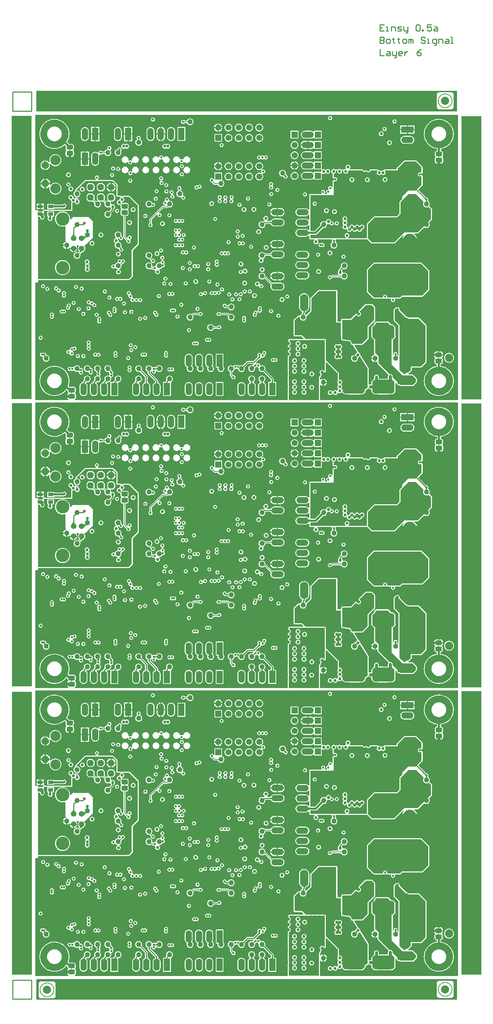
<source format=gbl>
G04 Layer_Physical_Order=6*
G04 Layer_Color=16711680*
%FSLAX24Y24*%
%MOIN*%
G70*
G01*
G75*
%ADD10C,0.0070*%
G04:AMPARAMS|DCode=11|XSize=78.7mil|YSize=78.7mil|CornerRadius=39.4mil|HoleSize=0mil|Usage=FLASHONLY|Rotation=90.000|XOffset=0mil|YOffset=0mil|HoleType=Round|Shape=RoundedRectangle|*
%AMROUNDEDRECTD11*
21,1,0.0787,0.0000,0,0,90.0*
21,1,0.0000,0.0787,0,0,90.0*
1,1,0.0787,0.0000,0.0000*
1,1,0.0787,0.0000,0.0000*
1,1,0.0787,0.0000,0.0000*
1,1,0.0787,0.0000,0.0000*
%
%ADD11ROUNDEDRECTD11*%
%ADD12C,0.0100*%
%ADD13C,0.0650*%
%ADD14C,0.0080*%
G04:AMPARAMS|DCode=27|XSize=50mil|YSize=50mil|CornerRadius=25mil|HoleSize=0mil|Usage=FLASHONLY|Rotation=270.000|XOffset=0mil|YOffset=0mil|HoleType=Round|Shape=RoundedRectangle|*
%AMROUNDEDRECTD27*
21,1,0.0500,0.0000,0,0,270.0*
21,1,0.0000,0.0500,0,0,270.0*
1,1,0.0500,0.0000,0.0000*
1,1,0.0500,0.0000,0.0000*
1,1,0.0500,0.0000,0.0000*
1,1,0.0500,0.0000,0.0000*
%
%ADD27ROUNDEDRECTD27*%
%ADD68C,0.0300*%
%ADD69C,0.0060*%
%ADD70C,0.0220*%
%ADD71C,0.0200*%
%ADD75C,0.0120*%
%ADD76C,0.0500*%
%ADD79C,0.0160*%
%ADD84C,0.0250*%
%ADD87C,0.0090*%
%ADD88C,0.0700*%
%ADD89C,0.0270*%
%ADD90C,0.0400*%
G04:AMPARAMS|DCode=103|XSize=133mil|YSize=83mil|CornerRadius=0mil|HoleSize=0mil|Usage=FLASHONLY|Rotation=270.000|XOffset=0mil|YOffset=0mil|HoleType=Round|Shape=Octagon|*
%AMOCTAGOND103*
4,1,8,-0.0208,-0.0665,0.0208,-0.0665,0.0415,-0.0457,0.0415,0.0457,0.0208,0.0665,-0.0208,0.0665,-0.0415,0.0457,-0.0415,-0.0457,-0.0208,-0.0665,0.0*
%
%ADD103OCTAGOND103*%

%ADD104R,0.0600X0.1200*%
%ADD105O,0.0600X0.1200*%
%ADD106O,0.1200X0.0600*%
%ADD107R,0.1200X0.0600*%
%ADD108C,0.0800*%
%ADD109P,0.0758X8X292.5*%
%ADD110C,0.1000*%
%ADD111C,0.0540*%
%ADD112C,0.1305*%
%ADD113P,0.0671X8X22.5*%
%ADD114O,0.0825X0.1650*%
%ADD115R,0.0591X0.0591*%
%ADD116C,0.0591*%
%ADD117O,0.1181X0.0591*%
%ADD118R,0.0591X0.0591*%
%ADD119O,0.1300X0.1360*%
%ADD120C,0.0220*%
%ADD121C,0.0300*%
%ADD122C,0.0320*%
%ADD123C,0.0290*%
G04:AMPARAMS|DCode=146|XSize=46mil|YSize=63mil|CornerRadius=11.5mil|HoleSize=0mil|Usage=FLASHONLY|Rotation=270.000|XOffset=0mil|YOffset=0mil|HoleType=Round|Shape=RoundedRectangle|*
%AMROUNDEDRECTD146*
21,1,0.0460,0.0400,0,0,270.0*
21,1,0.0230,0.0630,0,0,270.0*
1,1,0.0230,-0.0200,-0.0115*
1,1,0.0230,-0.0200,0.0115*
1,1,0.0230,0.0200,0.0115*
1,1,0.0230,0.0200,-0.0115*
%
%ADD146ROUNDEDRECTD146*%
G04:AMPARAMS|DCode=147|XSize=50mil|YSize=50mil|CornerRadius=25mil|HoleSize=0mil|Usage=FLASHONLY|Rotation=0.000|XOffset=0mil|YOffset=0mil|HoleType=Round|Shape=RoundedRectangle|*
%AMROUNDEDRECTD147*
21,1,0.0500,0.0000,0,0,0.0*
21,1,0.0000,0.0500,0,0,0.0*
1,1,0.0500,0.0000,0.0000*
1,1,0.0500,0.0000,0.0000*
1,1,0.0500,0.0000,0.0000*
1,1,0.0500,0.0000,0.0000*
%
%ADD147ROUNDEDRECTD147*%
%ADD148R,0.0591X0.0591*%
%ADD149R,0.0492X0.0335*%
%ADD150C,0.0850*%
G36*
X43671Y86683D02*
X2736D01*
Y88681D01*
X43671D01*
Y86683D01*
D02*
G37*
G36*
X6728Y78139D02*
X6730Y78127D01*
X6734Y78115D01*
X6740Y78103D01*
X6747Y78091D01*
X6756Y78079D01*
X6766Y78067D01*
X6778Y78055D01*
X6791Y78043D01*
X6807Y78031D01*
X6599Y78003D01*
X6611Y78020D01*
X6642Y78068D01*
X6650Y78082D01*
X6656Y78096D01*
X6661Y78108D01*
X6664Y78120D01*
X6666Y78132D01*
X6667Y78143D01*
X6727Y78151D01*
X6728Y78139D01*
D02*
G37*
G36*
X10547Y79571D02*
Y78386D01*
X10952D01*
X10967Y78336D01*
X10907Y78296D01*
X10856Y78220D01*
X10838Y78130D01*
X10840Y78123D01*
X10806Y78089D01*
X10717Y78071D01*
X10641Y78020D01*
X10590Y77944D01*
X10573Y77854D01*
X10590Y77765D01*
X10641Y77689D01*
X10717Y77638D01*
X10735Y77634D01*
X10736Y77634D01*
X10736Y77632D01*
X10752Y77622D01*
X10767Y77611D01*
X10768Y77611D01*
X10770Y77610D01*
X10788Y77607D01*
X10805Y77602D01*
X10841Y77601D01*
X10852Y77600D01*
X10863Y77599D01*
X10871Y77597D01*
X10877Y77595D01*
X10881Y77593D01*
X10882Y77592D01*
X10882Y77592D01*
X10886Y77589D01*
X10901Y77581D01*
X10914Y77571D01*
X10918Y77571D01*
X10921Y77569D01*
X10930Y77568D01*
Y77360D01*
X10945Y77284D01*
X10988Y77220D01*
X11010Y77205D01*
Y77145D01*
X10988Y77131D01*
X10945Y77066D01*
X10930Y76990D01*
Y76760D01*
X10945Y76684D01*
X10988Y76620D01*
X11053Y76577D01*
X11129Y76561D01*
X11217D01*
Y74469D01*
X11217Y74469D01*
X11225Y74426D01*
X11249Y74390D01*
X11486Y74154D01*
X11488Y74137D01*
X11489Y74135D01*
X11490Y74132D01*
X11500Y74118D01*
X11509Y74103D01*
X11511Y74100D01*
X11512Y74099D01*
X11512Y74098D01*
X11513Y74095D01*
X11514Y74092D01*
X11514Y74087D01*
X11515Y74080D01*
X11515Y74071D01*
X11519Y74052D01*
X11523Y74033D01*
X11523Y74032D01*
X11523Y74032D01*
X11534Y74016D01*
X11545Y74000D01*
X11545Y74000D01*
X11546Y73999D01*
X11548Y73998D01*
X11548Y73997D01*
X11590Y73934D01*
X11653Y73892D01*
X11727Y73877D01*
X11801Y73892D01*
X11864Y73934D01*
X11906Y73997D01*
X11921Y74071D01*
X11906Y74145D01*
X11866Y74204D01*
X11870Y74227D01*
X11879Y74258D01*
X11896Y74261D01*
X11959Y74303D01*
X12001Y74366D01*
X12016Y74440D01*
X12001Y74514D01*
X11959Y74577D01*
X11896Y74619D01*
X11822Y74634D01*
X11748Y74619D01*
X11685Y74577D01*
X11643Y74514D01*
X11628Y74440D01*
X11638Y74389D01*
X11592Y74364D01*
X11441Y74516D01*
Y76561D01*
X11529D01*
X11605Y76577D01*
X11669Y76620D01*
X11712Y76684D01*
X11728Y76760D01*
Y76990D01*
X11712Y77066D01*
X11669Y77131D01*
X11648Y77145D01*
Y77205D01*
X11669Y77220D01*
X11712Y77284D01*
X11728Y77360D01*
Y77590D01*
X11712Y77666D01*
X11669Y77731D01*
X11605Y77774D01*
X11529Y77789D01*
X11129D01*
X11107Y77785D01*
X11095Y77791D01*
X11060Y77826D01*
X11059Y77837D01*
X11059Y77847D01*
X11062Y77858D01*
X11093Y77899D01*
X11163Y77913D01*
X11239Y77964D01*
X11289Y78040D01*
X11307Y78130D01*
X11289Y78220D01*
X11239Y78296D01*
X11179Y78336D01*
X11194Y78386D01*
X11779D01*
X12593Y77590D01*
X12598D01*
Y73789D01*
X12028Y73218D01*
Y70679D01*
X11742Y70394D01*
X2923D01*
Y76452D01*
X3091D01*
X3120Y76423D01*
Y76384D01*
X3136Y76304D01*
X3182Y76236D01*
X3249Y76191D01*
X3329Y76175D01*
X3409Y76191D01*
X3477Y76236D01*
X3522Y76304D01*
X3538Y76384D01*
Y76509D01*
X3538Y76509D01*
X3522Y76589D01*
X3477Y76657D01*
X3465Y76669D01*
Y76669D01*
X3119D01*
Y76769D01*
X3465D01*
Y76987D01*
X3488Y77028D01*
X6260D01*
Y77813D01*
X6298Y77845D01*
X6339Y77837D01*
X6428Y77854D01*
X6449Y77868D01*
X6495Y77849D01*
X6500Y77821D01*
X6551Y77745D01*
X6627Y77694D01*
X6717Y77677D01*
X6807Y77694D01*
X6883Y77745D01*
X6934Y77821D01*
X6951Y77911D01*
X6934Y78001D01*
X6908Y78040D01*
X6908Y78043D01*
X6908Y78044D01*
X6908Y78045D01*
X6901Y78063D01*
X6896Y78081D01*
X6895Y78082D01*
X6895Y78082D01*
X6882Y78097D01*
X6870Y78111D01*
X6857Y78122D01*
X6848Y78130D01*
X6841Y78137D01*
X6835Y78143D01*
X6832Y78147D01*
X6830Y78151D01*
X6829Y78153D01*
X6829Y78158D01*
X6828Y78161D01*
X6828Y78165D01*
X6823Y78180D01*
X6818Y78196D01*
X6816Y78199D01*
X6815Y78202D01*
X6809Y78209D01*
Y78370D01*
X6863Y78393D01*
X6932Y78446D01*
X6985Y78515D01*
X7018Y78595D01*
X7030Y78681D01*
X7018Y78767D01*
X6985Y78848D01*
X6932Y78916D01*
X6863Y78969D01*
X6783Y79003D01*
X6697Y79014D01*
X6670Y79010D01*
X6646Y79058D01*
X7520Y79931D01*
X10187Y79931D01*
X10547Y79571D01*
D02*
G37*
G36*
X10957Y77832D02*
X10960Y77796D01*
X10963Y77779D01*
X10966Y77764D01*
X10971Y77750D01*
X10976Y77738D01*
X10982Y77727D01*
X10988Y77717D01*
X10996Y77708D01*
X10953Y77666D01*
X10945Y77673D01*
X10935Y77680D01*
X10924Y77686D01*
X10911Y77691D01*
X10897Y77695D01*
X10882Y77699D01*
X10866Y77701D01*
X10848Y77703D01*
X10809Y77704D01*
X10957Y77853D01*
X10957Y77832D01*
D02*
G37*
G36*
X11634Y74207D02*
X11641Y74202D01*
X11650Y74197D01*
X11658Y74193D01*
X11668Y74189D01*
X11678Y74186D01*
X11689Y74184D01*
X11701Y74182D01*
X11713Y74181D01*
X11726Y74181D01*
X11617Y74072D01*
X11617Y74085D01*
X11616Y74097D01*
X11614Y74109D01*
X11612Y74120D01*
X11609Y74130D01*
X11605Y74139D01*
X11601Y74148D01*
X11596Y74157D01*
X11590Y74164D01*
X11584Y74171D01*
X11627Y74214D01*
X11634Y74207D01*
D02*
G37*
G36*
X28896Y67299D02*
X28888Y67296D01*
X28881Y67290D01*
X28874Y67282D01*
X28869Y67273D01*
X28865Y67260D01*
X28861Y67246D01*
X28859Y67230D01*
X28857Y67211D01*
X28857Y67190D01*
X28757D01*
X28756Y67211D01*
X28755Y67230D01*
X28752Y67246D01*
X28749Y67260D01*
X28745Y67273D01*
X28739Y67282D01*
X28733Y67290D01*
X28726Y67296D01*
X28717Y67299D01*
X28708Y67300D01*
X28906D01*
X28896Y67299D01*
D02*
G37*
G36*
X35619Y67624D02*
X35619Y66414D01*
X35497Y66291D01*
X34987Y65781D01*
Y64651D01*
X34447Y64111D01*
X33457D01*
X33297Y64441D01*
X32527Y64541D01*
Y66441D01*
X33377Y66441D01*
X33844Y66908D01*
X33901Y66895D01*
X33941Y66835D01*
X34017Y66784D01*
X34107Y66767D01*
X34197Y66784D01*
X34273Y66835D01*
X34324Y66911D01*
X34341Y67001D01*
X34324Y67091D01*
X34273Y67167D01*
X34213Y67207D01*
X34200Y67264D01*
X34809Y67874D01*
X35369D01*
X35619Y67624D01*
D02*
G37*
G36*
X31927Y66171D02*
X32367D01*
Y64831D01*
X32425Y64766D01*
Y64541D01*
X32428Y64528D01*
X32428Y64515D01*
X32431Y64509D01*
X32433Y64502D01*
X32440Y64491D01*
X32446Y64479D01*
X32451Y64475D01*
X32455Y64469D01*
X32466Y64462D01*
X32476Y64453D01*
X32482Y64451D01*
X32488Y64447D01*
X32501Y64444D01*
X32514Y64440D01*
X33229Y64347D01*
X33365Y64067D01*
X33375Y64053D01*
X33385Y64039D01*
X33387Y64037D01*
X33389Y64035D01*
X33404Y64026D01*
X33418Y64017D01*
X33421Y64016D01*
X33423Y64015D01*
X33440Y64012D01*
X33457Y64009D01*
X33527D01*
X33974Y63295D01*
X33955Y63249D01*
X33947Y63248D01*
X33871Y63197D01*
X33820Y63121D01*
X33815Y63094D01*
X33814Y63094D01*
X33813Y63092D01*
X33812Y63091D01*
X33802Y63076D01*
X33792Y63060D01*
X33792Y63059D01*
X33791Y63057D01*
X33788Y63039D01*
X33785Y63021D01*
X33737Y63009D01*
X33697Y63014D01*
X33611Y63003D01*
X33530Y62969D01*
X33461Y62916D01*
X33409Y62848D01*
X33375Y62767D01*
X33364Y62681D01*
X33375Y62595D01*
X33409Y62515D01*
X33461Y62446D01*
X33530Y62393D01*
X33611Y62360D01*
X33697Y62348D01*
X33783Y62360D01*
X33863Y62393D01*
X33932Y62446D01*
X33985Y62515D01*
X34018Y62595D01*
X34030Y62681D01*
X34022Y62737D01*
X34050Y62778D01*
X34065Y62784D01*
X34068Y62785D01*
X34086Y62789D01*
X34087Y62790D01*
X34089Y62790D01*
X34103Y62802D01*
X34118Y62813D01*
X34118Y62813D01*
X34127Y62814D01*
X34190Y62857D01*
X34251Y62854D01*
X34987Y61681D01*
Y59871D01*
X34817Y59701D01*
X34210D01*
Y59266D01*
X33760Y59268D01*
X33190Y59266D01*
Y59271D01*
X33153Y59271D01*
X33173Y59701D01*
X32411D01*
X32404Y59756D01*
X32433Y59775D01*
X32484Y59851D01*
X32501Y59941D01*
X32484Y60031D01*
X32433Y60107D01*
X32396Y60131D01*
Y60181D01*
X32433Y60205D01*
X32484Y60281D01*
X32501Y60371D01*
X32484Y60461D01*
X32433Y60537D01*
X32357Y60588D01*
X32267Y60606D01*
X32227Y60598D01*
X32177Y60639D01*
X32177Y61261D01*
X30921Y62517D01*
X30921Y64474D01*
X30914Y64513D01*
X30891Y64546D01*
X30858Y64568D01*
X30819Y64576D01*
X30781D01*
X30779Y64577D01*
X30705Y64592D01*
X30631Y64577D01*
X30629Y64576D01*
X30381D01*
X30379Y64577D01*
X30305Y64592D01*
X30231Y64577D01*
X30229Y64576D01*
X29981D01*
X29979Y64577D01*
X29905Y64592D01*
X29831Y64577D01*
X29829Y64576D01*
X29581D01*
X29579Y64577D01*
X29505Y64592D01*
X29431Y64577D01*
X29429Y64576D01*
X28929D01*
X28597Y64931D01*
X27879Y64931D01*
Y66384D01*
X28324Y66764D01*
X28372Y66738D01*
X28364Y66681D01*
X28375Y66595D01*
X28409Y66515D01*
X28461Y66446D01*
X28530Y66393D01*
X28611Y66360D01*
X28697Y66348D01*
X28783Y66360D01*
X28863Y66393D01*
X28932Y66446D01*
X28985Y66515D01*
X29018Y66595D01*
X29030Y66681D01*
X29021Y66744D01*
X29029Y66794D01*
X29509Y67274D01*
Y68524D01*
X30209Y69224D01*
X31927D01*
Y66171D01*
D02*
G37*
G36*
X37771Y63019D02*
X37768Y63014D01*
X37765Y63008D01*
X37763Y63002D01*
X37761Y62994D01*
X37760Y62986D01*
X37758Y62977D01*
X37757Y62955D01*
X37757Y62943D01*
X37637D01*
X37637Y62955D01*
X37634Y62986D01*
X37633Y62994D01*
X37631Y63002D01*
X37629Y63008D01*
X37626Y63014D01*
X37623Y63019D01*
X37620Y63023D01*
X37774D01*
X37771Y63019D01*
D02*
G37*
G36*
X34042Y62881D02*
X34030Y62880D01*
X34018Y62878D01*
X34005Y62875D01*
X33994Y62871D01*
X33982Y62866D01*
X33970Y62860D01*
X33959Y62853D01*
X33948Y62845D01*
X33937Y62835D01*
X33926Y62825D01*
X33837Y62906D01*
X33847Y62917D01*
X33856Y62928D01*
X33864Y62939D01*
X33871Y62950D01*
X33876Y62962D01*
X33881Y62974D01*
X33884Y62986D01*
X33886Y62998D01*
X33887Y63010D01*
X33887Y63023D01*
X34042Y62881D01*
D02*
G37*
G36*
X43779Y58623D02*
X30366D01*
X30359Y58631D01*
Y60073D01*
X30386Y60091D01*
X30429Y60103D01*
X30490Y60055D01*
X30575Y60020D01*
X30617Y60015D01*
Y60361D01*
Y60708D01*
X30575Y60702D01*
X30490Y60667D01*
X30429Y60620D01*
X30386Y60631D01*
X30359Y60650D01*
Y60801D01*
X30360Y60802D01*
X30363Y60803D01*
X30375Y60814D01*
X30388Y60825D01*
X30404Y60844D01*
X30406Y60848D01*
X30410Y60852D01*
X30415Y60866D01*
X30422Y60879D01*
X30423Y60884D01*
X30425Y60889D01*
X30439Y60958D01*
X30467Y61001D01*
X30479Y61009D01*
X30486Y61016D01*
X30494Y61021D01*
X30500Y61030D01*
X30507Y61037D01*
X30511Y61046D01*
X30516Y61054D01*
X30518Y61064D01*
X30522Y61074D01*
Y61084D01*
X30524Y61094D01*
Y61143D01*
X30522Y61153D01*
Y61163D01*
X30518Y61173D01*
X30516Y61183D01*
X30511Y61191D01*
X30507Y61200D01*
X30500Y61207D01*
X30494Y61216D01*
X30486Y61221D01*
X30479Y61228D01*
X30467Y61236D01*
X30439Y61279D01*
X30429Y61328D01*
X30439Y61378D01*
X30467Y61421D01*
X30509Y61449D01*
X30559Y61459D01*
X30609Y61449D01*
X30652Y61421D01*
X30685Y61372D01*
X30698Y61358D01*
X30711Y61345D01*
X30712Y61344D01*
X30713Y61343D01*
X30730Y61336D01*
X30747Y61329D01*
X30749Y61329D01*
X30749Y61328D01*
X30768D01*
X30787Y61328D01*
X30837Y61337D01*
X30848Y61341D01*
X30858Y61343D01*
X30866Y61348D01*
X30874Y61351D01*
X30882Y61359D01*
X30891Y61365D01*
X30896Y61373D01*
X30903Y61379D01*
X30907Y61389D01*
X30914Y61398D01*
X30915Y61407D01*
X30919Y61415D01*
X30919Y61426D01*
X30921Y61437D01*
Y62281D01*
X30986Y62308D01*
X32075Y61219D01*
X32075Y60639D01*
X32076Y60634D01*
X32075Y60629D01*
X32080Y60614D01*
X32083Y60600D01*
X32101Y60537D01*
X32050Y60461D01*
X32032Y60371D01*
X32050Y60281D01*
X32101Y60205D01*
X32122Y60191D01*
Y60121D01*
X32101Y60107D01*
X32050Y60031D01*
X32032Y59941D01*
X32050Y59851D01*
X32101Y59775D01*
X32115Y59766D01*
Y59696D01*
X32101Y59687D01*
X32050Y59611D01*
X32041Y59565D01*
X32024Y59554D01*
X31965Y59539D01*
X31907Y59578D01*
X31817Y59596D01*
X31727Y59578D01*
X31651Y59527D01*
X31616Y59474D01*
X31613Y59473D01*
X31541D01*
X31538Y59474D01*
X31503Y59527D01*
X31427Y59578D01*
X31337Y59596D01*
X31247Y59578D01*
X31171Y59527D01*
X31120Y59451D01*
X31102Y59361D01*
X31120Y59271D01*
X31171Y59195D01*
X31247Y59144D01*
X31337Y59127D01*
X31427Y59144D01*
X31503Y59195D01*
X31538Y59248D01*
X31541Y59249D01*
X31613D01*
X31616Y59248D01*
X31651Y59195D01*
X31727Y59144D01*
X31817Y59127D01*
X31907Y59144D01*
X31983Y59195D01*
X32034Y59271D01*
X32043Y59317D01*
X32060Y59328D01*
X32119Y59343D01*
X32177Y59304D01*
X32267Y59287D01*
X32357Y59304D01*
X32433Y59355D01*
X32442Y59370D01*
X32512Y59377D01*
X32699Y59190D01*
X33095D01*
X33096Y59190D01*
X33110Y59179D01*
X33112Y59178D01*
X33114Y59177D01*
X33131Y59174D01*
X33149Y59169D01*
X33151Y59170D01*
X33153Y59169D01*
X33165Y59169D01*
X33171Y59168D01*
X33190Y59164D01*
X33191Y59164D01*
X33191Y59164D01*
X33760Y59166D01*
X34210Y59164D01*
X34210Y59164D01*
X34210Y59164D01*
X34229Y59168D01*
X34249Y59172D01*
X34249Y59172D01*
X34249Y59172D01*
X34264Y59182D01*
X34267D01*
X34330Y59190D01*
X34534D01*
X34781Y59438D01*
Y59599D01*
X34817D01*
X34856Y59607D01*
X34889Y59629D01*
X35017Y59757D01*
X35102Y59756D01*
X35169Y59711D01*
X35175Y59709D01*
X35175Y59709D01*
X35176Y59708D01*
X35177Y59707D01*
X35192Y59696D01*
X35207Y59686D01*
X35209Y59685D01*
X35210Y59684D01*
X35228Y59681D01*
X35246Y59677D01*
X35309Y59675D01*
X35330Y59672D01*
X35346Y59669D01*
X35346Y59669D01*
X35348Y59666D01*
X35352Y59662D01*
Y59434D01*
X35599Y59186D01*
X35951D01*
X35965Y59184D01*
X35997D01*
X36005Y59178D01*
X36010Y59176D01*
X36015Y59173D01*
X36029Y59170D01*
X36043Y59166D01*
X36048Y59166D01*
X36054Y59165D01*
X36517Y59166D01*
X36980Y59165D01*
X36984Y59166D01*
X36988Y59166D01*
X37003Y59170D01*
X37019Y59173D01*
X37022Y59175D01*
X37026Y59176D01*
X37037Y59185D01*
X37043Y59186D01*
X37434D01*
X37682Y59434D01*
Y60293D01*
X37752Y60325D01*
X37775Y60306D01*
X37775Y60304D01*
X37793Y60214D01*
X37844Y60138D01*
X37920Y60087D01*
X38009Y60069D01*
X38047Y60077D01*
X38095Y60029D01*
X38128Y60007D01*
X38167Y59999D01*
X39387D01*
X39426Y60007D01*
X39459Y60029D01*
X39459Y60029D01*
X39739Y60309D01*
X39761Y60342D01*
X39769Y60381D01*
Y60691D01*
X39761Y60730D01*
X39739Y60763D01*
X39409Y61093D01*
X39376Y61115D01*
X39337Y61123D01*
X38933D01*
X38927Y61193D01*
X38946Y61197D01*
X38979Y61219D01*
X39259Y61499D01*
X39281Y61532D01*
X39289Y61571D01*
X39289Y61809D01*
X40069D01*
X40069Y61809D01*
X40070Y61809D01*
X40157D01*
X40196Y61817D01*
X40229Y61839D01*
X40669Y62279D01*
X40691Y62312D01*
X40699Y62351D01*
Y63411D01*
Y65871D01*
X40691Y65910D01*
X40669Y65943D01*
X39996Y66616D01*
X39963Y66638D01*
X39924Y66646D01*
X38967Y66646D01*
X38953Y66667D01*
X38928Y66684D01*
X38910Y66695D01*
X38877Y66718D01*
X38787Y66736D01*
X38766Y66731D01*
X38102Y67395D01*
X38111Y67441D01*
X38094Y67531D01*
X38043Y67607D01*
X38022Y67621D01*
X37967Y67658D01*
X37877Y67676D01*
X37787Y67658D01*
X37711Y67607D01*
X37701Y67592D01*
X37680Y67588D01*
X37647Y67566D01*
X37547Y67466D01*
X37525Y67433D01*
X37517Y67394D01*
X37517Y66389D01*
X37525Y66350D01*
X37547Y66316D01*
X37985Y65879D01*
X37985Y64361D01*
X37985Y62955D01*
X37915Y62930D01*
X37863Y62969D01*
X37871Y62991D01*
X37873Y63007D01*
X37876Y63023D01*
X37875Y63025D01*
X37876Y63027D01*
X37891Y63101D01*
X37876Y63175D01*
X37834Y63238D01*
X37771Y63280D01*
X37697Y63295D01*
X37623Y63280D01*
X37560Y63238D01*
X37518Y63175D01*
X37503Y63101D01*
X37518Y63027D01*
X37518Y63025D01*
X37518Y63023D01*
X37520Y63013D01*
X37507Y62996D01*
X37499Y62989D01*
X37450Y63006D01*
X37429Y63027D01*
Y64486D01*
X37434D01*
X37682Y64734D01*
Y65729D01*
X37434Y65976D01*
X37296D01*
X37029Y66243D01*
X36996Y66265D01*
X36957Y66273D01*
X35817Y66273D01*
X35778Y66265D01*
X35745Y66243D01*
X35625Y66123D01*
X35603Y66090D01*
X35595Y66051D01*
Y65972D01*
X35352Y65729D01*
Y64734D01*
X35595Y64491D01*
Y63221D01*
X35603Y63182D01*
X35625Y63149D01*
X35625Y63149D01*
X35672Y63101D01*
X35647Y63028D01*
X35605Y63022D01*
X35520Y62987D01*
X35447Y62931D01*
X35391Y62858D01*
X35356Y62772D01*
X35350Y62731D01*
X35697D01*
Y62681D01*
X35747D01*
Y62335D01*
X35788Y62340D01*
X35873Y62375D01*
X35885Y62384D01*
X35955Y62350D01*
Y62211D01*
X35963Y62172D01*
X35985Y62139D01*
X37015Y61108D01*
X37014Y61089D01*
X36963Y61013D01*
X36945Y60924D01*
Y60747D01*
X36895Y60698D01*
X36059Y60710D01*
X36057Y60720D01*
X36052Y60745D01*
X36050Y60776D01*
X36054Y60781D01*
X36071Y60871D01*
X36054Y60961D01*
X36003Y61037D01*
X35927Y61088D01*
X35837Y61106D01*
X35747Y61088D01*
X35671Y61037D01*
X35620Y60961D01*
X35602Y60871D01*
X35620Y60781D01*
X35624Y60776D01*
X35624Y60775D01*
X35621Y60740D01*
X35617Y60712D01*
X35612Y60691D01*
X35606Y60677D01*
X35606Y60676D01*
X35599D01*
X35591Y60668D01*
X35588Y60667D01*
X35574Y60663D01*
X35570Y60660D01*
X35564Y60658D01*
X35554Y60648D01*
X35542Y60640D01*
X35539Y60635D01*
X35535Y60631D01*
X35529Y60618D01*
X35522Y60606D01*
X35521Y60600D01*
X35519Y60596D01*
X35352Y60429D01*
Y60206D01*
X35298Y60161D01*
X35277Y60166D01*
X35187Y60148D01*
X35159Y60129D01*
X35089Y60166D01*
Y61681D01*
X35087Y61690D01*
X35087Y61698D01*
X35083Y61709D01*
X35081Y61720D01*
X35076Y61727D01*
X35073Y61735D01*
X34337Y62909D01*
X34331Y62915D01*
X34326Y62923D01*
X34317Y62930D01*
X34310Y62937D01*
X34302Y62941D01*
X34294Y62947D01*
X34284Y62949D01*
X34274Y62954D01*
X34270Y63024D01*
X34271Y63031D01*
X34254Y63121D01*
X34203Y63197D01*
X34127Y63248D01*
X34076Y63294D01*
X34075Y63303D01*
X34075Y63312D01*
X34071Y63322D01*
X34069Y63333D01*
X34064Y63341D01*
X34061Y63349D01*
X33685Y63948D01*
X33719Y64009D01*
X34447D01*
X34486Y64017D01*
X34519Y64039D01*
X35059Y64579D01*
X35081Y64612D01*
X35089Y64651D01*
Y65739D01*
X35569Y66219D01*
X35691Y66342D01*
X35714Y66375D01*
X35721Y66414D01*
X35721Y67624D01*
X35714Y67663D01*
X35691Y67696D01*
X35441Y67946D01*
X35441Y67946D01*
X35408Y67968D01*
X35369Y67976D01*
X34809D01*
X34770Y67968D01*
X34737Y67946D01*
X34128Y67336D01*
X34121Y67327D01*
X34114Y67318D01*
X34110Y67310D01*
X34106Y67303D01*
X34103Y67292D01*
X34099Y67281D01*
X34100Y67273D01*
X34098Y67264D01*
X34100Y67253D01*
X34101Y67241D01*
X34114Y67184D01*
X34121Y67167D01*
X34128Y67150D01*
X34129Y67149D01*
X34130Y67148D01*
X34143Y67135D01*
X34157Y67122D01*
X34199Y67093D01*
X34227Y67051D01*
X34237Y67001D01*
X34227Y66951D01*
X34199Y66909D01*
X34157Y66880D01*
X34107Y66871D01*
X34057Y66880D01*
X34015Y66909D01*
X33986Y66951D01*
X33973Y66964D01*
X33960Y66978D01*
X33959Y66979D01*
X33958Y66980D01*
X33941Y66987D01*
X33924Y66994D01*
X33867Y67007D01*
X33855Y67008D01*
X33844Y67010D01*
X33835Y67008D01*
X33827Y67009D01*
X33816Y67004D01*
X33805Y67002D01*
X33798Y66997D01*
X33790Y66994D01*
X33781Y66987D01*
X33772Y66980D01*
X33335Y66543D01*
X32527Y66543D01*
X32488Y66535D01*
X32455Y66513D01*
X32433Y66480D01*
X32425Y66441D01*
Y66330D01*
X32367Y66273D01*
X32029D01*
Y69224D01*
X32021Y69263D01*
X31999Y69296D01*
X31966Y69318D01*
X31927Y69326D01*
X30209D01*
X30170Y69318D01*
X30137Y69296D01*
X29437Y68596D01*
X29415Y68563D01*
X29407Y68524D01*
Y67316D01*
X29003Y66911D01*
X28933Y66916D01*
X28932Y66916D01*
X28867Y66967D01*
X28863Y66975D01*
X28856Y67048D01*
X28901Y67092D01*
X28909Y67105D01*
X28911Y67106D01*
X28927Y67116D01*
X28928Y67117D01*
X28929Y67118D01*
X28939Y67134D01*
X28950Y67149D01*
X28950Y67150D01*
X28951Y67151D01*
X28955Y67170D01*
X28959Y67188D01*
X28959Y67206D01*
X28960Y67215D01*
X28966Y67220D01*
X28978Y67228D01*
X28981Y67233D01*
X28986Y67237D01*
X28988Y67240D01*
X29055Y67268D01*
X29158Y67347D01*
X29237Y67450D01*
X29287Y67570D01*
X29304Y67699D01*
Y68524D01*
X29287Y68652D01*
X29237Y68772D01*
X29158Y68875D01*
X29055Y68954D01*
X28935Y69003D01*
X28807Y69020D01*
X28678Y69003D01*
X28558Y68954D01*
X28456Y68875D01*
X28377Y68772D01*
X28327Y68652D01*
X28310Y68524D01*
Y67699D01*
X28327Y67570D01*
X28377Y67450D01*
X28456Y67347D01*
X28558Y67268D01*
X28590Y67255D01*
X28608Y67179D01*
X28603Y67170D01*
X28574Y67127D01*
X28564Y67076D01*
Y66983D01*
X28530Y66969D01*
X28461Y66916D01*
X28432Y66878D01*
X28371Y66855D01*
X28353Y66860D01*
X28335Y66865D01*
X28334Y66865D01*
X28332Y66865D01*
X28314Y66863D01*
X28296Y66862D01*
X28294Y66861D01*
X28293Y66861D01*
X28277Y66852D01*
X28260Y66843D01*
X28259Y66842D01*
X28258Y66841D01*
X27813Y66461D01*
X27811Y66458D01*
X27807Y66456D01*
X27798Y66442D01*
X27789Y66430D01*
X27787Y66426D01*
X27785Y66423D01*
X27782Y66407D01*
X27778Y66392D01*
X27778Y66388D01*
X27777Y66384D01*
Y64931D01*
X27785Y64892D01*
X27807Y64859D01*
X27840Y64837D01*
X27879Y64829D01*
X28553Y64829D01*
X28729Y64640D01*
X28702Y64576D01*
X27378D01*
X27368Y64574D01*
X27358D01*
X27349Y64570D01*
X27339Y64568D01*
X27331Y64562D01*
X27321Y64558D01*
X27314Y64551D01*
X27306Y64546D01*
X27300Y64537D01*
X27293Y64530D01*
X27289Y64521D01*
X27284Y64513D01*
X27282Y64503D01*
X27278Y64494D01*
X27265Y64428D01*
X27265Y64427D01*
X27260Y64416D01*
Y64408D01*
X27258Y64401D01*
X27260Y64388D01*
Y64376D01*
X27263Y64369D01*
X27264Y64361D01*
X27285Y64303D01*
X27292Y64293D01*
X27296Y64281D01*
X27302Y64276D01*
X27306Y64269D01*
X27316Y64262D01*
X27325Y64253D01*
X27369Y64223D01*
X27397Y64181D01*
X27407Y64131D01*
X27397Y64081D01*
X27369Y64039D01*
X27327Y64010D01*
X27307Y64007D01*
X27298Y64003D01*
X27288Y64001D01*
X27279Y63995D01*
X27270Y63991D01*
X27263Y63984D01*
X27255Y63979D01*
X27249Y63970D01*
X27242Y63963D01*
X27238Y63954D01*
X27233Y63946D01*
X27231Y63936D01*
X27227Y63926D01*
Y63916D01*
X27225Y63907D01*
Y63846D01*
X27227Y63836D01*
Y63826D01*
X27231Y63816D01*
X27233Y63807D01*
X27238Y63798D01*
X27242Y63789D01*
X27249Y63782D01*
X27255Y63774D01*
X27263Y63768D01*
X27270Y63761D01*
X27279Y63757D01*
X27288Y63751D01*
X27298Y63749D01*
X27307Y63746D01*
X27327Y63742D01*
X27369Y63713D01*
X27397Y63671D01*
X27407Y63621D01*
X27397Y63571D01*
X27369Y63529D01*
X27327Y63500D01*
X27307Y63497D01*
X27298Y63493D01*
X27288Y63491D01*
X27279Y63485D01*
X27270Y63481D01*
X27263Y63474D01*
X27255Y63469D01*
X27249Y63460D01*
X27242Y63453D01*
X27238Y63444D01*
X27233Y63436D01*
X27231Y63426D01*
X27227Y63416D01*
Y63406D01*
X27225Y63397D01*
Y63326D01*
X27227Y63316D01*
Y63306D01*
X27231Y63296D01*
X27233Y63287D01*
X27238Y63278D01*
X27242Y63269D01*
X27249Y63262D01*
X27255Y63254D01*
X27263Y63248D01*
X27270Y63241D01*
X27279Y63237D01*
X27288Y63231D01*
X27298Y63229D01*
X27307Y63226D01*
X27327Y63222D01*
X27369Y63193D01*
X27397Y63151D01*
X27407Y63101D01*
X27397Y63051D01*
X27369Y63009D01*
X27327Y62980D01*
X27307Y62977D01*
X27298Y62973D01*
X27288Y62971D01*
X27279Y62965D01*
X27270Y62961D01*
X27263Y62954D01*
X27255Y62949D01*
X27249Y62940D01*
X27242Y62933D01*
X27238Y62924D01*
X27233Y62916D01*
X27231Y62906D01*
X27227Y62896D01*
Y62886D01*
X27225Y62877D01*
X27225Y61185D01*
X27227Y61175D01*
Y61165D01*
X27229Y61154D01*
X27227Y61142D01*
Y61132D01*
X27225Y61122D01*
Y60025D01*
X27227Y60015D01*
Y60005D01*
X27231Y59996D01*
X27233Y59986D01*
X27238Y59978D01*
X27242Y59968D01*
X27242Y59968D01*
X27249Y59934D01*
X27242Y59899D01*
X27242Y59899D01*
X27238Y59890D01*
X27233Y59881D01*
X27231Y59871D01*
X27227Y59862D01*
Y59852D01*
X27225Y59842D01*
Y58631D01*
X27218Y58623D01*
X6485D01*
X6476Y58650D01*
X6473Y58693D01*
X6534Y58734D01*
X6582Y58805D01*
X6599Y58889D01*
Y59119D01*
X6582Y59203D01*
X6534Y59274D01*
X6522Y59282D01*
X6529Y59361D01*
X6563Y59413D01*
X6578Y59489D01*
Y59719D01*
X6563Y59795D01*
X6520Y59859D01*
X6455Y59902D01*
X6379Y59917D01*
X5979D01*
X5930Y59908D01*
X5867Y59971D01*
X5896Y60041D01*
X5949Y60264D01*
X5967Y60492D01*
X5949Y60720D01*
X5896Y60943D01*
X5808Y61155D01*
X5688Y61350D01*
X5540Y61524D01*
X5366Y61673D01*
X5170Y61792D01*
X4959Y61880D01*
X4736Y61933D01*
X4508Y61951D01*
X4280Y61933D01*
X4057Y61880D01*
X3845Y61792D01*
X3650Y61673D01*
X3476Y61524D01*
X3327Y61350D01*
X3208Y61155D01*
X3120Y60943D01*
X3067Y60720D01*
X3049Y60492D01*
X3067Y60264D01*
X3120Y60041D01*
X3208Y59830D01*
X3327Y59634D01*
X3476Y59460D01*
X3650Y59312D01*
X3845Y59192D01*
X4057Y59104D01*
X4280Y59051D01*
X4508Y59033D01*
X4736Y59051D01*
X4959Y59104D01*
X5170Y59192D01*
X5366Y59312D01*
X5540Y59460D01*
X5653Y59593D01*
X5723Y59596D01*
X5781Y59538D01*
Y59489D01*
X5796Y59413D01*
X5830Y59361D01*
X5836Y59282D01*
X5824Y59274D01*
X5777Y59203D01*
X5760Y59119D01*
Y58889D01*
X5777Y58805D01*
X5824Y58734D01*
X5885Y58693D01*
X5883Y58650D01*
X5874Y58623D01*
X2639D01*
Y70076D01*
X2923D01*
Y70292D01*
X11742D01*
X11781Y70299D01*
X11814Y70322D01*
X12100Y70607D01*
X12122Y70640D01*
X12130Y70679D01*
Y73176D01*
X12671Y73717D01*
X12693Y73750D01*
X12700Y73789D01*
Y77590D01*
X12693Y77629D01*
X12671Y77662D01*
X12653Y77674D01*
X11851Y78459D01*
X11834Y78469D01*
X11818Y78480D01*
X11818Y78480D01*
X11817Y78480D01*
X11798Y78484D01*
X11779Y78488D01*
X11194D01*
X11189Y78487D01*
X11184Y78487D01*
X11170Y78483D01*
X11155Y78480D01*
X11151Y78477D01*
X11146Y78476D01*
X11134Y78466D01*
X11122Y78458D01*
X11119Y78454D01*
X11115Y78451D01*
X11112Y78444D01*
X11107Y78442D01*
X11089Y78437D01*
X11056D01*
X11039Y78442D01*
X11034Y78444D01*
X11031Y78451D01*
X11027Y78454D01*
X11024Y78458D01*
X11011Y78466D01*
X11000Y78476D01*
X10995Y78477D01*
X10991Y78480D01*
X10976Y78483D01*
X10962Y78487D01*
X10957Y78487D01*
X10952Y78488D01*
X10649D01*
Y79571D01*
X10641Y79610D01*
X10619Y79643D01*
X10259Y80003D01*
X10226Y80025D01*
X10187Y80033D01*
X8771Y80033D01*
X8728Y80098D01*
X8729Y80103D01*
X8786Y80142D01*
X8828Y80204D01*
X8843Y80279D01*
X8828Y80353D01*
X8786Y80416D01*
X8723Y80458D01*
X8649Y80472D01*
X8575Y80458D01*
X8512Y80416D01*
X8470Y80353D01*
X8456Y80279D01*
X8470Y80204D01*
X8512Y80142D01*
X8570Y80103D01*
X8571Y80098D01*
X8528Y80033D01*
X7520D01*
X7481Y80025D01*
X7448Y80003D01*
X6574Y79130D01*
X6572Y79127D01*
X6570Y79125D01*
X6561Y79111D01*
X6552Y79097D01*
X6551Y79093D01*
X6550Y79090D01*
X6548Y79074D01*
X6544Y79058D01*
X6545Y79054D01*
X6545Y79051D01*
X6549Y79035D01*
X6552Y79019D01*
X6530Y78969D01*
X6461Y78916D01*
X6409Y78848D01*
X6375Y78767D01*
X6364Y78681D01*
X6375Y78595D01*
X6409Y78515D01*
X6461Y78446D01*
X6530Y78393D01*
X6585Y78370D01*
Y78243D01*
X6515Y78222D01*
X6504Y78237D01*
X6428Y78288D01*
X6346Y78304D01*
X6351Y78331D01*
X6334Y78421D01*
X6283Y78497D01*
X6207Y78548D01*
X6117Y78566D01*
X6027Y78548D01*
X5951Y78497D01*
X5900Y78421D01*
X5882Y78331D01*
X5900Y78241D01*
X5951Y78165D01*
X6027Y78114D01*
X6109Y78098D01*
X6104Y78071D01*
X6122Y77981D01*
X6173Y77905D01*
X6166Y77852D01*
X6163Y77837D01*
X6158Y77823D01*
X6159Y77818D01*
X6158Y77813D01*
Y77130D01*
X3564D01*
X3500Y77142D01*
X3474Y77171D01*
X3465Y77196D01*
X3465Y77211D01*
X3465Y77211D01*
Y77398D01*
X3169D01*
Y77180D01*
X3399D01*
X3402Y77180D01*
X3434Y77119D01*
X3430Y77110D01*
X3424Y77107D01*
X3420Y77103D01*
X3416Y77100D01*
X3407Y77088D01*
X3398Y77076D01*
X3376Y77036D01*
X3374Y77030D01*
X3371Y77026D01*
X3368Y77012D01*
X3364Y76998D01*
X3305Y76967D01*
X2923D01*
Y77099D01*
X2919Y77104D01*
X2639D01*
Y86377D01*
X43779D01*
X43779Y58623D01*
D02*
G37*
G36*
X30819Y61437D02*
X30769Y61428D01*
X30725Y61494D01*
X30649Y61545D01*
X30559Y61563D01*
X30470Y61545D01*
X30394Y61494D01*
X30343Y61418D01*
X30325Y61328D01*
X30343Y61239D01*
X30394Y61163D01*
X30422Y61143D01*
Y61094D01*
X30394Y61074D01*
X30343Y60998D01*
X30325Y60909D01*
X30309Y60889D01*
X30257Y60881D01*
X30257Y60881D01*
Y58631D01*
X27327D01*
Y59842D01*
X27338Y59859D01*
X27353Y59934D01*
X27338Y60008D01*
X27327Y60025D01*
Y61122D01*
X27333Y61154D01*
X27327Y61185D01*
X27327Y62877D01*
X27367Y62884D01*
X27443Y62935D01*
X27494Y63011D01*
X27511Y63101D01*
X27494Y63191D01*
X27443Y63267D01*
X27367Y63318D01*
X27327Y63326D01*
Y63397D01*
X27367Y63404D01*
X27443Y63455D01*
X27494Y63531D01*
X27511Y63621D01*
X27494Y63711D01*
X27443Y63787D01*
X27367Y63838D01*
X27327Y63846D01*
Y63907D01*
X27367Y63914D01*
X27443Y63965D01*
X27494Y64041D01*
X27511Y64131D01*
X27494Y64221D01*
X27443Y64297D01*
X27381Y64338D01*
X27360Y64396D01*
X27364Y64401D01*
X27378Y64474D01*
X30819D01*
X30819Y61437D01*
D02*
G37*
G36*
X38809Y66544D02*
X39924Y66544D01*
X40597Y65871D01*
Y63411D01*
Y62351D01*
X40157Y61911D01*
X39187D01*
X39187Y61571D01*
X38907Y61291D01*
X38347Y61291D01*
X38087Y61551D01*
X38087Y64361D01*
X38087Y65921D01*
X37619Y66389D01*
X37619Y67394D01*
X37719Y67494D01*
X37859Y67494D01*
X38809Y66544D01*
D02*
G37*
G36*
X36957Y66171D02*
X37327Y65801D01*
Y62071D01*
X38377Y61021D01*
X39337D01*
X39667Y60691D01*
Y60381D01*
X39387Y60101D01*
X38167D01*
X37414Y60854D01*
Y60924D01*
X37396Y61013D01*
X37345Y61089D01*
X37269Y61140D01*
X37179Y61158D01*
X37121Y61147D01*
X36057Y62211D01*
X36057Y62861D01*
X35697Y63221D01*
X35697Y66051D01*
X35817Y66171D01*
X36957Y66171D01*
D02*
G37*
G36*
X35434Y59720D02*
X35432Y59731D01*
X35427Y59741D01*
X35418Y59750D01*
X35405Y59757D01*
X35388Y59764D01*
X35368Y59769D01*
X35344Y59773D01*
X35316Y59776D01*
X35249Y59779D01*
Y60029D01*
X35285Y60029D01*
X35344Y60034D01*
X35368Y60038D01*
X35388Y60043D01*
X35405Y60050D01*
X35418Y60057D01*
X35427Y60066D01*
X35432Y60076D01*
X35434Y60087D01*
Y59720D01*
D02*
G37*
G36*
X35948Y60771D02*
X35951Y60733D01*
X35957Y60699D01*
X35964Y60669D01*
X35974Y60644D01*
X35986Y60624D01*
X36000Y60609D01*
X36015Y60599D01*
Y60609D01*
X36980Y60595D01*
X36916Y60121D01*
X37029Y60119D01*
X36955Y59607D01*
X36980Y59267D01*
X36517Y59268D01*
X36054Y59267D01*
X36081Y59515D01*
X36034Y59758D01*
X36015Y59759D01*
Y59859D01*
X35965Y60119D01*
X36015Y60120D01*
Y60589D01*
X35618Y60571D01*
X35638Y60574D01*
X35657Y60582D01*
X35673Y60595D01*
X35688Y60612D01*
X35700Y60634D01*
X35709Y60661D01*
X35717Y60693D01*
X35722Y60729D01*
X35726Y60769D01*
X35727Y60815D01*
X35947D01*
X35948Y60771D01*
D02*
G37*
G36*
X2293Y58730D02*
X2293D01*
D01*
Y58730D01*
X2293Y58730D01*
D01*
D01*
X354D01*
Y86250D01*
X2293D01*
Y58730D01*
D02*
G37*
G36*
X46043Y58701D02*
X46043Y58701D01*
X44104D01*
Y86220D01*
X46043D01*
X46043Y58701D01*
D02*
G37*
G36*
X6728Y50147D02*
X6730Y50135D01*
X6734Y50123D01*
X6740Y50111D01*
X6747Y50099D01*
X6756Y50087D01*
X6766Y50075D01*
X6778Y50063D01*
X6791Y50051D01*
X6807Y50039D01*
X6599Y50011D01*
X6611Y50028D01*
X6642Y50076D01*
X6650Y50090D01*
X6656Y50103D01*
X6661Y50116D01*
X6664Y50128D01*
X6666Y50140D01*
X6667Y50150D01*
X6727Y50159D01*
X6728Y50147D01*
D02*
G37*
G36*
X10547Y51579D02*
Y50394D01*
X10952D01*
X10967Y50344D01*
X10907Y50304D01*
X10856Y50228D01*
X10838Y50138D01*
X10840Y50131D01*
X10806Y50097D01*
X10717Y50079D01*
X10641Y50028D01*
X10590Y49952D01*
X10573Y49862D01*
X10590Y49772D01*
X10641Y49696D01*
X10717Y49646D01*
X10735Y49642D01*
X10736Y49641D01*
X10736Y49640D01*
X10752Y49630D01*
X10767Y49619D01*
X10768Y49619D01*
X10770Y49618D01*
X10788Y49614D01*
X10805Y49610D01*
X10841Y49609D01*
X10852Y49608D01*
X10863Y49606D01*
X10871Y49605D01*
X10877Y49603D01*
X10881Y49601D01*
X10882Y49600D01*
X10882Y49600D01*
X10886Y49597D01*
X10901Y49588D01*
X10914Y49579D01*
X10918Y49579D01*
X10921Y49577D01*
X10930Y49576D01*
Y49368D01*
X10945Y49292D01*
X10988Y49227D01*
X11010Y49213D01*
Y49153D01*
X10988Y49139D01*
X10945Y49074D01*
X10930Y48998D01*
Y48768D01*
X10945Y48692D01*
X10988Y48627D01*
X11053Y48584D01*
X11129Y48569D01*
X11217D01*
Y46477D01*
X11217Y46477D01*
X11225Y46434D01*
X11249Y46398D01*
X11486Y46162D01*
X11488Y46145D01*
X11489Y46143D01*
X11490Y46140D01*
X11500Y46126D01*
X11509Y46111D01*
X11511Y46108D01*
X11512Y46107D01*
X11512Y46106D01*
X11513Y46103D01*
X11514Y46099D01*
X11514Y46095D01*
X11515Y46088D01*
X11515Y46078D01*
X11519Y46060D01*
X11523Y46041D01*
X11523Y46040D01*
X11523Y46040D01*
X11534Y46024D01*
X11545Y46008D01*
X11545Y46008D01*
X11546Y46007D01*
X11548Y46006D01*
X11548Y46005D01*
X11590Y45942D01*
X11653Y45900D01*
X11727Y45885D01*
X11801Y45900D01*
X11864Y45942D01*
X11906Y46005D01*
X11921Y46079D01*
X11906Y46153D01*
X11866Y46212D01*
X11870Y46234D01*
X11879Y46266D01*
X11896Y46269D01*
X11959Y46311D01*
X12001Y46374D01*
X12016Y46448D01*
X12001Y46522D01*
X11959Y46585D01*
X11896Y46627D01*
X11822Y46642D01*
X11748Y46627D01*
X11685Y46585D01*
X11643Y46522D01*
X11628Y46448D01*
X11638Y46397D01*
X11592Y46372D01*
X11441Y46524D01*
Y48569D01*
X11529D01*
X11605Y48584D01*
X11669Y48627D01*
X11712Y48692D01*
X11728Y48768D01*
Y48998D01*
X11712Y49074D01*
X11669Y49139D01*
X11648Y49153D01*
Y49213D01*
X11669Y49227D01*
X11712Y49292D01*
X11728Y49368D01*
Y49598D01*
X11712Y49674D01*
X11669Y49739D01*
X11605Y49782D01*
X11529Y49797D01*
X11129D01*
X11107Y49793D01*
X11095Y49799D01*
X11060Y49834D01*
X11059Y49845D01*
X11059Y49855D01*
X11062Y49866D01*
X11093Y49907D01*
X11163Y49921D01*
X11239Y49972D01*
X11289Y50048D01*
X11307Y50138D01*
X11289Y50228D01*
X11239Y50304D01*
X11179Y50344D01*
X11194Y50394D01*
X11779D01*
X12593Y49598D01*
X12598D01*
Y45797D01*
X12028Y45226D01*
Y42687D01*
X11742Y42401D01*
X2923D01*
Y48460D01*
X3091D01*
X3120Y48431D01*
Y48391D01*
X3136Y48312D01*
X3182Y48244D01*
X3249Y48198D01*
X3329Y48182D01*
X3409Y48198D01*
X3477Y48244D01*
X3522Y48312D01*
X3538Y48391D01*
Y48517D01*
X3538Y48517D01*
X3522Y48597D01*
X3477Y48665D01*
X3465Y48677D01*
Y48677D01*
X3119D01*
Y48777D01*
X3465D01*
Y48995D01*
X3488Y49035D01*
X6260D01*
Y49821D01*
X6298Y49852D01*
X6339Y49844D01*
X6428Y49862D01*
X6449Y49876D01*
X6495Y49857D01*
X6500Y49829D01*
X6551Y49753D01*
X6627Y49702D01*
X6717Y49684D01*
X6807Y49702D01*
X6883Y49753D01*
X6934Y49829D01*
X6951Y49919D01*
X6934Y50009D01*
X6908Y50048D01*
X6908Y50051D01*
X6908Y50052D01*
X6908Y50053D01*
X6901Y50071D01*
X6896Y50089D01*
X6895Y50090D01*
X6895Y50090D01*
X6882Y50105D01*
X6870Y50119D01*
X6857Y50129D01*
X6848Y50137D01*
X6841Y50145D01*
X6835Y50151D01*
X6832Y50155D01*
X6830Y50159D01*
X6829Y50161D01*
X6829Y50165D01*
X6828Y50169D01*
X6828Y50173D01*
X6823Y50188D01*
X6818Y50204D01*
X6816Y50207D01*
X6815Y50210D01*
X6809Y50217D01*
Y50378D01*
X6863Y50401D01*
X6932Y50454D01*
X6985Y50523D01*
X7018Y50603D01*
X7030Y50689D01*
X7018Y50775D01*
X6985Y50855D01*
X6932Y50924D01*
X6863Y50977D01*
X6783Y51010D01*
X6697Y51022D01*
X6670Y51018D01*
X6646Y51066D01*
X7520Y51939D01*
X10187Y51939D01*
X10547Y51579D01*
D02*
G37*
G36*
X10957Y49840D02*
X10960Y49804D01*
X10963Y49787D01*
X10966Y49772D01*
X10971Y49758D01*
X10976Y49746D01*
X10982Y49734D01*
X10988Y49724D01*
X10996Y49716D01*
X10953Y49673D01*
X10945Y49681D01*
X10935Y49688D01*
X10924Y49694D01*
X10911Y49699D01*
X10897Y49703D01*
X10882Y49707D01*
X10866Y49709D01*
X10848Y49711D01*
X10809Y49712D01*
X10957Y49861D01*
X10957Y49840D01*
D02*
G37*
G36*
X11634Y46215D02*
X11641Y46210D01*
X11650Y46205D01*
X11658Y46200D01*
X11668Y46197D01*
X11678Y46194D01*
X11689Y46192D01*
X11701Y46190D01*
X11713Y46189D01*
X11726Y46189D01*
X11617Y46080D01*
X11617Y46093D01*
X11616Y46105D01*
X11614Y46117D01*
X11612Y46128D01*
X11609Y46138D01*
X11605Y46147D01*
X11601Y46156D01*
X11596Y46165D01*
X11590Y46172D01*
X11584Y46179D01*
X11627Y46222D01*
X11634Y46215D01*
D02*
G37*
G36*
X28896Y39307D02*
X28888Y39304D01*
X28881Y39298D01*
X28874Y39290D01*
X28869Y39280D01*
X28865Y39268D01*
X28861Y39254D01*
X28859Y39238D01*
X28857Y39219D01*
X28857Y39198D01*
X28757D01*
X28756Y39219D01*
X28755Y39238D01*
X28752Y39254D01*
X28749Y39268D01*
X28745Y39280D01*
X28739Y39290D01*
X28733Y39298D01*
X28726Y39304D01*
X28717Y39307D01*
X28708Y39308D01*
X28906D01*
X28896Y39307D01*
D02*
G37*
G36*
X35619Y39631D02*
X35619Y38421D01*
X35497Y38299D01*
X34987Y37789D01*
Y36659D01*
X34447Y36119D01*
X33457D01*
X33297Y36449D01*
X32527Y36549D01*
Y38449D01*
X33377Y38449D01*
X33844Y38916D01*
X33901Y38903D01*
X33941Y38843D01*
X34017Y38792D01*
X34107Y38774D01*
X34197Y38792D01*
X34273Y38843D01*
X34324Y38919D01*
X34341Y39009D01*
X34324Y39099D01*
X34273Y39175D01*
X34213Y39215D01*
X34200Y39272D01*
X34809Y39881D01*
X35369D01*
X35619Y39631D01*
D02*
G37*
G36*
X31927Y38179D02*
X32367D01*
Y36839D01*
X32425Y36774D01*
Y36549D01*
X32428Y36536D01*
X32428Y36522D01*
X32431Y36516D01*
X32433Y36510D01*
X32440Y36499D01*
X32446Y36487D01*
X32451Y36482D01*
X32455Y36477D01*
X32466Y36469D01*
X32476Y36461D01*
X32482Y36458D01*
X32488Y36455D01*
X32501Y36452D01*
X32514Y36448D01*
X33229Y36355D01*
X33365Y36074D01*
X33375Y36061D01*
X33385Y36047D01*
X33387Y36045D01*
X33389Y36043D01*
X33404Y36034D01*
X33418Y36025D01*
X33421Y36024D01*
X33423Y36023D01*
X33440Y36020D01*
X33457Y36017D01*
X33527D01*
X33974Y35303D01*
X33955Y35257D01*
X33947Y35256D01*
X33871Y35205D01*
X33820Y35129D01*
X33815Y35102D01*
X33814Y35102D01*
X33813Y35100D01*
X33812Y35099D01*
X33802Y35084D01*
X33792Y35068D01*
X33792Y35067D01*
X33791Y35065D01*
X33788Y35047D01*
X33785Y35029D01*
X33737Y35017D01*
X33697Y35022D01*
X33611Y35010D01*
X33530Y34977D01*
X33461Y34924D01*
X33409Y34855D01*
X33375Y34775D01*
X33364Y34689D01*
X33375Y34603D01*
X33409Y34523D01*
X33461Y34454D01*
X33530Y34401D01*
X33611Y34367D01*
X33697Y34356D01*
X33783Y34367D01*
X33863Y34401D01*
X33932Y34454D01*
X33985Y34523D01*
X34018Y34603D01*
X34030Y34689D01*
X34022Y34745D01*
X34050Y34786D01*
X34065Y34791D01*
X34068Y34792D01*
X34086Y34797D01*
X34087Y34798D01*
X34089Y34798D01*
X34103Y34810D01*
X34118Y34820D01*
X34118Y34821D01*
X34127Y34822D01*
X34190Y34865D01*
X34251Y34862D01*
X34987Y33689D01*
Y31879D01*
X34817Y31709D01*
X34210D01*
Y31274D01*
X33760Y31276D01*
X33190Y31274D01*
Y31279D01*
X33153Y31279D01*
X33173Y31709D01*
X32411D01*
X32404Y31764D01*
X32433Y31783D01*
X32484Y31859D01*
X32501Y31949D01*
X32484Y32039D01*
X32433Y32115D01*
X32396Y32139D01*
Y32189D01*
X32433Y32213D01*
X32484Y32289D01*
X32501Y32379D01*
X32484Y32469D01*
X32433Y32545D01*
X32357Y32596D01*
X32267Y32613D01*
X32227Y32606D01*
X32177Y32647D01*
X32177Y33269D01*
X30921Y34525D01*
X30921Y36481D01*
X30914Y36521D01*
X30891Y36554D01*
X30858Y36576D01*
X30819Y36583D01*
X30781D01*
X30779Y36585D01*
X30705Y36599D01*
X30631Y36585D01*
X30629Y36583D01*
X30381D01*
X30379Y36585D01*
X30305Y36599D01*
X30231Y36585D01*
X30229Y36583D01*
X29981D01*
X29979Y36585D01*
X29905Y36599D01*
X29831Y36585D01*
X29829Y36583D01*
X29581D01*
X29579Y36585D01*
X29505Y36599D01*
X29431Y36585D01*
X29429Y36583D01*
X28929D01*
X28597Y36939D01*
X27879Y36939D01*
Y38391D01*
X28324Y38772D01*
X28372Y38746D01*
X28364Y38689D01*
X28375Y38603D01*
X28409Y38523D01*
X28461Y38454D01*
X28530Y38401D01*
X28611Y38367D01*
X28697Y38356D01*
X28783Y38367D01*
X28863Y38401D01*
X28932Y38454D01*
X28985Y38523D01*
X29018Y38603D01*
X29030Y38689D01*
X29021Y38751D01*
X29029Y38802D01*
X29509Y39281D01*
Y40532D01*
X30209Y41231D01*
X31927D01*
Y38179D01*
D02*
G37*
G36*
X37771Y35027D02*
X37768Y35022D01*
X37765Y35016D01*
X37763Y35010D01*
X37761Y35002D01*
X37760Y34994D01*
X37758Y34984D01*
X37757Y34963D01*
X37757Y34951D01*
X37637D01*
X37637Y34963D01*
X37634Y34994D01*
X37633Y35002D01*
X37631Y35010D01*
X37629Y35016D01*
X37626Y35022D01*
X37623Y35027D01*
X37620Y35030D01*
X37774D01*
X37771Y35027D01*
D02*
G37*
G36*
X34042Y34889D02*
X34030Y34888D01*
X34018Y34886D01*
X34005Y34883D01*
X33994Y34879D01*
X33982Y34874D01*
X33970Y34868D01*
X33959Y34861D01*
X33948Y34852D01*
X33937Y34843D01*
X33926Y34833D01*
X33837Y34914D01*
X33847Y34924D01*
X33856Y34936D01*
X33864Y34947D01*
X33871Y34958D01*
X33876Y34970D01*
X33881Y34982D01*
X33884Y34994D01*
X33886Y35006D01*
X33887Y35018D01*
X33887Y35030D01*
X34042Y34889D01*
D02*
G37*
G36*
X43779Y30631D02*
X30366D01*
X30359Y30639D01*
Y32081D01*
X30386Y32099D01*
X30429Y32110D01*
X30490Y32063D01*
X30575Y32028D01*
X30617Y32023D01*
Y32369D01*
Y32715D01*
X30575Y32710D01*
X30490Y32675D01*
X30429Y32627D01*
X30386Y32639D01*
X30359Y32657D01*
Y32809D01*
X30360Y32809D01*
X30363Y32811D01*
X30375Y32822D01*
X30388Y32833D01*
X30404Y32852D01*
X30406Y32856D01*
X30410Y32860D01*
X30415Y32874D01*
X30422Y32887D01*
X30423Y32892D01*
X30425Y32897D01*
X30439Y32966D01*
X30467Y33009D01*
X30479Y33017D01*
X30486Y33024D01*
X30494Y33029D01*
X30500Y33038D01*
X30507Y33045D01*
X30511Y33054D01*
X30516Y33062D01*
X30518Y33072D01*
X30522Y33081D01*
Y33092D01*
X30524Y33101D01*
Y33151D01*
X30522Y33161D01*
Y33171D01*
X30518Y33181D01*
X30516Y33190D01*
X30511Y33199D01*
X30507Y33208D01*
X30500Y33215D01*
X30494Y33223D01*
X30486Y33229D01*
X30479Y33236D01*
X30467Y33244D01*
X30439Y33286D01*
X30429Y33336D01*
X30439Y33386D01*
X30467Y33429D01*
X30509Y33457D01*
X30559Y33467D01*
X30609Y33457D01*
X30652Y33429D01*
X30685Y33379D01*
X30698Y33366D01*
X30711Y33352D01*
X30712Y33352D01*
X30713Y33351D01*
X30730Y33344D01*
X30747Y33336D01*
X30749Y33336D01*
X30749Y33336D01*
X30768D01*
X30787Y33336D01*
X30837Y33345D01*
X30848Y33349D01*
X30858Y33351D01*
X30866Y33356D01*
X30874Y33359D01*
X30882Y33367D01*
X30891Y33373D01*
X30896Y33380D01*
X30903Y33387D01*
X30907Y33397D01*
X30914Y33406D01*
X30915Y33415D01*
X30919Y33423D01*
X30919Y33434D01*
X30921Y33445D01*
Y34289D01*
X30986Y34316D01*
X32075Y33227D01*
X32075Y32647D01*
X32076Y32642D01*
X32075Y32637D01*
X32080Y32622D01*
X32083Y32608D01*
X32101Y32545D01*
X32050Y32469D01*
X32032Y32379D01*
X32050Y32289D01*
X32101Y32213D01*
X32122Y32199D01*
Y32129D01*
X32101Y32115D01*
X32050Y32039D01*
X32032Y31949D01*
X32050Y31859D01*
X32101Y31783D01*
X32115Y31774D01*
Y31704D01*
X32101Y31695D01*
X32050Y31619D01*
X32041Y31573D01*
X32024Y31562D01*
X31965Y31547D01*
X31907Y31586D01*
X31817Y31603D01*
X31727Y31586D01*
X31651Y31535D01*
X31616Y31482D01*
X31613Y31481D01*
X31541D01*
X31538Y31482D01*
X31503Y31535D01*
X31427Y31586D01*
X31337Y31603D01*
X31247Y31586D01*
X31171Y31535D01*
X31120Y31459D01*
X31102Y31369D01*
X31120Y31279D01*
X31171Y31203D01*
X31247Y31152D01*
X31337Y31134D01*
X31427Y31152D01*
X31503Y31203D01*
X31538Y31256D01*
X31541Y31257D01*
X31613D01*
X31616Y31256D01*
X31651Y31203D01*
X31727Y31152D01*
X31817Y31134D01*
X31907Y31152D01*
X31983Y31203D01*
X32034Y31279D01*
X32043Y31325D01*
X32060Y31336D01*
X32119Y31351D01*
X32177Y31312D01*
X32267Y31294D01*
X32357Y31312D01*
X32433Y31363D01*
X32442Y31378D01*
X32512Y31385D01*
X32699Y31198D01*
X33095D01*
X33096Y31197D01*
X33110Y31187D01*
X33112Y31186D01*
X33114Y31185D01*
X33131Y31182D01*
X33149Y31177D01*
X33151Y31178D01*
X33153Y31177D01*
X33165Y31177D01*
X33171Y31176D01*
X33190Y31172D01*
X33191Y31172D01*
X33191Y31172D01*
X33760Y31174D01*
X34210Y31172D01*
X34210Y31172D01*
X34210Y31172D01*
X34229Y31176D01*
X34249Y31180D01*
X34249Y31180D01*
X34249Y31180D01*
X34264Y31190D01*
X34267D01*
X34330Y31198D01*
X34534D01*
X34781Y31445D01*
Y31607D01*
X34817D01*
X34856Y31615D01*
X34889Y31637D01*
X35017Y31765D01*
X35102Y31764D01*
X35169Y31718D01*
X35175Y31717D01*
X35175Y31717D01*
X35176Y31716D01*
X35177Y31714D01*
X35192Y31704D01*
X35207Y31694D01*
X35209Y31693D01*
X35210Y31692D01*
X35228Y31689D01*
X35246Y31685D01*
X35309Y31682D01*
X35330Y31680D01*
X35346Y31677D01*
X35346Y31677D01*
X35348Y31674D01*
X35352Y31669D01*
Y31441D01*
X35599Y31194D01*
X35951D01*
X35965Y31192D01*
X35997D01*
X36005Y31186D01*
X36010Y31184D01*
X36015Y31181D01*
X36029Y31178D01*
X36043Y31174D01*
X36048Y31174D01*
X36054Y31173D01*
X36517Y31174D01*
X36980Y31173D01*
X36984Y31174D01*
X36988Y31174D01*
X37003Y31178D01*
X37019Y31181D01*
X37022Y31183D01*
X37026Y31184D01*
X37037Y31193D01*
X37043Y31194D01*
X37434D01*
X37682Y31441D01*
Y32301D01*
X37752Y32333D01*
X37775Y32314D01*
X37775Y32311D01*
X37793Y32222D01*
X37844Y32146D01*
X37920Y32095D01*
X38009Y32077D01*
X38047Y32085D01*
X38095Y32037D01*
X38128Y32015D01*
X38167Y32007D01*
X39387D01*
X39426Y32015D01*
X39459Y32037D01*
X39459Y32037D01*
X39739Y32317D01*
X39761Y32350D01*
X39769Y32389D01*
Y32699D01*
X39761Y32738D01*
X39739Y32771D01*
X39409Y33101D01*
X39376Y33123D01*
X39337Y33131D01*
X38933D01*
X38927Y33201D01*
X38946Y33205D01*
X38979Y33227D01*
X39259Y33507D01*
X39281Y33540D01*
X39289Y33579D01*
X39289Y33817D01*
X40069D01*
X40069Y33817D01*
X40070Y33817D01*
X40157D01*
X40196Y33825D01*
X40229Y33847D01*
X40669Y34287D01*
X40691Y34320D01*
X40699Y34359D01*
Y35419D01*
Y37879D01*
X40691Y37918D01*
X40669Y37951D01*
X39996Y38624D01*
X39963Y38646D01*
X39924Y38653D01*
X38967Y38653D01*
X38953Y38675D01*
X38928Y38691D01*
X38910Y38703D01*
X38877Y38726D01*
X38787Y38743D01*
X38766Y38739D01*
X38102Y39403D01*
X38111Y39449D01*
X38094Y39539D01*
X38043Y39615D01*
X38022Y39628D01*
X37967Y39666D01*
X37877Y39683D01*
X37787Y39666D01*
X37711Y39615D01*
X37701Y39600D01*
X37680Y39596D01*
X37647Y39574D01*
X37547Y39474D01*
X37525Y39441D01*
X37517Y39401D01*
X37517Y38396D01*
X37525Y38357D01*
X37547Y38324D01*
X37985Y37887D01*
X37985Y36369D01*
X37985Y34962D01*
X37915Y34938D01*
X37863Y34977D01*
X37871Y34999D01*
X37873Y35015D01*
X37876Y35030D01*
X37875Y35033D01*
X37876Y35035D01*
X37891Y35109D01*
X37876Y35183D01*
X37834Y35246D01*
X37771Y35288D01*
X37697Y35303D01*
X37623Y35288D01*
X37560Y35246D01*
X37518Y35183D01*
X37503Y35109D01*
X37518Y35035D01*
X37518Y35033D01*
X37518Y35030D01*
X37520Y35021D01*
X37507Y35004D01*
X37499Y34997D01*
X37450Y35014D01*
X37429Y35035D01*
Y36494D01*
X37434D01*
X37682Y36741D01*
Y37736D01*
X37434Y37984D01*
X37296D01*
X37029Y38251D01*
X36996Y38273D01*
X36957Y38281D01*
X35817Y38281D01*
X35778Y38273D01*
X35745Y38251D01*
X35625Y38131D01*
X35603Y38098D01*
X35595Y38059D01*
Y37980D01*
X35352Y37736D01*
Y36741D01*
X35595Y36498D01*
Y35229D01*
X35603Y35190D01*
X35625Y35157D01*
X35625Y35157D01*
X35672Y35109D01*
X35647Y35035D01*
X35605Y35030D01*
X35520Y34995D01*
X35447Y34939D01*
X35391Y34865D01*
X35356Y34780D01*
X35350Y34739D01*
X35697D01*
Y34689D01*
X35747D01*
Y34343D01*
X35788Y34348D01*
X35873Y34383D01*
X35885Y34392D01*
X35955Y34358D01*
Y34219D01*
X35963Y34180D01*
X35985Y34147D01*
X37015Y33116D01*
X37014Y33097D01*
X36963Y33021D01*
X36945Y32931D01*
Y32755D01*
X36895Y32706D01*
X36059Y32718D01*
X36057Y32727D01*
X36052Y32753D01*
X36050Y32784D01*
X36054Y32789D01*
X36071Y32879D01*
X36054Y32969D01*
X36003Y33045D01*
X35927Y33096D01*
X35837Y33113D01*
X35747Y33096D01*
X35671Y33045D01*
X35620Y32969D01*
X35602Y32879D01*
X35620Y32789D01*
X35624Y32784D01*
X35624Y32783D01*
X35621Y32748D01*
X35617Y32720D01*
X35612Y32699D01*
X35606Y32684D01*
X35606Y32684D01*
X35599D01*
X35591Y32676D01*
X35588Y32675D01*
X35574Y32671D01*
X35570Y32668D01*
X35564Y32666D01*
X35554Y32656D01*
X35542Y32648D01*
X35539Y32643D01*
X35535Y32639D01*
X35529Y32626D01*
X35522Y32614D01*
X35521Y32608D01*
X35519Y32604D01*
X35352Y32436D01*
Y32214D01*
X35298Y32169D01*
X35277Y32173D01*
X35187Y32156D01*
X35159Y32137D01*
X35089Y32174D01*
Y33689D01*
X35087Y33697D01*
X35087Y33706D01*
X35083Y33717D01*
X35081Y33728D01*
X35076Y33735D01*
X35073Y33743D01*
X34337Y34916D01*
X34331Y34923D01*
X34326Y34931D01*
X34317Y34938D01*
X34310Y34945D01*
X34302Y34949D01*
X34294Y34955D01*
X34284Y34957D01*
X34274Y34962D01*
X34270Y35032D01*
X34271Y35039D01*
X34254Y35129D01*
X34203Y35205D01*
X34127Y35256D01*
X34076Y35302D01*
X34075Y35311D01*
X34075Y35320D01*
X34071Y35330D01*
X34069Y35341D01*
X34064Y35349D01*
X34061Y35357D01*
X33685Y35956D01*
X33719Y36017D01*
X34447D01*
X34486Y36025D01*
X34519Y36047D01*
X35059Y36587D01*
X35081Y36620D01*
X35089Y36659D01*
Y37747D01*
X35569Y38227D01*
X35691Y38349D01*
X35714Y38382D01*
X35721Y38421D01*
X35721Y39631D01*
X35714Y39671D01*
X35691Y39704D01*
X35441Y39954D01*
X35441Y39954D01*
X35408Y39976D01*
X35369Y39983D01*
X34809D01*
X34770Y39976D01*
X34737Y39954D01*
X34128Y39344D01*
X34121Y39335D01*
X34114Y39326D01*
X34110Y39318D01*
X34106Y39311D01*
X34103Y39300D01*
X34099Y39289D01*
X34100Y39280D01*
X34098Y39272D01*
X34100Y39261D01*
X34101Y39249D01*
X34114Y39192D01*
X34121Y39175D01*
X34128Y39158D01*
X34129Y39157D01*
X34130Y39155D01*
X34143Y39143D01*
X34157Y39130D01*
X34199Y39101D01*
X34227Y39059D01*
X34237Y39009D01*
X34227Y38959D01*
X34199Y38917D01*
X34157Y38888D01*
X34107Y38878D01*
X34057Y38888D01*
X34015Y38917D01*
X33986Y38959D01*
X33973Y38972D01*
X33960Y38986D01*
X33959Y38986D01*
X33958Y38987D01*
X33941Y38995D01*
X33924Y39002D01*
X33867Y39015D01*
X33855Y39016D01*
X33844Y39018D01*
X33835Y39016D01*
X33827Y39016D01*
X33816Y39012D01*
X33805Y39010D01*
X33798Y39005D01*
X33790Y39002D01*
X33781Y38994D01*
X33772Y38988D01*
X33335Y38551D01*
X32527Y38551D01*
X32488Y38543D01*
X32455Y38521D01*
X32433Y38488D01*
X32425Y38449D01*
Y38338D01*
X32367Y38281D01*
X32029D01*
Y41231D01*
X32021Y41271D01*
X31999Y41304D01*
X31966Y41326D01*
X31927Y41333D01*
X30209D01*
X30170Y41326D01*
X30137Y41304D01*
X29437Y40604D01*
X29415Y40571D01*
X29407Y40532D01*
Y39324D01*
X29003Y38919D01*
X28933Y38924D01*
X28932Y38924D01*
X28867Y38975D01*
X28863Y38983D01*
X28856Y39056D01*
X28901Y39100D01*
X28909Y39113D01*
X28911Y39114D01*
X28927Y39124D01*
X28928Y39125D01*
X28929Y39126D01*
X28939Y39142D01*
X28950Y39157D01*
X28950Y39158D01*
X28951Y39159D01*
X28955Y39177D01*
X28959Y39196D01*
X28959Y39214D01*
X28960Y39223D01*
X28966Y39228D01*
X28978Y39236D01*
X28981Y39241D01*
X28986Y39245D01*
X28988Y39248D01*
X29055Y39276D01*
X29158Y39355D01*
X29237Y39458D01*
X29287Y39578D01*
X29304Y39706D01*
Y40531D01*
X29287Y40660D01*
X29237Y40780D01*
X29158Y40883D01*
X29055Y40962D01*
X28935Y41011D01*
X28807Y41028D01*
X28678Y41011D01*
X28558Y40962D01*
X28456Y40883D01*
X28377Y40780D01*
X28327Y40660D01*
X28310Y40531D01*
Y39706D01*
X28327Y39578D01*
X28377Y39458D01*
X28456Y39355D01*
X28558Y39276D01*
X28590Y39263D01*
X28608Y39187D01*
X28603Y39178D01*
X28574Y39135D01*
X28564Y39084D01*
Y38991D01*
X28530Y38977D01*
X28461Y38924D01*
X28432Y38886D01*
X28371Y38863D01*
X28353Y38868D01*
X28335Y38873D01*
X28334Y38873D01*
X28332Y38873D01*
X28314Y38871D01*
X28296Y38869D01*
X28294Y38869D01*
X28293Y38869D01*
X28277Y38860D01*
X28260Y38851D01*
X28259Y38850D01*
X28258Y38849D01*
X27813Y38469D01*
X27811Y38466D01*
X27807Y38464D01*
X27798Y38450D01*
X27789Y38438D01*
X27787Y38434D01*
X27785Y38431D01*
X27782Y38415D01*
X27778Y38399D01*
X27778Y38395D01*
X27777Y38391D01*
Y36939D01*
X27785Y36900D01*
X27807Y36867D01*
X27840Y36845D01*
X27879Y36837D01*
X28553Y36837D01*
X28729Y36648D01*
X28702Y36583D01*
X27378D01*
X27368Y36581D01*
X27358D01*
X27349Y36578D01*
X27339Y36576D01*
X27331Y36570D01*
X27321Y36566D01*
X27314Y36559D01*
X27306Y36554D01*
X27300Y36545D01*
X27293Y36538D01*
X27289Y36529D01*
X27284Y36521D01*
X27282Y36511D01*
X27278Y36501D01*
X27265Y36435D01*
X27265Y36435D01*
X27260Y36424D01*
Y36416D01*
X27258Y36408D01*
X27260Y36396D01*
Y36384D01*
X27263Y36377D01*
X27264Y36369D01*
X27285Y36311D01*
X27292Y36300D01*
X27296Y36289D01*
X27302Y36284D01*
X27306Y36277D01*
X27316Y36270D01*
X27325Y36261D01*
X27369Y36231D01*
X27397Y36189D01*
X27407Y36139D01*
X27397Y36089D01*
X27369Y36047D01*
X27327Y36018D01*
X27307Y36014D01*
X27298Y36011D01*
X27288Y36009D01*
X27279Y36003D01*
X27270Y35999D01*
X27263Y35992D01*
X27255Y35987D01*
X27249Y35978D01*
X27242Y35971D01*
X27238Y35962D01*
X27233Y35953D01*
X27231Y35944D01*
X27227Y35934D01*
Y35924D01*
X27225Y35914D01*
Y35854D01*
X27227Y35844D01*
Y35834D01*
X27231Y35824D01*
X27233Y35815D01*
X27238Y35806D01*
X27242Y35797D01*
X27249Y35790D01*
X27255Y35781D01*
X27263Y35776D01*
X27270Y35769D01*
X27279Y35765D01*
X27288Y35759D01*
X27298Y35757D01*
X27307Y35754D01*
X27327Y35750D01*
X27369Y35721D01*
X27397Y35679D01*
X27407Y35629D01*
X27397Y35579D01*
X27369Y35537D01*
X27327Y35508D01*
X27307Y35504D01*
X27298Y35501D01*
X27288Y35499D01*
X27279Y35493D01*
X27270Y35489D01*
X27263Y35482D01*
X27255Y35477D01*
X27249Y35468D01*
X27242Y35461D01*
X27238Y35452D01*
X27233Y35443D01*
X27231Y35434D01*
X27227Y35424D01*
Y35414D01*
X27225Y35404D01*
Y35334D01*
X27227Y35324D01*
Y35314D01*
X27231Y35304D01*
X27233Y35295D01*
X27238Y35286D01*
X27242Y35277D01*
X27249Y35270D01*
X27255Y35261D01*
X27263Y35256D01*
X27270Y35249D01*
X27279Y35245D01*
X27288Y35239D01*
X27298Y35237D01*
X27307Y35234D01*
X27327Y35230D01*
X27369Y35201D01*
X27397Y35159D01*
X27407Y35109D01*
X27397Y35059D01*
X27369Y35017D01*
X27327Y34988D01*
X27307Y34984D01*
X27298Y34981D01*
X27288Y34979D01*
X27279Y34973D01*
X27270Y34969D01*
X27263Y34962D01*
X27255Y34957D01*
X27249Y34948D01*
X27242Y34941D01*
X27238Y34932D01*
X27233Y34923D01*
X27231Y34914D01*
X27227Y34904D01*
Y34894D01*
X27225Y34884D01*
X27225Y33193D01*
X27227Y33183D01*
Y33173D01*
X27229Y33161D01*
X27227Y33150D01*
Y33140D01*
X27225Y33130D01*
Y32033D01*
X27227Y32023D01*
Y32013D01*
X27231Y32004D01*
X27233Y31994D01*
X27238Y31985D01*
X27242Y31976D01*
X27242Y31976D01*
X27249Y31941D01*
X27242Y31907D01*
X27242Y31907D01*
X27238Y31898D01*
X27233Y31889D01*
X27231Y31879D01*
X27227Y31870D01*
Y31860D01*
X27225Y31850D01*
Y30639D01*
X27218Y30631D01*
X6485D01*
X6476Y30658D01*
X6473Y30701D01*
X6534Y30741D01*
X6582Y30813D01*
X6599Y30896D01*
Y31126D01*
X6582Y31210D01*
X6534Y31281D01*
X6522Y31289D01*
X6529Y31369D01*
X6563Y31420D01*
X6578Y31497D01*
Y31727D01*
X6563Y31803D01*
X6520Y31867D01*
X6455Y31910D01*
X6379Y31925D01*
X5979D01*
X5930Y31916D01*
X5867Y31979D01*
X5896Y32049D01*
X5949Y32272D01*
X5967Y32500D01*
X5949Y32728D01*
X5896Y32951D01*
X5808Y33163D01*
X5688Y33358D01*
X5540Y33532D01*
X5366Y33681D01*
X5170Y33800D01*
X4959Y33888D01*
X4736Y33941D01*
X4508Y33959D01*
X4280Y33941D01*
X4057Y33888D01*
X3845Y33800D01*
X3650Y33681D01*
X3476Y33532D01*
X3327Y33358D01*
X3208Y33163D01*
X3120Y32951D01*
X3067Y32728D01*
X3049Y32500D01*
X3067Y32272D01*
X3120Y32049D01*
X3208Y31837D01*
X3327Y31642D01*
X3476Y31468D01*
X3650Y31319D01*
X3845Y31200D01*
X4057Y31112D01*
X4280Y31059D01*
X4508Y31041D01*
X4736Y31059D01*
X4959Y31112D01*
X5170Y31200D01*
X5366Y31319D01*
X5540Y31468D01*
X5653Y31601D01*
X5723Y31604D01*
X5781Y31546D01*
Y31497D01*
X5796Y31420D01*
X5830Y31369D01*
X5836Y31289D01*
X5824Y31281D01*
X5777Y31210D01*
X5760Y31126D01*
Y30896D01*
X5777Y30813D01*
X5824Y30741D01*
X5885Y30701D01*
X5883Y30658D01*
X5874Y30631D01*
X2639D01*
Y42084D01*
X2923D01*
Y42300D01*
X11742D01*
X11781Y42307D01*
X11814Y42329D01*
X12100Y42615D01*
X12122Y42648D01*
X12130Y42687D01*
Y45184D01*
X12671Y45725D01*
X12693Y45758D01*
X12700Y45797D01*
Y49598D01*
X12693Y49637D01*
X12671Y49670D01*
X12653Y49682D01*
X11851Y50467D01*
X11834Y50477D01*
X11818Y50488D01*
X11818Y50488D01*
X11817Y50488D01*
X11798Y50492D01*
X11779Y50496D01*
X11194D01*
X11189Y50495D01*
X11184Y50495D01*
X11170Y50491D01*
X11155Y50488D01*
X11151Y50485D01*
X11146Y50484D01*
X11134Y50474D01*
X11122Y50466D01*
X11119Y50462D01*
X11115Y50458D01*
X11112Y50452D01*
X11107Y50450D01*
X11089Y50445D01*
X11056D01*
X11039Y50450D01*
X11034Y50452D01*
X11031Y50458D01*
X11027Y50462D01*
X11024Y50466D01*
X11011Y50474D01*
X11000Y50484D01*
X10995Y50485D01*
X10991Y50488D01*
X10976Y50491D01*
X10962Y50495D01*
X10957Y50495D01*
X10952Y50496D01*
X10649D01*
Y51579D01*
X10641Y51618D01*
X10619Y51651D01*
X10259Y52011D01*
X10226Y52033D01*
X10187Y52041D01*
X8771Y52041D01*
X8728Y52106D01*
X8729Y52111D01*
X8786Y52149D01*
X8828Y52212D01*
X8843Y52286D01*
X8828Y52361D01*
X8786Y52423D01*
X8723Y52465D01*
X8649Y52480D01*
X8575Y52465D01*
X8512Y52423D01*
X8470Y52361D01*
X8456Y52286D01*
X8470Y52212D01*
X8512Y52149D01*
X8570Y52111D01*
X8571Y52106D01*
X8528Y52041D01*
X7520D01*
X7481Y52033D01*
X7448Y52011D01*
X6574Y51138D01*
X6572Y51135D01*
X6570Y51133D01*
X6561Y51118D01*
X6552Y51105D01*
X6551Y51101D01*
X6550Y51098D01*
X6548Y51082D01*
X6544Y51066D01*
X6545Y51062D01*
X6545Y51059D01*
X6549Y51043D01*
X6552Y51027D01*
X6530Y50977D01*
X6461Y50924D01*
X6409Y50855D01*
X6375Y50775D01*
X6364Y50689D01*
X6375Y50603D01*
X6409Y50523D01*
X6461Y50454D01*
X6530Y50401D01*
X6585Y50378D01*
Y50251D01*
X6515Y50229D01*
X6504Y50245D01*
X6428Y50296D01*
X6346Y50312D01*
X6351Y50339D01*
X6334Y50429D01*
X6283Y50505D01*
X6207Y50556D01*
X6117Y50573D01*
X6027Y50556D01*
X5951Y50505D01*
X5900Y50429D01*
X5882Y50339D01*
X5900Y50249D01*
X5951Y50173D01*
X6027Y50122D01*
X6109Y50106D01*
X6104Y50079D01*
X6122Y49989D01*
X6173Y49913D01*
X6166Y49860D01*
X6163Y49845D01*
X6158Y49831D01*
X6159Y49826D01*
X6158Y49821D01*
Y49137D01*
X3564D01*
X3500Y49150D01*
X3474Y49179D01*
X3465Y49204D01*
X3465Y49218D01*
X3465Y49218D01*
Y49406D01*
X3169D01*
Y49188D01*
X3399D01*
X3402Y49188D01*
X3434Y49127D01*
X3430Y49118D01*
X3424Y49115D01*
X3420Y49111D01*
X3416Y49108D01*
X3407Y49095D01*
X3398Y49084D01*
X3376Y49043D01*
X3374Y49038D01*
X3371Y49034D01*
X3368Y49019D01*
X3364Y49005D01*
X3305Y48975D01*
X2923D01*
Y49107D01*
X2919Y49111D01*
X2639D01*
Y58385D01*
X43779D01*
X43779Y30631D01*
D02*
G37*
G36*
X30819Y33445D02*
X30769Y33436D01*
X30725Y33502D01*
X30649Y33553D01*
X30559Y33571D01*
X30470Y33553D01*
X30394Y33502D01*
X30343Y33426D01*
X30325Y33336D01*
X30343Y33247D01*
X30394Y33171D01*
X30422Y33151D01*
Y33101D01*
X30394Y33082D01*
X30343Y33006D01*
X30325Y32916D01*
X30309Y32897D01*
X30257Y32889D01*
X30257Y32889D01*
Y30639D01*
X27327D01*
Y31850D01*
X27338Y31867D01*
X27353Y31941D01*
X27338Y32016D01*
X27327Y32033D01*
Y33130D01*
X27333Y33161D01*
X27327Y33193D01*
X27327Y34884D01*
X27367Y34892D01*
X27443Y34943D01*
X27494Y35019D01*
X27511Y35109D01*
X27494Y35199D01*
X27443Y35275D01*
X27367Y35326D01*
X27327Y35334D01*
Y35404D01*
X27367Y35412D01*
X27443Y35463D01*
X27494Y35539D01*
X27511Y35629D01*
X27494Y35719D01*
X27443Y35795D01*
X27367Y35846D01*
X27327Y35854D01*
Y35914D01*
X27367Y35922D01*
X27443Y35973D01*
X27494Y36049D01*
X27511Y36139D01*
X27494Y36229D01*
X27443Y36305D01*
X27381Y36346D01*
X27360Y36404D01*
X27364Y36409D01*
X27378Y36481D01*
X30819D01*
X30819Y33445D01*
D02*
G37*
G36*
X38809Y38551D02*
X39924Y38551D01*
X40597Y37879D01*
Y35419D01*
Y34359D01*
X40157Y33919D01*
X39187D01*
X39187Y33579D01*
X38907Y33299D01*
X38347Y33299D01*
X38087Y33559D01*
X38087Y36369D01*
X38087Y37929D01*
X37619Y38396D01*
X37619Y39401D01*
X37719Y39501D01*
X37859Y39501D01*
X38809Y38551D01*
D02*
G37*
G36*
X36957Y38179D02*
X37327Y37809D01*
Y34079D01*
X38377Y33029D01*
X39337D01*
X39667Y32699D01*
Y32389D01*
X39387Y32109D01*
X38167D01*
X37414Y32862D01*
Y32931D01*
X37396Y33021D01*
X37345Y33097D01*
X37269Y33148D01*
X37179Y33166D01*
X37121Y33154D01*
X36057Y34219D01*
X36057Y34869D01*
X35697Y35229D01*
X35697Y38059D01*
X35817Y38179D01*
X36957Y38179D01*
D02*
G37*
G36*
X35434Y31728D02*
X35432Y31739D01*
X35427Y31749D01*
X35418Y31758D01*
X35405Y31765D01*
X35388Y31772D01*
X35368Y31777D01*
X35344Y31781D01*
X35316Y31784D01*
X35249Y31786D01*
Y32036D01*
X35285Y32037D01*
X35344Y32042D01*
X35368Y32046D01*
X35388Y32051D01*
X35405Y32058D01*
X35418Y32065D01*
X35427Y32074D01*
X35432Y32084D01*
X35434Y32095D01*
Y31728D01*
D02*
G37*
G36*
X35948Y32779D02*
X35951Y32741D01*
X35957Y32706D01*
X35964Y32677D01*
X35974Y32652D01*
X35986Y32632D01*
X36000Y32617D01*
X36015Y32607D01*
Y32617D01*
X36980Y32603D01*
X36916Y32129D01*
X37029Y32127D01*
X36955Y31615D01*
X36980Y31275D01*
X36517Y31276D01*
X36054Y31275D01*
X36081Y31523D01*
X36034Y31766D01*
X36015Y31767D01*
Y31867D01*
X35965Y32127D01*
X36015Y32128D01*
Y32597D01*
X35618Y32579D01*
X35638Y32582D01*
X35657Y32590D01*
X35673Y32603D01*
X35688Y32620D01*
X35700Y32642D01*
X35709Y32669D01*
X35717Y32700D01*
X35722Y32737D01*
X35726Y32777D01*
X35727Y32823D01*
X35947D01*
X35948Y32779D01*
D02*
G37*
G36*
X2313Y30797D02*
X2313D01*
D01*
Y30797D01*
X2313Y30797D01*
D01*
D01*
X374D01*
Y58317D01*
X2313D01*
Y30797D01*
D02*
G37*
G36*
X46043Y30699D02*
X46043Y30699D01*
X44104D01*
Y58297D01*
X46043D01*
X46043Y30699D01*
D02*
G37*
G36*
X6728Y22155D02*
X6730Y22143D01*
X6734Y22131D01*
X6740Y22119D01*
X6747Y22107D01*
X6756Y22095D01*
X6766Y22083D01*
X6778Y22071D01*
X6791Y22059D01*
X6807Y22047D01*
X6599Y22019D01*
X6611Y22036D01*
X6642Y22083D01*
X6650Y22098D01*
X6656Y22111D01*
X6661Y22124D01*
X6664Y22136D01*
X6666Y22148D01*
X6667Y22158D01*
X6727Y22167D01*
X6728Y22155D01*
D02*
G37*
G36*
X10547Y23587D02*
Y22402D01*
X10952D01*
X10967Y22352D01*
X10907Y22311D01*
X10856Y22235D01*
X10838Y22146D01*
X10840Y22139D01*
X10806Y22104D01*
X10717Y22087D01*
X10641Y22036D01*
X10590Y21960D01*
X10573Y21870D01*
X10590Y21780D01*
X10641Y21704D01*
X10717Y21653D01*
X10735Y21650D01*
X10736Y21649D01*
X10736Y21648D01*
X10752Y21638D01*
X10767Y21627D01*
X10768Y21627D01*
X10770Y21626D01*
X10788Y21622D01*
X10805Y21618D01*
X10841Y21617D01*
X10852Y21616D01*
X10863Y21614D01*
X10871Y21612D01*
X10877Y21611D01*
X10881Y21609D01*
X10882Y21608D01*
X10882Y21608D01*
X10886Y21605D01*
X10901Y21596D01*
X10914Y21587D01*
X10918Y21586D01*
X10921Y21585D01*
X10930Y21584D01*
Y21376D01*
X10945Y21300D01*
X10988Y21235D01*
X11010Y21221D01*
Y21161D01*
X10988Y21147D01*
X10945Y21082D01*
X10930Y21006D01*
Y20776D01*
X10945Y20700D01*
X10988Y20635D01*
X11053Y20592D01*
X11129Y20577D01*
X11217D01*
Y18485D01*
X11217Y18485D01*
X11225Y18442D01*
X11249Y18406D01*
X11486Y18169D01*
X11488Y18153D01*
X11489Y18151D01*
X11490Y18148D01*
X11500Y18134D01*
X11509Y18119D01*
X11511Y18116D01*
X11512Y18115D01*
X11512Y18114D01*
X11513Y18111D01*
X11514Y18107D01*
X11514Y18102D01*
X11515Y18096D01*
X11515Y18086D01*
X11519Y18068D01*
X11523Y18049D01*
X11523Y18048D01*
X11523Y18047D01*
X11534Y18032D01*
X11545Y18016D01*
X11545Y18015D01*
X11546Y18015D01*
X11548Y18014D01*
X11548Y18013D01*
X11590Y17950D01*
X11653Y17908D01*
X11727Y17893D01*
X11801Y17908D01*
X11864Y17950D01*
X11906Y18013D01*
X11921Y18087D01*
X11906Y18161D01*
X11866Y18220D01*
X11870Y18242D01*
X11879Y18274D01*
X11896Y18277D01*
X11959Y18319D01*
X12001Y18382D01*
X12016Y18456D01*
X12001Y18530D01*
X11959Y18593D01*
X11896Y18635D01*
X11822Y18650D01*
X11748Y18635D01*
X11685Y18593D01*
X11643Y18530D01*
X11628Y18456D01*
X11638Y18405D01*
X11592Y18380D01*
X11441Y18531D01*
Y20577D01*
X11529D01*
X11605Y20592D01*
X11669Y20635D01*
X11712Y20700D01*
X11728Y20776D01*
Y21006D01*
X11712Y21082D01*
X11669Y21147D01*
X11648Y21161D01*
Y21221D01*
X11669Y21235D01*
X11712Y21300D01*
X11728Y21376D01*
Y21606D01*
X11712Y21682D01*
X11669Y21747D01*
X11605Y21790D01*
X11529Y21805D01*
X11129D01*
X11107Y21800D01*
X11095Y21806D01*
X11060Y21842D01*
X11059Y21853D01*
X11059Y21863D01*
X11062Y21874D01*
X11093Y21915D01*
X11163Y21929D01*
X11239Y21980D01*
X11289Y22056D01*
X11307Y22146D01*
X11289Y22235D01*
X11239Y22311D01*
X11179Y22352D01*
X11194Y22402D01*
X11779D01*
X12593Y21606D01*
X12598D01*
Y17805D01*
X12028Y17234D01*
Y14695D01*
X11742Y14409D01*
X2923D01*
Y20468D01*
X3091D01*
X3120Y20439D01*
Y20399D01*
X3136Y20319D01*
X3182Y20252D01*
X3249Y20206D01*
X3329Y20190D01*
X3409Y20206D01*
X3477Y20252D01*
X3522Y20319D01*
X3538Y20399D01*
Y20525D01*
X3538Y20525D01*
X3522Y20605D01*
X3477Y20673D01*
X3465Y20685D01*
Y20685D01*
X3119D01*
Y20785D01*
X3465D01*
Y21003D01*
X3488Y21043D01*
X6260D01*
Y21829D01*
X6298Y21860D01*
X6339Y21852D01*
X6428Y21870D01*
X6449Y21884D01*
X6495Y21865D01*
X6500Y21837D01*
X6551Y21761D01*
X6627Y21710D01*
X6717Y21692D01*
X6807Y21710D01*
X6883Y21761D01*
X6934Y21837D01*
X6951Y21927D01*
X6934Y22017D01*
X6908Y22055D01*
X6908Y22059D01*
X6908Y22060D01*
X6908Y22061D01*
X6901Y22079D01*
X6896Y22097D01*
X6895Y22098D01*
X6895Y22098D01*
X6882Y22113D01*
X6870Y22127D01*
X6857Y22137D01*
X6848Y22145D01*
X6841Y22152D01*
X6835Y22158D01*
X6832Y22163D01*
X6830Y22167D01*
X6829Y22168D01*
X6829Y22173D01*
X6828Y22177D01*
X6828Y22180D01*
X6823Y22196D01*
X6818Y22212D01*
X6816Y22215D01*
X6815Y22218D01*
X6809Y22225D01*
Y22386D01*
X6863Y22409D01*
X6932Y22461D01*
X6985Y22530D01*
X7018Y22611D01*
X7030Y22697D01*
X7018Y22783D01*
X6985Y22863D01*
X6932Y22932D01*
X6863Y22985D01*
X6783Y23018D01*
X6697Y23030D01*
X6670Y23026D01*
X6646Y23073D01*
X7520Y23947D01*
X10187Y23947D01*
X10547Y23587D01*
D02*
G37*
G36*
X10957Y21848D02*
X10960Y21811D01*
X10963Y21795D01*
X10966Y21780D01*
X10971Y21766D01*
X10976Y21753D01*
X10982Y21742D01*
X10988Y21732D01*
X10996Y21724D01*
X10953Y21681D01*
X10945Y21689D01*
X10935Y21696D01*
X10924Y21702D01*
X10911Y21707D01*
X10897Y21711D01*
X10882Y21714D01*
X10866Y21717D01*
X10848Y21719D01*
X10809Y21720D01*
X10957Y21869D01*
X10957Y21848D01*
D02*
G37*
G36*
X11634Y18223D02*
X11641Y18218D01*
X11650Y18213D01*
X11658Y18208D01*
X11668Y18205D01*
X11678Y18202D01*
X11689Y18200D01*
X11701Y18198D01*
X11713Y18197D01*
X11726Y18197D01*
X11617Y18088D01*
X11617Y18101D01*
X11616Y18113D01*
X11614Y18125D01*
X11612Y18135D01*
X11609Y18146D01*
X11605Y18155D01*
X11601Y18164D01*
X11596Y18172D01*
X11590Y18180D01*
X11584Y18187D01*
X11627Y18230D01*
X11634Y18223D01*
D02*
G37*
G36*
X28896Y11315D02*
X28888Y11311D01*
X28881Y11306D01*
X28874Y11298D01*
X28869Y11288D01*
X28865Y11276D01*
X28861Y11262D01*
X28859Y11246D01*
X28857Y11227D01*
X28857Y11206D01*
X28757D01*
X28756Y11227D01*
X28755Y11246D01*
X28752Y11262D01*
X28749Y11276D01*
X28745Y11288D01*
X28739Y11298D01*
X28733Y11306D01*
X28726Y11311D01*
X28717Y11315D01*
X28708Y11316D01*
X28906D01*
X28896Y11315D01*
D02*
G37*
G36*
X35619Y11639D02*
X35619Y10429D01*
X35497Y10307D01*
X34987Y9797D01*
Y8667D01*
X34447Y8127D01*
X33457D01*
X33297Y8457D01*
X32527Y8557D01*
Y10457D01*
X33377Y10457D01*
X33844Y10924D01*
X33901Y10911D01*
X33941Y10851D01*
X34017Y10800D01*
X34107Y10782D01*
X34197Y10800D01*
X34273Y10851D01*
X34324Y10927D01*
X34341Y11017D01*
X34324Y11107D01*
X34273Y11183D01*
X34213Y11222D01*
X34200Y11280D01*
X34809Y11889D01*
X35369D01*
X35619Y11639D01*
D02*
G37*
G36*
X31927Y10187D02*
X32367D01*
Y8847D01*
X32425Y8782D01*
Y8557D01*
X32428Y8544D01*
X32428Y8530D01*
X32431Y8524D01*
X32433Y8518D01*
X32440Y8507D01*
X32446Y8495D01*
X32451Y8490D01*
X32455Y8485D01*
X32466Y8477D01*
X32476Y8468D01*
X32482Y8466D01*
X32488Y8463D01*
X32501Y8460D01*
X32514Y8456D01*
X33229Y8363D01*
X33365Y8082D01*
X33375Y8069D01*
X33385Y8055D01*
X33387Y8053D01*
X33389Y8051D01*
X33404Y8042D01*
X33418Y8033D01*
X33421Y8032D01*
X33423Y8031D01*
X33440Y8028D01*
X33457Y8025D01*
X33527D01*
X33974Y7311D01*
X33955Y7265D01*
X33947Y7264D01*
X33871Y7213D01*
X33820Y7137D01*
X33815Y7110D01*
X33814Y7110D01*
X33813Y7108D01*
X33812Y7107D01*
X33802Y7091D01*
X33792Y7076D01*
X33792Y7074D01*
X33791Y7073D01*
X33788Y7055D01*
X33785Y7037D01*
X33737Y7024D01*
X33697Y7030D01*
X33611Y7018D01*
X33530Y6985D01*
X33461Y6932D01*
X33409Y6863D01*
X33375Y6783D01*
X33364Y6697D01*
X33375Y6611D01*
X33409Y6530D01*
X33461Y6461D01*
X33530Y6409D01*
X33611Y6375D01*
X33697Y6364D01*
X33783Y6375D01*
X33863Y6409D01*
X33932Y6461D01*
X33985Y6530D01*
X34018Y6611D01*
X34030Y6697D01*
X34022Y6753D01*
X34050Y6794D01*
X34065Y6799D01*
X34068Y6800D01*
X34086Y6805D01*
X34087Y6806D01*
X34089Y6806D01*
X34103Y6817D01*
X34118Y6828D01*
X34118Y6828D01*
X34127Y6830D01*
X34190Y6873D01*
X34251Y6870D01*
X34987Y5697D01*
Y3887D01*
X34817Y3717D01*
X34210D01*
Y3282D01*
X33760Y3284D01*
X33190Y3282D01*
Y3287D01*
X33153Y3287D01*
X33173Y3717D01*
X32411D01*
X32404Y3772D01*
X32433Y3791D01*
X32484Y3867D01*
X32501Y3957D01*
X32484Y4047D01*
X32433Y4123D01*
X32396Y4147D01*
Y4197D01*
X32433Y4221D01*
X32484Y4297D01*
X32501Y4387D01*
X32484Y4477D01*
X32433Y4553D01*
X32357Y4604D01*
X32267Y4621D01*
X32227Y4613D01*
X32177Y4654D01*
X32177Y5277D01*
X30921Y6532D01*
X30921Y8489D01*
X30914Y8528D01*
X30891Y8561D01*
X30858Y8584D01*
X30819Y8591D01*
X30781D01*
X30779Y8593D01*
X30705Y8607D01*
X30631Y8593D01*
X30629Y8591D01*
X30381D01*
X30379Y8593D01*
X30305Y8607D01*
X30231Y8593D01*
X30229Y8591D01*
X29981D01*
X29979Y8593D01*
X29905Y8607D01*
X29831Y8593D01*
X29829Y8591D01*
X29581D01*
X29579Y8593D01*
X29505Y8607D01*
X29431Y8593D01*
X29429Y8591D01*
X28929D01*
X28597Y8947D01*
X27879Y8947D01*
Y10399D01*
X28324Y10780D01*
X28372Y10754D01*
X28364Y10697D01*
X28375Y10611D01*
X28409Y10530D01*
X28461Y10461D01*
X28530Y10409D01*
X28611Y10375D01*
X28697Y10364D01*
X28783Y10375D01*
X28863Y10409D01*
X28932Y10461D01*
X28985Y10530D01*
X29018Y10611D01*
X29030Y10697D01*
X29021Y10759D01*
X29029Y10809D01*
X29509Y11289D01*
Y12539D01*
X30209Y13239D01*
X31927D01*
Y10187D01*
D02*
G37*
G36*
X37771Y7035D02*
X37768Y7030D01*
X37765Y7024D01*
X37763Y7018D01*
X37761Y7010D01*
X37760Y7002D01*
X37758Y6992D01*
X37757Y6971D01*
X37757Y6959D01*
X37637D01*
X37637Y6971D01*
X37634Y7002D01*
X37633Y7010D01*
X37631Y7018D01*
X37629Y7024D01*
X37626Y7030D01*
X37623Y7035D01*
X37620Y7038D01*
X37774D01*
X37771Y7035D01*
D02*
G37*
G36*
X34042Y6897D02*
X34030Y6896D01*
X34018Y6894D01*
X34005Y6891D01*
X33994Y6887D01*
X33982Y6882D01*
X33970Y6876D01*
X33959Y6869D01*
X33948Y6860D01*
X33937Y6851D01*
X33926Y6841D01*
X33837Y6921D01*
X33847Y6932D01*
X33856Y6943D01*
X33864Y6955D01*
X33871Y6966D01*
X33876Y6978D01*
X33881Y6989D01*
X33884Y7001D01*
X33886Y7014D01*
X33887Y7026D01*
X33887Y7038D01*
X34042Y6897D01*
D02*
G37*
G36*
X43779Y2639D02*
X30366D01*
X30359Y2647D01*
Y4088D01*
X30386Y4107D01*
X30429Y4118D01*
X30490Y4071D01*
X30575Y4036D01*
X30617Y4030D01*
Y4377D01*
Y4723D01*
X30575Y4718D01*
X30490Y4683D01*
X30429Y4635D01*
X30386Y4647D01*
X30359Y4665D01*
Y4817D01*
X30360Y4817D01*
X30363Y4818D01*
X30375Y4830D01*
X30388Y4841D01*
X30404Y4860D01*
X30406Y4864D01*
X30410Y4868D01*
X30415Y4881D01*
X30422Y4895D01*
X30423Y4900D01*
X30425Y4904D01*
X30439Y4974D01*
X30467Y5017D01*
X30479Y5024D01*
X30486Y5032D01*
X30494Y5037D01*
X30500Y5045D01*
X30507Y5053D01*
X30511Y5062D01*
X30516Y5070D01*
X30518Y5080D01*
X30522Y5089D01*
Y5099D01*
X30524Y5109D01*
Y5159D01*
X30522Y5169D01*
Y5179D01*
X30518Y5188D01*
X30516Y5198D01*
X30511Y5207D01*
X30507Y5216D01*
X30500Y5223D01*
X30494Y5231D01*
X30486Y5237D01*
X30479Y5244D01*
X30467Y5252D01*
X30439Y5294D01*
X30429Y5344D01*
X30439Y5394D01*
X30467Y5437D01*
X30509Y5465D01*
X30559Y5475D01*
X30609Y5465D01*
X30652Y5437D01*
X30685Y5387D01*
X30698Y5374D01*
X30711Y5360D01*
X30712Y5360D01*
X30713Y5359D01*
X30730Y5352D01*
X30747Y5344D01*
X30749Y5344D01*
X30749Y5344D01*
X30768D01*
X30787Y5344D01*
X30837Y5352D01*
X30848Y5356D01*
X30858Y5359D01*
X30866Y5364D01*
X30874Y5367D01*
X30882Y5375D01*
X30891Y5381D01*
X30896Y5388D01*
X30903Y5395D01*
X30907Y5405D01*
X30914Y5414D01*
X30915Y5423D01*
X30919Y5431D01*
X30919Y5442D01*
X30921Y5453D01*
Y6297D01*
X30986Y6324D01*
X32075Y5235D01*
X32075Y4654D01*
X32076Y4649D01*
X32075Y4644D01*
X32080Y4630D01*
X32083Y4615D01*
X32101Y4553D01*
X32050Y4477D01*
X32032Y4387D01*
X32050Y4297D01*
X32101Y4221D01*
X32122Y4207D01*
Y4137D01*
X32101Y4123D01*
X32050Y4047D01*
X32032Y3957D01*
X32050Y3867D01*
X32101Y3791D01*
X32115Y3782D01*
Y3712D01*
X32101Y3703D01*
X32050Y3627D01*
X32041Y3581D01*
X32024Y3570D01*
X31965Y3555D01*
X31907Y3594D01*
X31817Y3611D01*
X31727Y3594D01*
X31651Y3543D01*
X31616Y3490D01*
X31613Y3489D01*
X31541D01*
X31538Y3490D01*
X31503Y3543D01*
X31427Y3594D01*
X31337Y3611D01*
X31247Y3594D01*
X31171Y3543D01*
X31120Y3467D01*
X31102Y3377D01*
X31120Y3287D01*
X31171Y3211D01*
X31247Y3160D01*
X31337Y3142D01*
X31427Y3160D01*
X31503Y3211D01*
X31538Y3264D01*
X31541Y3265D01*
X31613D01*
X31616Y3264D01*
X31651Y3211D01*
X31727Y3160D01*
X31817Y3142D01*
X31907Y3160D01*
X31983Y3211D01*
X32034Y3287D01*
X32043Y3333D01*
X32060Y3344D01*
X32119Y3359D01*
X32177Y3320D01*
X32267Y3302D01*
X32357Y3320D01*
X32433Y3371D01*
X32442Y3386D01*
X32512Y3393D01*
X32699Y3206D01*
X33095D01*
X33096Y3205D01*
X33110Y3195D01*
X33112Y3194D01*
X33114Y3193D01*
X33131Y3189D01*
X33149Y3185D01*
X33151Y3185D01*
X33153Y3185D01*
X33165Y3185D01*
X33171Y3184D01*
X33190Y3180D01*
X33191Y3180D01*
X33191Y3180D01*
X33760Y3182D01*
X34210Y3180D01*
X34210Y3180D01*
X34210Y3180D01*
X34229Y3184D01*
X34249Y3187D01*
X34249Y3188D01*
X34249Y3188D01*
X34264Y3197D01*
X34267D01*
X34330Y3206D01*
X34534D01*
X34781Y3453D01*
Y3615D01*
X34817D01*
X34856Y3623D01*
X34889Y3645D01*
X35017Y3773D01*
X35102Y3772D01*
X35169Y3726D01*
X35175Y3725D01*
X35175Y3725D01*
X35176Y3724D01*
X35177Y3722D01*
X35192Y3712D01*
X35207Y3702D01*
X35209Y3701D01*
X35210Y3700D01*
X35228Y3697D01*
X35246Y3692D01*
X35309Y3690D01*
X35330Y3688D01*
X35346Y3685D01*
X35346Y3685D01*
X35348Y3682D01*
X35352Y3677D01*
Y3449D01*
X35599Y3202D01*
X35951D01*
X35965Y3200D01*
X35997D01*
X36005Y3194D01*
X36010Y3192D01*
X36015Y3189D01*
X36029Y3186D01*
X36043Y3182D01*
X36048Y3182D01*
X36054Y3181D01*
X36517Y3182D01*
X36980Y3181D01*
X36984Y3182D01*
X36988Y3181D01*
X37003Y3186D01*
X37019Y3189D01*
X37022Y3191D01*
X37026Y3192D01*
X37037Y3201D01*
X37043Y3202D01*
X37434D01*
X37682Y3449D01*
Y4309D01*
X37752Y4341D01*
X37775Y4322D01*
X37775Y4319D01*
X37793Y4230D01*
X37844Y4154D01*
X37920Y4103D01*
X38009Y4085D01*
X38047Y4092D01*
X38095Y4045D01*
X38128Y4023D01*
X38167Y4015D01*
X39387D01*
X39426Y4023D01*
X39459Y4045D01*
X39459Y4045D01*
X39739Y4325D01*
X39761Y4358D01*
X39769Y4397D01*
Y4707D01*
X39761Y4746D01*
X39739Y4779D01*
X39409Y5109D01*
X39376Y5131D01*
X39337Y5139D01*
X38933D01*
X38927Y5209D01*
X38946Y5213D01*
X38979Y5235D01*
X39259Y5515D01*
X39281Y5548D01*
X39289Y5587D01*
X39289Y5825D01*
X40069D01*
X40069Y5825D01*
X40070Y5825D01*
X40157D01*
X40196Y5833D01*
X40229Y5855D01*
X40669Y6295D01*
X40691Y6328D01*
X40699Y6367D01*
Y7427D01*
Y9887D01*
X40691Y9926D01*
X40669Y9959D01*
X39996Y10631D01*
X39963Y10654D01*
X39924Y10661D01*
X38967Y10661D01*
X38953Y10683D01*
X38928Y10699D01*
X38910Y10711D01*
X38877Y10734D01*
X38787Y10751D01*
X38766Y10747D01*
X38102Y11411D01*
X38111Y11457D01*
X38094Y11547D01*
X38043Y11623D01*
X38022Y11636D01*
X37967Y11674D01*
X37877Y11691D01*
X37787Y11674D01*
X37711Y11623D01*
X37701Y11608D01*
X37680Y11604D01*
X37647Y11581D01*
X37547Y11481D01*
X37525Y11448D01*
X37517Y11409D01*
X37517Y10404D01*
X37525Y10365D01*
X37547Y10332D01*
X37985Y9895D01*
X37985Y8377D01*
X37985Y6970D01*
X37915Y6945D01*
X37863Y6985D01*
X37871Y7007D01*
X37873Y7023D01*
X37876Y7038D01*
X37875Y7041D01*
X37876Y7043D01*
X37891Y7117D01*
X37876Y7191D01*
X37834Y7254D01*
X37771Y7296D01*
X37697Y7311D01*
X37623Y7296D01*
X37560Y7254D01*
X37518Y7191D01*
X37503Y7117D01*
X37518Y7043D01*
X37518Y7041D01*
X37518Y7038D01*
X37520Y7029D01*
X37507Y7012D01*
X37499Y7005D01*
X37450Y7022D01*
X37429Y7043D01*
Y8502D01*
X37434D01*
X37682Y8749D01*
Y9744D01*
X37434Y9992D01*
X37296D01*
X37029Y10259D01*
X36996Y10281D01*
X36957Y10289D01*
X35817Y10289D01*
X35778Y10281D01*
X35745Y10259D01*
X35625Y10139D01*
X35603Y10106D01*
X35595Y10067D01*
Y9987D01*
X35352Y9744D01*
Y8749D01*
X35595Y8506D01*
Y7237D01*
X35603Y7198D01*
X35625Y7165D01*
X35625Y7165D01*
X35672Y7117D01*
X35647Y7043D01*
X35605Y7038D01*
X35520Y7003D01*
X35447Y6946D01*
X35391Y6873D01*
X35356Y6788D01*
X35350Y6747D01*
X35697D01*
Y6697D01*
X35747D01*
Y6350D01*
X35788Y6356D01*
X35873Y6391D01*
X35885Y6400D01*
X35955Y6365D01*
Y6227D01*
X35963Y6188D01*
X35985Y6155D01*
X37015Y5124D01*
X37014Y5105D01*
X36963Y5029D01*
X36945Y4939D01*
Y4763D01*
X36895Y4714D01*
X36059Y4726D01*
X36057Y4735D01*
X36052Y4761D01*
X36050Y4792D01*
X36054Y4797D01*
X36071Y4887D01*
X36054Y4977D01*
X36003Y5053D01*
X35927Y5104D01*
X35837Y5121D01*
X35747Y5104D01*
X35671Y5053D01*
X35620Y4977D01*
X35602Y4887D01*
X35620Y4797D01*
X35624Y4792D01*
X35624Y4791D01*
X35621Y4756D01*
X35617Y4728D01*
X35612Y4707D01*
X35606Y4692D01*
X35606Y4692D01*
X35599D01*
X35591Y4683D01*
X35588Y4682D01*
X35574Y4679D01*
X35570Y4676D01*
X35564Y4674D01*
X35554Y4664D01*
X35542Y4655D01*
X35539Y4650D01*
X35535Y4646D01*
X35529Y4634D01*
X35522Y4621D01*
X35521Y4616D01*
X35519Y4612D01*
X35352Y4444D01*
Y4222D01*
X35298Y4177D01*
X35277Y4181D01*
X35187Y4164D01*
X35159Y4145D01*
X35089Y4182D01*
Y5697D01*
X35087Y5705D01*
X35087Y5714D01*
X35083Y5725D01*
X35081Y5736D01*
X35076Y5743D01*
X35073Y5751D01*
X34337Y6924D01*
X34331Y6931D01*
X34326Y6939D01*
X34317Y6945D01*
X34310Y6953D01*
X34302Y6957D01*
X34294Y6963D01*
X34284Y6965D01*
X34274Y6970D01*
X34270Y7040D01*
X34271Y7047D01*
X34254Y7137D01*
X34203Y7213D01*
X34127Y7264D01*
X34076Y7309D01*
X34075Y7319D01*
X34075Y7328D01*
X34071Y7338D01*
X34069Y7349D01*
X34064Y7356D01*
X34061Y7365D01*
X33685Y7964D01*
X33719Y8025D01*
X34447D01*
X34486Y8033D01*
X34519Y8055D01*
X35059Y8595D01*
X35081Y8628D01*
X35089Y8667D01*
Y9755D01*
X35569Y10235D01*
X35691Y10357D01*
X35714Y10390D01*
X35721Y10429D01*
X35721Y11639D01*
X35714Y11678D01*
X35691Y11711D01*
X35441Y11961D01*
X35441Y11961D01*
X35408Y11984D01*
X35369Y11991D01*
X34809D01*
X34770Y11984D01*
X34737Y11961D01*
X34128Y11352D01*
X34121Y11342D01*
X34114Y11334D01*
X34110Y11326D01*
X34106Y11319D01*
X34103Y11308D01*
X34099Y11297D01*
X34100Y11288D01*
X34098Y11280D01*
X34100Y11269D01*
X34101Y11257D01*
X34114Y11200D01*
X34121Y11183D01*
X34128Y11166D01*
X34129Y11165D01*
X34130Y11163D01*
X34143Y11151D01*
X34157Y11138D01*
X34199Y11109D01*
X34227Y11067D01*
X34237Y11017D01*
X34227Y10967D01*
X34199Y10925D01*
X34157Y10896D01*
X34107Y10886D01*
X34057Y10896D01*
X34015Y10925D01*
X33986Y10967D01*
X33973Y10980D01*
X33960Y10994D01*
X33959Y10994D01*
X33958Y10995D01*
X33941Y11002D01*
X33924Y11010D01*
X33867Y11023D01*
X33855Y11023D01*
X33844Y11026D01*
X33835Y11024D01*
X33827Y11024D01*
X33816Y11020D01*
X33805Y11018D01*
X33798Y11013D01*
X33790Y11010D01*
X33781Y11002D01*
X33772Y10996D01*
X33335Y10559D01*
X32527Y10559D01*
X32488Y10551D01*
X32455Y10529D01*
X32433Y10496D01*
X32425Y10457D01*
Y10346D01*
X32367Y10289D01*
X32029D01*
Y13239D01*
X32021Y13278D01*
X31999Y13311D01*
X31966Y13334D01*
X31927Y13341D01*
X30209D01*
X30170Y13334D01*
X30137Y13311D01*
X29437Y12611D01*
X29415Y12578D01*
X29407Y12539D01*
Y11332D01*
X29003Y10927D01*
X28933Y10931D01*
X28932Y10932D01*
X28867Y10982D01*
X28863Y10991D01*
X28856Y11064D01*
X28901Y11108D01*
X28909Y11120D01*
X28911Y11122D01*
X28927Y11132D01*
X28928Y11133D01*
X28929Y11134D01*
X28939Y11149D01*
X28950Y11165D01*
X28950Y11166D01*
X28951Y11167D01*
X28955Y11185D01*
X28959Y11204D01*
X28959Y11222D01*
X28960Y11231D01*
X28966Y11236D01*
X28978Y11244D01*
X28981Y11249D01*
X28986Y11253D01*
X28988Y11256D01*
X29055Y11284D01*
X29158Y11363D01*
X29237Y11466D01*
X29287Y11586D01*
X29304Y11714D01*
Y12539D01*
X29287Y12668D01*
X29237Y12788D01*
X29158Y12891D01*
X29055Y12970D01*
X28935Y13019D01*
X28807Y13036D01*
X28678Y13019D01*
X28558Y12970D01*
X28456Y12891D01*
X28377Y12788D01*
X28327Y12668D01*
X28310Y12539D01*
Y11714D01*
X28327Y11586D01*
X28377Y11466D01*
X28456Y11363D01*
X28558Y11284D01*
X28590Y11271D01*
X28608Y11195D01*
X28603Y11186D01*
X28574Y11143D01*
X28564Y11092D01*
Y10999D01*
X28530Y10985D01*
X28461Y10932D01*
X28432Y10894D01*
X28371Y10870D01*
X28353Y10875D01*
X28335Y10881D01*
X28334Y10881D01*
X28332Y10881D01*
X28314Y10879D01*
X28296Y10877D01*
X28294Y10877D01*
X28293Y10877D01*
X28277Y10867D01*
X28260Y10859D01*
X28259Y10858D01*
X28258Y10857D01*
X27813Y10477D01*
X27811Y10474D01*
X27807Y10471D01*
X27798Y10458D01*
X27789Y10446D01*
X27787Y10442D01*
X27785Y10438D01*
X27782Y10423D01*
X27778Y10407D01*
X27778Y10403D01*
X27777Y10399D01*
Y8947D01*
X27785Y8908D01*
X27807Y8875D01*
X27840Y8853D01*
X27879Y8845D01*
X28553Y8845D01*
X28729Y8656D01*
X28702Y8591D01*
X27378D01*
X27368Y8589D01*
X27358D01*
X27349Y8586D01*
X27339Y8584D01*
X27331Y8578D01*
X27321Y8574D01*
X27314Y8567D01*
X27306Y8561D01*
X27300Y8553D01*
X27293Y8546D01*
X27289Y8537D01*
X27284Y8528D01*
X27282Y8519D01*
X27278Y8509D01*
X27265Y8443D01*
X27265Y8443D01*
X27260Y8432D01*
Y8424D01*
X27258Y8416D01*
X27260Y8404D01*
Y8392D01*
X27263Y8385D01*
X27264Y8377D01*
X27285Y8319D01*
X27292Y8308D01*
X27296Y8297D01*
X27302Y8291D01*
X27306Y8285D01*
X27316Y8278D01*
X27325Y8269D01*
X27369Y8239D01*
X27397Y8197D01*
X27407Y8147D01*
X27397Y8097D01*
X27369Y8055D01*
X27327Y8026D01*
X27307Y8022D01*
X27298Y8018D01*
X27288Y8016D01*
X27279Y8011D01*
X27270Y8007D01*
X27263Y8000D01*
X27255Y7994D01*
X27249Y7986D01*
X27242Y7979D01*
X27238Y7970D01*
X27233Y7961D01*
X27231Y7951D01*
X27227Y7942D01*
Y7932D01*
X27225Y7922D01*
Y7861D01*
X27227Y7852D01*
Y7842D01*
X27231Y7832D01*
X27233Y7822D01*
X27238Y7814D01*
X27242Y7805D01*
X27249Y7798D01*
X27255Y7789D01*
X27263Y7784D01*
X27270Y7777D01*
X27279Y7773D01*
X27288Y7767D01*
X27298Y7765D01*
X27307Y7761D01*
X27327Y7757D01*
X27369Y7729D01*
X27397Y7687D01*
X27407Y7637D01*
X27397Y7587D01*
X27369Y7545D01*
X27327Y7516D01*
X27307Y7512D01*
X27298Y7508D01*
X27288Y7506D01*
X27279Y7501D01*
X27270Y7497D01*
X27263Y7490D01*
X27255Y7484D01*
X27249Y7476D01*
X27242Y7469D01*
X27238Y7460D01*
X27233Y7451D01*
X27231Y7441D01*
X27227Y7432D01*
Y7422D01*
X27225Y7412D01*
Y7341D01*
X27227Y7332D01*
Y7322D01*
X27231Y7312D01*
X27233Y7302D01*
X27238Y7294D01*
X27242Y7285D01*
X27249Y7278D01*
X27255Y7269D01*
X27263Y7264D01*
X27270Y7257D01*
X27279Y7253D01*
X27288Y7247D01*
X27298Y7245D01*
X27307Y7241D01*
X27327Y7237D01*
X27369Y7209D01*
X27397Y7167D01*
X27407Y7117D01*
X27397Y7067D01*
X27369Y7025D01*
X27327Y6996D01*
X27307Y6992D01*
X27298Y6988D01*
X27288Y6986D01*
X27279Y6981D01*
X27270Y6977D01*
X27263Y6970D01*
X27255Y6964D01*
X27249Y6956D01*
X27242Y6949D01*
X27238Y6940D01*
X27233Y6931D01*
X27231Y6921D01*
X27227Y6912D01*
Y6902D01*
X27225Y6892D01*
X27225Y5201D01*
X27227Y5191D01*
Y5181D01*
X27229Y5169D01*
X27227Y5158D01*
Y5148D01*
X27225Y5138D01*
Y4041D01*
X27227Y4031D01*
Y4021D01*
X27231Y4012D01*
X27233Y4002D01*
X27238Y3993D01*
X27242Y3984D01*
X27242Y3984D01*
X27249Y3949D01*
X27242Y3915D01*
X27242Y3915D01*
X27238Y3905D01*
X27233Y3897D01*
X27231Y3887D01*
X27227Y3878D01*
Y3868D01*
X27225Y3858D01*
Y2647D01*
X27218Y2639D01*
X6485D01*
X6476Y2666D01*
X6473Y2709D01*
X6534Y2749D01*
X6582Y2820D01*
X6599Y2904D01*
Y3134D01*
X6582Y3218D01*
X6534Y3289D01*
X6522Y3297D01*
X6529Y3377D01*
X6563Y3428D01*
X6578Y3504D01*
Y3734D01*
X6563Y3810D01*
X6520Y3875D01*
X6455Y3918D01*
X6379Y3933D01*
X5979D01*
X5930Y3923D01*
X5867Y3987D01*
X5896Y4057D01*
X5949Y4280D01*
X5967Y4508D01*
X5949Y4736D01*
X5896Y4959D01*
X5808Y5170D01*
X5688Y5366D01*
X5540Y5540D01*
X5366Y5688D01*
X5170Y5808D01*
X4959Y5896D01*
X4736Y5949D01*
X4508Y5967D01*
X4280Y5949D01*
X4057Y5896D01*
X3845Y5808D01*
X3650Y5688D01*
X3476Y5540D01*
X3327Y5366D01*
X3208Y5170D01*
X3120Y4959D01*
X3067Y4736D01*
X3049Y4508D01*
X3067Y4280D01*
X3120Y4057D01*
X3208Y3845D01*
X3327Y3650D01*
X3476Y3476D01*
X3650Y3327D01*
X3845Y3208D01*
X4057Y3120D01*
X4280Y3067D01*
X4508Y3049D01*
X4736Y3067D01*
X4959Y3120D01*
X5170Y3208D01*
X5366Y3327D01*
X5540Y3476D01*
X5653Y3609D01*
X5723Y3611D01*
X5781Y3554D01*
Y3504D01*
X5796Y3428D01*
X5830Y3377D01*
X5836Y3297D01*
X5824Y3289D01*
X5777Y3218D01*
X5760Y3134D01*
Y2904D01*
X5777Y2820D01*
X5824Y2749D01*
X5885Y2709D01*
X5883Y2666D01*
X5874Y2639D01*
X2639D01*
Y14092D01*
X2923D01*
Y14307D01*
X11742D01*
X11781Y14315D01*
X11814Y14337D01*
X12100Y14623D01*
X12122Y14656D01*
X12130Y14695D01*
Y17192D01*
X12671Y17733D01*
X12693Y17766D01*
X12700Y17805D01*
Y21606D01*
X12693Y21645D01*
X12671Y21678D01*
X12653Y21690D01*
X11851Y22474D01*
X11834Y22485D01*
X11818Y22496D01*
X11818Y22496D01*
X11817Y22496D01*
X11798Y22500D01*
X11779Y22504D01*
X11194D01*
X11189Y22503D01*
X11184Y22503D01*
X11170Y22499D01*
X11155Y22496D01*
X11151Y22493D01*
X11146Y22491D01*
X11134Y22482D01*
X11122Y22474D01*
X11119Y22469D01*
X11115Y22466D01*
X11112Y22460D01*
X11107Y22458D01*
X11089Y22453D01*
X11056D01*
X11039Y22458D01*
X11034Y22460D01*
X11031Y22466D01*
X11027Y22469D01*
X11024Y22474D01*
X11011Y22482D01*
X11000Y22491D01*
X10995Y22493D01*
X10991Y22496D01*
X10976Y22499D01*
X10962Y22503D01*
X10957Y22503D01*
X10952Y22504D01*
X10649D01*
Y23587D01*
X10641Y23626D01*
X10619Y23659D01*
X10259Y24019D01*
X10226Y24041D01*
X10187Y24049D01*
X8771Y24049D01*
X8728Y24114D01*
X8729Y24119D01*
X8786Y24157D01*
X8828Y24220D01*
X8843Y24294D01*
X8828Y24368D01*
X8786Y24431D01*
X8723Y24473D01*
X8649Y24488D01*
X8575Y24473D01*
X8512Y24431D01*
X8470Y24368D01*
X8456Y24294D01*
X8470Y24220D01*
X8512Y24157D01*
X8570Y24119D01*
X8571Y24114D01*
X8528Y24049D01*
X7520D01*
X7481Y24041D01*
X7448Y24019D01*
X6574Y23146D01*
X6572Y23143D01*
X6570Y23141D01*
X6561Y23126D01*
X6552Y23112D01*
X6551Y23109D01*
X6550Y23106D01*
X6548Y23090D01*
X6544Y23073D01*
X6545Y23070D01*
X6545Y23067D01*
X6549Y23051D01*
X6552Y23034D01*
X6530Y22985D01*
X6461Y22932D01*
X6409Y22863D01*
X6375Y22783D01*
X6364Y22697D01*
X6375Y22611D01*
X6409Y22530D01*
X6461Y22461D01*
X6530Y22409D01*
X6585Y22386D01*
Y22259D01*
X6515Y22237D01*
X6504Y22253D01*
X6428Y22304D01*
X6346Y22320D01*
X6351Y22347D01*
X6334Y22437D01*
X6283Y22513D01*
X6207Y22564D01*
X6117Y22581D01*
X6027Y22564D01*
X5951Y22513D01*
X5900Y22437D01*
X5882Y22347D01*
X5900Y22257D01*
X5951Y22181D01*
X6027Y22130D01*
X6109Y22114D01*
X6104Y22087D01*
X6122Y21997D01*
X6173Y21921D01*
X6166Y21868D01*
X6163Y21853D01*
X6158Y21839D01*
X6159Y21834D01*
X6158Y21829D01*
Y21145D01*
X3564D01*
X3500Y21158D01*
X3474Y21187D01*
X3465Y21212D01*
X3465Y21226D01*
X3465Y21226D01*
Y21414D01*
X3169D01*
Y21196D01*
X3399D01*
X3402Y21196D01*
X3434Y21135D01*
X3430Y21126D01*
X3424Y21123D01*
X3420Y21118D01*
X3416Y21115D01*
X3407Y21103D01*
X3398Y21092D01*
X3376Y21051D01*
X3374Y21046D01*
X3371Y21042D01*
X3368Y21027D01*
X3364Y21013D01*
X3305Y20983D01*
X2923D01*
Y21115D01*
X2919Y21119D01*
X2639D01*
Y30393D01*
X43779D01*
X43779Y2639D01*
D02*
G37*
G36*
X30819Y5453D02*
X30769Y5444D01*
X30725Y5510D01*
X30649Y5561D01*
X30559Y5579D01*
X30470Y5561D01*
X30394Y5510D01*
X30343Y5434D01*
X30325Y5344D01*
X30343Y5254D01*
X30394Y5178D01*
X30422Y5159D01*
Y5109D01*
X30394Y5090D01*
X30343Y5014D01*
X30325Y4924D01*
X30309Y4905D01*
X30257Y4897D01*
X30257Y4897D01*
Y2647D01*
X27327D01*
Y3858D01*
X27338Y3875D01*
X27353Y3949D01*
X27338Y4024D01*
X27327Y4041D01*
Y5138D01*
X27333Y5169D01*
X27327Y5201D01*
X27327Y6892D01*
X27367Y6900D01*
X27443Y6951D01*
X27494Y7027D01*
X27511Y7117D01*
X27494Y7207D01*
X27443Y7283D01*
X27367Y7334D01*
X27327Y7341D01*
Y7412D01*
X27367Y7420D01*
X27443Y7471D01*
X27494Y7547D01*
X27511Y7637D01*
X27494Y7727D01*
X27443Y7803D01*
X27367Y7854D01*
X27327Y7861D01*
Y7922D01*
X27367Y7930D01*
X27443Y7981D01*
X27494Y8057D01*
X27511Y8147D01*
X27494Y8237D01*
X27443Y8313D01*
X27381Y8354D01*
X27360Y8412D01*
X27364Y8417D01*
X27378Y8489D01*
X30819D01*
X30819Y5453D01*
D02*
G37*
G36*
X38809Y10559D02*
X39924Y10559D01*
X40597Y9887D01*
Y7427D01*
Y6367D01*
X40157Y5927D01*
X39187D01*
X39187Y5587D01*
X38907Y5307D01*
X38347Y5307D01*
X38087Y5567D01*
X38087Y8377D01*
X38087Y9937D01*
X37619Y10404D01*
X37619Y11409D01*
X37719Y11509D01*
X37859Y11509D01*
X38809Y10559D01*
D02*
G37*
G36*
X36957Y10187D02*
X37327Y9817D01*
Y6087D01*
X38377Y5037D01*
X39337D01*
X39667Y4707D01*
Y4397D01*
X39387Y4117D01*
X38167D01*
X37414Y4870D01*
Y4939D01*
X37396Y5029D01*
X37345Y5105D01*
X37269Y5156D01*
X37179Y5174D01*
X37121Y5162D01*
X36057Y6227D01*
X36057Y6877D01*
X35697Y7237D01*
X35697Y10067D01*
X35817Y10187D01*
X36957Y10187D01*
D02*
G37*
G36*
X35434Y3736D02*
X35432Y3747D01*
X35427Y3757D01*
X35418Y3766D01*
X35405Y3773D01*
X35388Y3780D01*
X35368Y3785D01*
X35344Y3789D01*
X35316Y3792D01*
X35249Y3794D01*
Y4044D01*
X35285Y4045D01*
X35344Y4050D01*
X35368Y4054D01*
X35388Y4059D01*
X35405Y4065D01*
X35418Y4073D01*
X35427Y4082D01*
X35432Y4092D01*
X35434Y4103D01*
Y3736D01*
D02*
G37*
G36*
X35948Y4787D02*
X35951Y4748D01*
X35957Y4714D01*
X35964Y4685D01*
X35974Y4660D01*
X35986Y4640D01*
X36000Y4625D01*
X36015Y4615D01*
Y4624D01*
X36980Y4611D01*
X36916Y4137D01*
X37029Y4134D01*
X36955Y3623D01*
X36980Y3283D01*
X36517Y3284D01*
X36054Y3283D01*
X36081Y3531D01*
X36034Y3774D01*
X36015Y3774D01*
Y3875D01*
X35965Y4134D01*
X36015Y4135D01*
Y4605D01*
X35618Y4587D01*
X35638Y4590D01*
X35657Y4598D01*
X35673Y4611D01*
X35688Y4628D01*
X35700Y4650D01*
X35709Y4677D01*
X35717Y4708D01*
X35722Y4744D01*
X35726Y4785D01*
X35727Y4831D01*
X35947D01*
X35948Y4787D01*
D02*
G37*
G36*
X2313Y2776D02*
X2313D01*
D01*
Y2776D01*
X2313Y2776D01*
D01*
D01*
X374D01*
Y30246D01*
X2313D01*
Y2776D01*
D02*
G37*
G36*
X46043D02*
X46043Y2776D01*
X44104D01*
Y30344D01*
X46043D01*
X46043Y2776D01*
D02*
G37*
G36*
X43671Y335D02*
X2736D01*
Y2333D01*
X43671D01*
Y335D01*
D02*
G37*
%LPC*%
G36*
X43119Y88550D02*
Y88548D01*
X41938D01*
Y88550D01*
X41849Y88532D01*
X41773Y88481D01*
X41722Y88406D01*
X41705Y88317D01*
X41706D01*
Y87135D01*
X41705D01*
X41722Y87046D01*
X41773Y86971D01*
X41849Y86920D01*
X41938Y86902D01*
Y86904D01*
X43119D01*
Y86902D01*
X43208Y86920D01*
X43284Y86971D01*
X43334Y87046D01*
X43352Y87135D01*
X43351D01*
Y88317D01*
X43352D01*
X43334Y88406D01*
X43284Y88481D01*
X43208Y88532D01*
X43119Y88550D01*
D02*
G37*
G36*
X10227Y79737D02*
X10072D01*
Y79377D01*
X10432D01*
Y79532D01*
X10227Y79737D01*
D02*
G37*
G36*
X9972D02*
X9817D01*
X9612Y79532D01*
Y79377D01*
X9972D01*
Y79737D01*
D02*
G37*
G36*
X9217Y79717D02*
X8827D01*
X8632Y79522D01*
Y79132D01*
X8827Y78937D01*
X9217D01*
X9412Y79132D01*
Y79522D01*
X9217Y79717D01*
D02*
G37*
G36*
X8217D02*
X7827D01*
X7632Y79522D01*
Y79132D01*
X7827Y78937D01*
X8217D01*
X8412Y79132D01*
Y79522D01*
X8217Y79717D01*
D02*
G37*
G36*
X10432Y79277D02*
X10072D01*
Y78917D01*
X10227D01*
X10432Y79122D01*
Y79277D01*
D02*
G37*
G36*
X9972D02*
X9612D01*
Y79122D01*
X9817Y78917D01*
X9972D01*
Y79277D01*
D02*
G37*
G36*
X7219Y79366D02*
X7129Y79348D01*
X7053Y79297D01*
X7002Y79221D01*
X6984Y79132D01*
X7002Y79042D01*
X7053Y78966D01*
X7129Y78915D01*
X7219Y78897D01*
X7308Y78915D01*
X7385Y78966D01*
X7435Y79042D01*
X7453Y79132D01*
X7435Y79221D01*
X7385Y79297D01*
X7308Y79348D01*
X7219Y79366D01*
D02*
G37*
G36*
X10217Y78717D02*
X9827D01*
X9632Y78522D01*
Y78132D01*
X9704Y78060D01*
X9681Y78012D01*
X9611Y78003D01*
X9536Y77972D01*
X9416Y78092D01*
X9416Y78092D01*
X9413Y78110D01*
X9412Y78112D01*
X9412Y78113D01*
X9404Y78124D01*
X9412Y78132D01*
Y78522D01*
X9217Y78717D01*
X8827D01*
X8632Y78522D01*
Y78132D01*
X8704Y78060D01*
X8681Y78012D01*
X8611Y78003D01*
X8536Y77972D01*
X8416Y78092D01*
X8416Y78092D01*
X8413Y78110D01*
X8412Y78112D01*
X8412Y78113D01*
X8404Y78124D01*
X8412Y78132D01*
Y78522D01*
X8217Y78717D01*
X7827D01*
X7632Y78522D01*
Y78132D01*
X7827Y77937D01*
X8217D01*
X8225Y77945D01*
X8236Y77937D01*
X8237Y77937D01*
X8238Y77936D01*
X8257Y77933D01*
X8257Y77933D01*
X8389Y77801D01*
X8375Y77767D01*
X8364Y77681D01*
X8375Y77595D01*
X8409Y77515D01*
X8461Y77446D01*
X8530Y77393D01*
X8611Y77360D01*
X8697Y77348D01*
X8783Y77360D01*
X8863Y77393D01*
X8932Y77446D01*
X8985Y77515D01*
X9018Y77595D01*
X9030Y77681D01*
X9018Y77767D01*
X8985Y77848D01*
X8955Y77887D01*
X8980Y77937D01*
X9217D01*
X9225Y77945D01*
X9236Y77937D01*
X9237Y77937D01*
X9238Y77936D01*
X9257Y77933D01*
X9257Y77933D01*
X9389Y77801D01*
X9375Y77767D01*
X9364Y77681D01*
X9375Y77595D01*
X9409Y77515D01*
X9461Y77446D01*
X9530Y77393D01*
X9611Y77360D01*
X9697Y77348D01*
X9783Y77360D01*
X9863Y77393D01*
X9887Y77411D01*
X9942Y77391D01*
X9950Y77351D01*
X9960Y77337D01*
X9960Y77336D01*
X9960Y77335D01*
X9960Y77334D01*
X9964Y77316D01*
X9967Y77297D01*
X9967Y77296D01*
X9968Y77295D01*
X9978Y77279D01*
X9988Y77264D01*
X9996Y77255D01*
X10001Y77250D01*
X10004Y77244D01*
X10007Y77239D01*
X10010Y77235D01*
X10012Y77230D01*
X10013Y77225D01*
X10014Y77221D01*
X10015Y77215D01*
X10015Y77206D01*
X10019Y77190D01*
X9817Y76989D01*
X9783Y77003D01*
X9697Y77014D01*
X9611Y77003D01*
X9530Y76969D01*
X9461Y76916D01*
X9409Y76848D01*
X9375Y76767D01*
X9364Y76681D01*
X9375Y76595D01*
X9409Y76515D01*
X9461Y76446D01*
X9530Y76393D01*
X9611Y76360D01*
X9697Y76348D01*
X9783Y76360D01*
X9863Y76393D01*
X9932Y76446D01*
X9985Y76515D01*
X10018Y76595D01*
X10030Y76681D01*
X10018Y76767D01*
X10004Y76801D01*
X10261Y77057D01*
X10289Y77100D01*
X10299Y77151D01*
Y77153D01*
X10309Y77167D01*
X10310Y77169D01*
X10311Y77171D01*
X10315Y77188D01*
X10319Y77206D01*
X10319Y77215D01*
X10320Y77221D01*
X10321Y77225D01*
X10322Y77230D01*
X10324Y77235D01*
X10326Y77239D01*
X10329Y77244D01*
X10333Y77250D01*
X10338Y77255D01*
X10346Y77264D01*
X10356Y77279D01*
X10366Y77295D01*
X10366Y77296D01*
X10367Y77297D01*
X10370Y77316D01*
X10374Y77334D01*
X10374Y77335D01*
X10374Y77336D01*
X10374Y77337D01*
X10384Y77351D01*
X10401Y77441D01*
X10384Y77531D01*
X10333Y77607D01*
X10257Y77658D01*
X10167Y77676D01*
X10077Y77658D01*
X10072Y77654D01*
X10055Y77665D01*
X10029Y77686D01*
X10018Y77767D01*
X9985Y77848D01*
X9955Y77887D01*
X9980Y77937D01*
X10217D01*
X10412Y78132D01*
Y78522D01*
X10217Y78717D01*
D02*
G37*
G36*
X12174Y77387D02*
X12084Y77369D01*
X12008Y77319D01*
X11957Y77242D01*
X11939Y77153D01*
X11957Y77063D01*
X12008Y76987D01*
X12084Y76936D01*
X12174Y76918D01*
X12264Y76936D01*
X12340Y76987D01*
X12391Y77063D01*
X12408Y77153D01*
X12391Y77242D01*
X12340Y77319D01*
X12264Y77369D01*
X12174Y77387D01*
D02*
G37*
G36*
X10599Y77217D02*
X10525Y77203D01*
X10462Y77161D01*
X10420Y77098D01*
X10406Y77024D01*
X10420Y76949D01*
X10462Y76887D01*
X10525Y76845D01*
X10599Y76830D01*
X10674Y76845D01*
X10736Y76887D01*
X10778Y76949D01*
X10793Y77024D01*
X10778Y77098D01*
X10736Y77161D01*
X10674Y77203D01*
X10599Y77217D01*
D02*
G37*
G36*
X4465Y76967D02*
X3813D01*
Y76472D01*
X3862D01*
X3873Y76466D01*
X3877Y76463D01*
X3878Y76462D01*
X3892Y76422D01*
X3890Y76420D01*
X3889Y76416D01*
X3888Y76413D01*
X3886Y76397D01*
X3882Y76381D01*
X3883Y76379D01*
X3873Y76363D01*
X3855Y76274D01*
X3873Y76184D01*
X3924Y76108D01*
X4000Y76057D01*
X4089Y76039D01*
X4179Y76057D01*
X4255Y76108D01*
X4306Y76184D01*
X4324Y76274D01*
X4306Y76363D01*
X4296Y76379D01*
X4296Y76381D01*
X4293Y76397D01*
X4291Y76413D01*
X4289Y76416D01*
X4289Y76420D01*
X4287Y76422D01*
X4301Y76462D01*
X4301Y76463D01*
X4306Y76466D01*
X4317Y76472D01*
X4465D01*
Y76967D01*
D02*
G37*
G36*
X11821Y76120D02*
X11731Y76102D01*
X11655Y76052D01*
X11604Y75976D01*
X11586Y75886D01*
X11604Y75796D01*
X11655Y75720D01*
X11731Y75669D01*
X11821Y75651D01*
X11911Y75669D01*
X11987Y75720D01*
X12038Y75796D01*
X12055Y75886D01*
X12038Y75976D01*
X11987Y76052D01*
X11911Y76102D01*
X11821Y76120D01*
D02*
G37*
G36*
X9037Y74916D02*
X8947Y74898D01*
X8871Y74847D01*
X8820Y74771D01*
X8802Y74681D01*
X8820Y74591D01*
X8871Y74515D01*
X8947Y74464D01*
X9037Y74447D01*
X9127Y74464D01*
X9203Y74515D01*
X9254Y74591D01*
X9271Y74681D01*
X9254Y74771D01*
X9203Y74847D01*
X9127Y74898D01*
X9037Y74916D01*
D02*
G37*
G36*
X10697Y75014D02*
X10611Y75003D01*
X10530Y74969D01*
X10461Y74916D01*
X10409Y74848D01*
X10375Y74767D01*
X10364Y74681D01*
X10375Y74595D01*
X10409Y74515D01*
X10461Y74446D01*
X10506Y74412D01*
X10494Y74358D01*
X10428Y74345D01*
X10352Y74294D01*
X10301Y74218D01*
X10284Y74128D01*
X10301Y74039D01*
X10352Y73963D01*
X10406Y73927D01*
X10423Y73866D01*
X10409Y73848D01*
X10375Y73767D01*
X10364Y73681D01*
X10375Y73595D01*
X10409Y73515D01*
X10461Y73446D01*
X10530Y73393D01*
X10611Y73360D01*
X10697Y73348D01*
X10723Y73352D01*
X10769Y73343D01*
X10777Y73327D01*
X10785Y73311D01*
X10790Y73304D01*
X10793Y73299D01*
X10795Y73295D01*
X10796Y73293D01*
X10796Y73292D01*
X10796Y73291D01*
X10797Y73291D01*
X10797Y73290D01*
X10798Y73276D01*
X10800Y73259D01*
X10801Y73257D01*
X10801Y73254D01*
X10809Y73239D01*
X10817Y73223D01*
X10819Y73222D01*
X10820Y73220D01*
X10824Y73217D01*
X10828Y73197D01*
X10870Y73134D01*
X10933Y73092D01*
X11007Y73077D01*
X11081Y73092D01*
X11144Y73134D01*
X11186Y73197D01*
X11201Y73271D01*
X11186Y73345D01*
X11144Y73408D01*
X11105Y73434D01*
X11103Y73439D01*
X11101Y73441D01*
X11100Y73443D01*
X11086Y73455D01*
X11074Y73467D01*
X11071Y73467D01*
X11070Y73469D01*
X11053Y73475D01*
X11041Y73479D01*
X11040Y73480D01*
X11040Y73480D01*
X11039Y73480D01*
X11031Y73489D01*
X11026Y73495D01*
X11011Y73508D01*
X10996Y73521D01*
X11007Y73568D01*
X11018Y73595D01*
X11030Y73681D01*
X11018Y73767D01*
X10985Y73848D01*
X10932Y73916D01*
X10863Y73969D01*
X10783Y74003D01*
X10768Y74005D01*
X10739Y74059D01*
X10753Y74128D01*
X10735Y74218D01*
X10684Y74294D01*
X10674Y74301D01*
X10692Y74349D01*
X10697Y74348D01*
X10781Y74359D01*
X10783Y74353D01*
X10783Y74352D01*
X10783Y74352D01*
X10794Y74336D01*
X10805Y74320D01*
X10805Y74320D01*
X10806Y74319D01*
X10808Y74318D01*
X10808Y74317D01*
X10850Y74254D01*
X10913Y74212D01*
X10987Y74197D01*
X11061Y74212D01*
X11124Y74254D01*
X11166Y74317D01*
X11181Y74391D01*
X11166Y74465D01*
X11124Y74528D01*
X11061Y74570D01*
X11060Y74570D01*
X11059Y74572D01*
X11058Y74572D01*
X11058Y74573D01*
X11042Y74584D01*
X11026Y74595D01*
X11025Y74595D01*
X11025Y74595D01*
X11019Y74597D01*
X11030Y74681D01*
X11018Y74767D01*
X10985Y74848D01*
X10932Y74916D01*
X10863Y74969D01*
X10783Y75003D01*
X10697Y75014D01*
D02*
G37*
G36*
X8167Y74106D02*
X8077Y74088D01*
X8001Y74037D01*
X7950Y73961D01*
X7932Y73871D01*
X7950Y73781D01*
X8001Y73705D01*
X8077Y73654D01*
X8167Y73637D01*
X8257Y73654D01*
X8333Y73705D01*
X8384Y73781D01*
X8401Y73871D01*
X8384Y73961D01*
X8333Y74037D01*
X8257Y74088D01*
X8167Y74106D01*
D02*
G37*
G36*
X5647Y73631D02*
X5350D01*
X5356Y73590D01*
X5391Y73505D01*
X5447Y73431D01*
X5520Y73375D01*
X5605Y73340D01*
X5647Y73335D01*
Y73631D01*
D02*
G37*
G36*
X6732Y73328D02*
X6415D01*
Y73011D01*
X6462Y73017D01*
X6552Y73055D01*
X6629Y73114D01*
X6688Y73191D01*
X6726Y73281D01*
X6732Y73328D01*
D02*
G37*
G36*
X6315D02*
X5999D01*
X6005Y73281D01*
X6042Y73191D01*
X6101Y73114D01*
X6179Y73055D01*
X6269Y73017D01*
X6315Y73011D01*
Y73328D01*
D02*
G37*
G36*
X5295Y76976D02*
X5152Y76962D01*
X5014Y76920D01*
X4886Y76852D01*
X4775Y76761D01*
X4683Y76649D01*
X4615Y76522D01*
X4573Y76384D01*
X4559Y76240D01*
X4573Y76097D01*
X4615Y75958D01*
X4683Y75831D01*
X4775Y75720D01*
X4886Y75628D01*
X5014Y75560D01*
X5152Y75518D01*
X5295Y75504D01*
X5439Y75518D01*
X5529Y75546D01*
X5579Y75509D01*
Y74144D01*
X5650Y74073D01*
X5634Y74026D01*
X5605Y74022D01*
X5520Y73987D01*
X5447Y73931D01*
X5391Y73858D01*
X5356Y73772D01*
X5350Y73731D01*
X5697D01*
Y73681D01*
X5747D01*
Y73335D01*
X5788Y73340D01*
X5873Y73375D01*
X5946Y73431D01*
X5949Y73435D01*
X5966Y73428D01*
X6365D01*
X6732D01*
X6726Y73475D01*
X6688Y73565D01*
X6643Y73624D01*
X6666Y73674D01*
X6890D01*
X6897Y73653D01*
X6903Y73624D01*
X6850Y73554D01*
X6814Y73469D01*
X6802Y73378D01*
X6814Y73287D01*
X6846Y73211D01*
X6846Y73202D01*
X6847Y73184D01*
X6847Y73183D01*
X6847Y73181D01*
X6856Y73165D01*
X6863Y73148D01*
X6864Y73147D01*
X6865Y73146D01*
X6882Y73123D01*
X6893Y73107D01*
X6900Y73093D01*
X6903Y73083D01*
X6905Y73077D01*
X6905Y73076D01*
X6897Y73068D01*
X6892Y73058D01*
X6885Y73050D01*
X6882Y73041D01*
X6878Y73033D01*
X6877Y73022D01*
X6875Y73018D01*
X6837Y72980D01*
X6783Y73003D01*
X6697Y73014D01*
X6611Y73003D01*
X6530Y72969D01*
X6461Y72916D01*
X6409Y72848D01*
X6375Y72767D01*
X6364Y72681D01*
X6375Y72595D01*
X6409Y72515D01*
X6461Y72446D01*
X6530Y72393D01*
X6611Y72360D01*
X6697Y72348D01*
X6783Y72360D01*
X6863Y72393D01*
X6932Y72446D01*
X6985Y72515D01*
X7018Y72595D01*
X7030Y72681D01*
X7018Y72767D01*
X6996Y72822D01*
X7068Y72893D01*
X7069Y72893D01*
X7075Y72895D01*
X7081Y72896D01*
X7093Y72902D01*
X7106Y72907D01*
X7354Y73063D01*
X7356Y73066D01*
X7359Y73067D01*
X7370Y73079D01*
X7383Y73091D01*
X7384Y73094D01*
X7386Y73096D01*
X7392Y73112D01*
X7397Y73122D01*
X7405Y73128D01*
X7461Y73201D01*
X7496Y73287D01*
X7508Y73378D01*
X7496Y73469D01*
X7461Y73554D01*
X7408Y73624D01*
X7414Y73653D01*
X7421Y73674D01*
X7499D01*
X8259Y74434D01*
Y75994D01*
X7829Y76424D01*
X6539D01*
X6299Y76434D01*
X6076Y76210D01*
X6030Y76231D01*
X6031Y76240D01*
X6017Y76384D01*
X5975Y76522D01*
X5907Y76649D01*
X5816Y76761D01*
X5704Y76852D01*
X5577Y76920D01*
X5439Y76962D01*
X5295Y76976D01*
D02*
G37*
G36*
X10718Y73049D02*
X10629Y73032D01*
X10553Y72981D01*
X10502Y72905D01*
X10484Y72815D01*
X10502Y72725D01*
X10553Y72649D01*
X10629Y72598D01*
X10718Y72580D01*
X10808Y72598D01*
X10884Y72649D01*
X10935Y72725D01*
X10953Y72815D01*
X10935Y72905D01*
X10884Y72981D01*
X10808Y73032D01*
X10718Y73049D01*
D02*
G37*
G36*
X11169Y72317D02*
X11095Y72303D01*
X11044Y72269D01*
X11025Y72261D01*
X10975Y72265D01*
X10934Y72293D01*
X10859Y72307D01*
X10785Y72293D01*
X10722Y72251D01*
X10680Y72188D01*
X10666Y72114D01*
X10676Y72062D01*
X10649Y72013D01*
X10642Y72007D01*
X10611Y72003D01*
X10530Y71969D01*
X10461Y71916D01*
X10409Y71848D01*
X10390Y71802D01*
X10329Y71782D01*
X10314Y71793D01*
X10239Y71807D01*
X10165Y71793D01*
X10102Y71751D01*
X10060Y71688D01*
X10046Y71614D01*
X10060Y71539D01*
X10102Y71477D01*
X10165Y71435D01*
X10239Y71420D01*
X10314Y71435D01*
X10376Y71477D01*
X10437Y71478D01*
X10461Y71446D01*
X10530Y71393D01*
X10611Y71360D01*
X10636Y71356D01*
X10643Y71330D01*
X10642Y71305D01*
X10572Y71258D01*
X10522Y71182D01*
X10504Y71093D01*
X10522Y71003D01*
X10572Y70927D01*
X10648Y70876D01*
X10738Y70858D01*
X10828Y70876D01*
X10904Y70927D01*
X10955Y71003D01*
X10973Y71093D01*
X10955Y71182D01*
X10904Y71258D01*
X10828Y71309D01*
X10804Y71314D01*
X10798Y71366D01*
X10863Y71393D01*
X10932Y71446D01*
X10985Y71515D01*
X11018Y71595D01*
X11030Y71681D01*
X11018Y71767D01*
X11013Y71779D01*
X11106Y71872D01*
X11111Y71872D01*
X11117Y71875D01*
X11125Y71876D01*
X11136Y71883D01*
X11147Y71887D01*
X11152Y71893D01*
X11159Y71897D01*
X11162Y71900D01*
X11163Y71900D01*
X11165Y71901D01*
X11167Y71903D01*
X11171Y71905D01*
X11176Y71907D01*
X11182Y71909D01*
X11200Y71913D01*
X11210Y71916D01*
X11228Y71923D01*
X11246Y71931D01*
X11246Y71931D01*
X11247Y71931D01*
X11260Y71945D01*
X11274Y71959D01*
X11274Y71959D01*
X11275Y71959D01*
X11278Y71968D01*
X11306Y71987D01*
X11348Y72049D01*
X11363Y72124D01*
X11348Y72198D01*
X11306Y72261D01*
X11243Y72303D01*
X11169Y72317D01*
D02*
G37*
G36*
X7687Y72306D02*
X7597Y72288D01*
X7521Y72237D01*
X7470Y72161D01*
X7452Y72071D01*
X7470Y71981D01*
X7521Y71905D01*
X7555Y71883D01*
Y71833D01*
X7531Y71817D01*
X7480Y71741D01*
X7462Y71651D01*
X7480Y71561D01*
X7527Y71491D01*
X7480Y71421D01*
X7462Y71331D01*
X7480Y71241D01*
X7531Y71165D01*
X7607Y71114D01*
X7697Y71097D01*
X7787Y71114D01*
X7863Y71165D01*
X7914Y71241D01*
X7931Y71331D01*
X7914Y71421D01*
X7867Y71491D01*
X7914Y71561D01*
X7931Y71651D01*
X7914Y71741D01*
X7863Y71817D01*
X7829Y71839D01*
Y71889D01*
X7853Y71905D01*
X7904Y71981D01*
X7921Y72071D01*
X7904Y72161D01*
X7853Y72237D01*
X7777Y72288D01*
X7687Y72306D01*
D02*
G37*
G36*
X5295Y72244D02*
X5152Y72230D01*
X5014Y72188D01*
X4886Y72120D01*
X4775Y72028D01*
X4683Y71917D01*
X4615Y71790D01*
X4573Y71652D01*
X4559Y71508D01*
X4573Y71364D01*
X4615Y71226D01*
X4683Y71099D01*
X4775Y70987D01*
X4886Y70896D01*
X5014Y70828D01*
X5152Y70786D01*
X5295Y70772D01*
X5439Y70786D01*
X5577Y70828D01*
X5704Y70896D01*
X5816Y70987D01*
X5907Y71099D01*
X5975Y71226D01*
X6017Y71364D01*
X6031Y71508D01*
X6017Y71652D01*
X5975Y71790D01*
X5907Y71917D01*
X5816Y72028D01*
X5704Y72120D01*
X5577Y72188D01*
X5439Y72230D01*
X5295Y72244D01*
D02*
G37*
%LPD*%
G36*
X9292Y78134D02*
X9289Y78129D01*
X9288Y78124D01*
X9289Y78118D01*
X9290Y78112D01*
X9293Y78105D01*
X9297Y78098D01*
X9303Y78090D01*
X9309Y78082D01*
X9317Y78074D01*
X9275Y78031D01*
X9266Y78039D01*
X9259Y78046D01*
X9251Y78052D01*
X9244Y78056D01*
X9237Y78059D01*
X9231Y78060D01*
X9225Y78060D01*
X9220Y78059D01*
X9215Y78057D01*
X9210Y78054D01*
X9295Y78138D01*
X9292Y78134D01*
D02*
G37*
G36*
X8292D02*
X8289Y78129D01*
X8288Y78124D01*
X8289Y78118D01*
X8290Y78112D01*
X8293Y78105D01*
X8297Y78098D01*
X8303Y78090D01*
X8309Y78082D01*
X8317Y78074D01*
X8275Y78031D01*
X8267Y78039D01*
X8259Y78046D01*
X8251Y78052D01*
X8244Y78056D01*
X8237Y78059D01*
X8231Y78060D01*
X8225Y78060D01*
X8220Y78059D01*
X8215Y78057D01*
X8210Y78054D01*
X8295Y78138D01*
X8292Y78134D01*
D02*
G37*
G36*
X10261Y77323D02*
X10252Y77312D01*
X10244Y77300D01*
X10237Y77288D01*
X10231Y77276D01*
X10226Y77263D01*
X10222Y77250D01*
X10219Y77237D01*
X10217Y77224D01*
X10217Y77210D01*
X10117D01*
X10116Y77224D01*
X10115Y77237D01*
X10112Y77250D01*
X10108Y77263D01*
X10103Y77276D01*
X10097Y77288D01*
X10090Y77300D01*
X10082Y77312D01*
X10072Y77323D01*
X10062Y77334D01*
X10272D01*
X10261Y77323D01*
D02*
G37*
G36*
X4170Y76474D02*
X4172Y76445D01*
X4173Y76432D01*
X4176Y76420D01*
X4178Y76410D01*
X4182Y76401D01*
X4185Y76393D01*
X4190Y76386D01*
X4194Y76381D01*
X3984D01*
X3989Y76386D01*
X3993Y76393D01*
X3997Y76401D01*
X4000Y76410D01*
X4003Y76420D01*
X4005Y76432D01*
X4007Y76445D01*
X4009Y76474D01*
X4009Y76491D01*
X4169D01*
X4170Y76474D01*
D02*
G37*
G36*
X10894Y74527D02*
X10901Y74522D01*
X10910Y74517D01*
X10918Y74513D01*
X10928Y74509D01*
X10938Y74506D01*
X10949Y74504D01*
X10961Y74502D01*
X10973Y74501D01*
X10986Y74501D01*
X10877Y74392D01*
X10877Y74405D01*
X10876Y74417D01*
X10874Y74429D01*
X10872Y74440D01*
X10869Y74450D01*
X10865Y74460D01*
X10861Y74468D01*
X10856Y74477D01*
X10850Y74484D01*
X10844Y74491D01*
X10887Y74534D01*
X10894Y74527D01*
D02*
G37*
G36*
X10953Y73423D02*
X10968Y73407D01*
X10975Y73401D01*
X10982Y73395D01*
X10990Y73391D01*
X10997Y73387D01*
X11004Y73384D01*
X11012Y73382D01*
X11019Y73380D01*
X10898Y73286D01*
X10898Y73293D01*
X10898Y73301D01*
X10897Y73309D01*
X10895Y73317D01*
X10893Y73326D01*
X10889Y73334D01*
X10885Y73343D01*
X10880Y73352D01*
X10874Y73361D01*
X10867Y73370D01*
X10946Y73432D01*
X10953Y73423D01*
D02*
G37*
G36*
X7375Y75687D02*
X7369Y75688D01*
X7363Y75688D01*
X7356Y75687D01*
X7349Y75685D01*
X7341Y75682D01*
X7333Y75678D01*
X7325Y75672D01*
X7317Y75666D01*
X7308Y75658D01*
X7299Y75649D01*
X7235Y75713D01*
X7244Y75722D01*
X7258Y75739D01*
X7263Y75747D01*
X7268Y75755D01*
X7271Y75763D01*
X7273Y75770D01*
X7274Y75777D01*
X7274Y75783D01*
X7273Y75789D01*
X7375Y75687D01*
D02*
G37*
G36*
X7790Y74992D02*
X7780Y74980D01*
X7771Y74968D01*
X7763Y74956D01*
X7757Y74943D01*
X7751Y74930D01*
X7747Y74918D01*
X7744Y74905D01*
X7742Y74891D01*
X7742Y74878D01*
X7652D01*
X7651Y74891D01*
X7649Y74905D01*
X7646Y74918D01*
X7642Y74930D01*
X7637Y74943D01*
X7630Y74956D01*
X7622Y74968D01*
X7613Y74980D01*
X7603Y74992D01*
X7592Y75004D01*
X7802D01*
X7790Y74992D01*
D02*
G37*
G36*
X6412Y74779D02*
X6416Y74759D01*
X6423Y74738D01*
X6433Y74715D01*
X6446Y74692D01*
X6462Y74668D01*
X6481Y74643D01*
X6527Y74591D01*
X6554Y74563D01*
X6176D01*
X6204Y74591D01*
X6250Y74643D01*
X6268Y74668D01*
X6284Y74692D01*
X6297Y74715D01*
X6307Y74738D01*
X6315Y74759D01*
X6319Y74779D01*
X6320Y74798D01*
X6410D01*
X6412Y74779D01*
D02*
G37*
G36*
X7344Y74567D02*
X7367Y74553D01*
X7390Y74543D01*
X7411Y74537D01*
X7432Y74534D01*
X7452Y74535D01*
X7472Y74539D01*
X7490Y74547D01*
X7508Y74558D01*
X7525Y74573D01*
X7539Y74459D01*
X7531Y74451D01*
X7522Y74439D01*
X7484Y74385D01*
X7386Y74230D01*
X7320Y74584D01*
X7344Y74567D01*
D02*
G37*
G36*
X7299Y73150D02*
X7052Y72994D01*
X6975Y73002D01*
X6988Y73017D01*
X6998Y73034D01*
X7004Y73052D01*
X7007Y73071D01*
X7006Y73091D01*
X7001Y73112D01*
X6993Y73135D01*
X6981Y73158D01*
X6965Y73182D01*
X6946Y73207D01*
X7299Y73150D01*
D02*
G37*
G36*
X11190Y72015D02*
X11176Y72013D01*
X11152Y72006D01*
X11141Y72002D01*
X11130Y71998D01*
X11121Y71994D01*
X11112Y71989D01*
X11104Y71983D01*
X11097Y71978D01*
X11090Y71972D01*
X11039Y72006D01*
X11046Y72013D01*
X11051Y72021D01*
X11056Y72029D01*
X11059Y72038D01*
X11062Y72047D01*
X11064Y72057D01*
X11065Y72067D01*
X11065Y72078D01*
X11064Y72089D01*
X11062Y72101D01*
X11190Y72015D01*
D02*
G37*
%LPC*%
G36*
X31967Y64076D02*
X31877Y64058D01*
X31801Y64007D01*
X31750Y63931D01*
X31732Y63841D01*
X31750Y63751D01*
X31801Y63675D01*
X31877Y63624D01*
X31917Y63617D01*
Y63566D01*
X31877Y63558D01*
X31801Y63507D01*
X31750Y63431D01*
X31732Y63341D01*
X31750Y63251D01*
X31801Y63175D01*
X31877Y63124D01*
X31917Y63117D01*
Y63066D01*
X31877Y63058D01*
X31801Y63007D01*
X31750Y62931D01*
X31732Y62841D01*
X31750Y62751D01*
X31801Y62675D01*
X31877Y62624D01*
X31967Y62607D01*
X32057Y62624D01*
X32129Y62673D01*
X32192Y62632D01*
X32279Y62614D01*
X32367Y62632D01*
X32442Y62681D01*
X32491Y62756D01*
X32509Y62844D01*
X32491Y62931D01*
X32442Y63006D01*
X32367Y63056D01*
X32304Y63068D01*
Y63119D01*
X32367Y63132D01*
X32442Y63181D01*
X32491Y63256D01*
X32509Y63344D01*
X32491Y63431D01*
X32442Y63506D01*
X32367Y63556D01*
X32329Y63563D01*
Y63614D01*
X32367Y63622D01*
X32442Y63671D01*
X32491Y63746D01*
X32509Y63834D01*
X32491Y63921D01*
X32442Y63996D01*
X32367Y64046D01*
X32279Y64063D01*
X32192Y64046D01*
X32133Y64006D01*
X32133Y64007D01*
X32057Y64058D01*
X31967Y64076D01*
D02*
G37*
%LPD*%
G36*
X32017Y63962D02*
X32075Y63923D01*
X32076Y63922D01*
X32076Y63922D01*
X32076Y63922D01*
X32095Y63914D01*
X32113Y63906D01*
X32113D01*
X32113Y63906D01*
X32133D01*
X32153Y63906D01*
X32153Y63906D01*
X32153D01*
X32171Y63914D01*
X32190Y63922D01*
X32190Y63922D01*
X32190Y63922D01*
X32231Y63950D01*
X32279Y63959D01*
X32327Y63950D01*
X32368Y63922D01*
X32395Y63882D01*
X32405Y63834D01*
X32395Y63786D01*
X32368Y63745D01*
X32327Y63718D01*
X32309Y63714D01*
X32300Y63710D01*
X32290Y63708D01*
X32282Y63703D01*
X32272Y63699D01*
X32265Y63692D01*
X32257Y63686D01*
X32251Y63678D01*
X32244Y63671D01*
X32241Y63661D01*
X32235Y63653D01*
X32233Y63643D01*
X32229Y63634D01*
Y63624D01*
X32227Y63614D01*
Y63563D01*
X32229Y63553D01*
Y63543D01*
X32233Y63534D01*
X32235Y63524D01*
X32241Y63516D01*
X32244Y63506D01*
X32251Y63499D01*
X32257Y63491D01*
X32265Y63485D01*
X32272Y63478D01*
X32282Y63475D01*
X32290Y63469D01*
X32300Y63467D01*
X32309Y63463D01*
X32327Y63460D01*
X32368Y63432D01*
X32395Y63392D01*
X32405Y63344D01*
X32395Y63296D01*
X32368Y63255D01*
X32327Y63228D01*
X32284Y63219D01*
X32275Y63215D01*
X32265Y63213D01*
X32257Y63208D01*
X32247Y63204D01*
X32240Y63197D01*
X32232Y63191D01*
X32226Y63183D01*
X32219Y63176D01*
X32215Y63166D01*
X32210Y63158D01*
X32208Y63148D01*
X32204Y63139D01*
Y63129D01*
X32202Y63119D01*
Y63068D01*
X32204Y63058D01*
Y63048D01*
X32208Y63039D01*
X32210Y63029D01*
X32215Y63021D01*
X32219Y63011D01*
X32226Y63004D01*
X32232Y62996D01*
X32240Y62990D01*
X32247Y62983D01*
X32257Y62980D01*
X32265Y62974D01*
X32275Y62972D01*
X32284Y62968D01*
X32327Y62960D01*
X32368Y62932D01*
X32395Y62892D01*
X32405Y62844D01*
X32395Y62796D01*
X32368Y62755D01*
X32327Y62728D01*
X32279Y62718D01*
X32231Y62728D01*
X32186Y62758D01*
X32165Y62767D01*
X32149Y62773D01*
X32110D01*
X32073Y62758D01*
X32073Y62758D01*
X32017Y62720D01*
X31967Y62711D01*
X31917Y62720D01*
X31875Y62749D01*
X31846Y62791D01*
X31836Y62841D01*
X31846Y62891D01*
X31875Y62933D01*
X31917Y62962D01*
X31936Y62966D01*
X31946Y62969D01*
X31956Y62971D01*
X31964Y62977D01*
X31973Y62981D01*
X31980Y62988D01*
X31989Y62994D01*
X31994Y63002D01*
X32001Y63009D01*
X32005Y63018D01*
X32011Y63027D01*
X32013Y63036D01*
X32017Y63046D01*
Y63056D01*
X32019Y63066D01*
Y63117D01*
X32017Y63126D01*
Y63136D01*
X32013Y63146D01*
X32011Y63156D01*
X32005Y63164D01*
X32001Y63173D01*
X31994Y63180D01*
X31989Y63189D01*
X31980Y63194D01*
X31973Y63201D01*
X31964Y63205D01*
X31956Y63211D01*
X31946Y63213D01*
X31936Y63217D01*
X31917Y63220D01*
X31875Y63249D01*
X31846Y63291D01*
X31836Y63341D01*
X31846Y63391D01*
X31875Y63433D01*
X31917Y63462D01*
X31936Y63466D01*
X31946Y63469D01*
X31956Y63471D01*
X31964Y63477D01*
X31973Y63481D01*
X31980Y63488D01*
X31989Y63494D01*
X31994Y63502D01*
X32001Y63509D01*
X32005Y63518D01*
X32011Y63527D01*
X32013Y63536D01*
X32017Y63546D01*
Y63556D01*
X32019Y63566D01*
Y63617D01*
X32017Y63626D01*
Y63636D01*
X32013Y63646D01*
X32011Y63656D01*
X32005Y63664D01*
X32001Y63673D01*
X31994Y63680D01*
X31989Y63689D01*
X31980Y63694D01*
X31973Y63701D01*
X31964Y63705D01*
X31956Y63711D01*
X31946Y63713D01*
X31936Y63717D01*
X31917Y63720D01*
X31875Y63749D01*
X31846Y63791D01*
X31836Y63841D01*
X31846Y63891D01*
X31875Y63933D01*
X31917Y63962D01*
X31967Y63972D01*
X32017Y63962D01*
D02*
G37*
%LPC*%
G36*
X31327Y86245D02*
X31253Y86230D01*
X31190Y86188D01*
X31148Y86125D01*
X31133Y86051D01*
X31148Y85977D01*
X31190Y85914D01*
X31253Y85872D01*
X31327Y85857D01*
X31401Y85872D01*
X31464Y85914D01*
X31506Y85977D01*
X31521Y86051D01*
X31506Y86125D01*
X31464Y86188D01*
X31401Y86230D01*
X31327Y86245D01*
D02*
G37*
G36*
X17697Y86014D02*
X17611Y86003D01*
X17530Y85969D01*
X17461Y85916D01*
X17409Y85848D01*
X17387Y85796D01*
X17248D01*
X17235Y85806D01*
X17232Y85806D01*
X17230Y85808D01*
X17213Y85811D01*
X17196Y85815D01*
X17192Y85816D01*
X17192Y85816D01*
X17190Y85817D01*
X17188Y85818D01*
X17185Y85820D01*
X17181Y85823D01*
X17176Y85827D01*
X17169Y85834D01*
X17153Y85844D01*
X17137Y85855D01*
X17136Y85855D01*
X17135Y85855D01*
X17117Y85859D01*
X17098Y85863D01*
X17097Y85862D01*
X17096Y85863D01*
X17094Y85862D01*
X17093Y85863D01*
X17019Y85877D01*
X16945Y85863D01*
X16882Y85821D01*
X16840Y85758D01*
X16826Y85684D01*
X16840Y85609D01*
X16882Y85547D01*
X16945Y85505D01*
X17019Y85490D01*
X17093Y85505D01*
X17094Y85505D01*
X17096Y85505D01*
X17097Y85505D01*
X17098Y85505D01*
X17117Y85508D01*
X17135Y85512D01*
X17136Y85512D01*
X17137Y85512D01*
X17153Y85523D01*
X17169Y85533D01*
X17176Y85540D01*
X17181Y85544D01*
X17185Y85547D01*
X17188Y85549D01*
X17190Y85551D01*
X17192Y85551D01*
X17192Y85552D01*
X17196Y85552D01*
X17213Y85556D01*
X17230Y85559D01*
X17232Y85561D01*
X17235Y85561D01*
X17248Y85571D01*
X17385D01*
X17409Y85515D01*
X17461Y85446D01*
X17530Y85393D01*
X17611Y85360D01*
X17697Y85348D01*
X17783Y85360D01*
X17863Y85393D01*
X17932Y85446D01*
X17985Y85515D01*
X18018Y85595D01*
X18030Y85681D01*
X18018Y85767D01*
X17985Y85848D01*
X17932Y85916D01*
X17863Y85969D01*
X17783Y86003D01*
X17697Y86014D01*
D02*
G37*
G36*
X14089Y86107D02*
X14015Y86093D01*
X13952Y86051D01*
X13910Y85988D01*
X13896Y85914D01*
X13910Y85839D01*
X13952Y85777D01*
X14015Y85735D01*
X14089Y85720D01*
X14164Y85735D01*
X14226Y85777D01*
X14268Y85839D01*
X14283Y85914D01*
X14268Y85988D01*
X14226Y86051D01*
X14164Y86093D01*
X14089Y86107D01*
D02*
G37*
G36*
X37597Y85915D02*
X37523Y85900D01*
X37460Y85858D01*
X37418Y85795D01*
X37403Y85721D01*
X37418Y85647D01*
X37460Y85584D01*
X37523Y85542D01*
X37597Y85527D01*
X37671Y85542D01*
X37734Y85584D01*
X37776Y85647D01*
X37791Y85721D01*
X37776Y85795D01*
X37734Y85858D01*
X37671Y85900D01*
X37597Y85915D01*
D02*
G37*
G36*
X20487Y85513D02*
Y85171D01*
X20829D01*
X20822Y85224D01*
X20782Y85320D01*
X20719Y85403D01*
X20636Y85466D01*
X20540Y85506D01*
X20487Y85513D01*
D02*
G37*
G36*
X20387D02*
X20334Y85506D01*
X20238Y85466D01*
X20155Y85403D01*
X20092Y85320D01*
X20052Y85224D01*
X20045Y85171D01*
X20387D01*
Y85513D01*
D02*
G37*
G36*
X39547Y85341D02*
X38897D01*
Y84991D01*
X39547D01*
Y85341D01*
D02*
G37*
G36*
X38797D02*
X38147D01*
Y84991D01*
X38797D01*
Y85341D01*
D02*
G37*
G36*
X36627Y85175D02*
X36553Y85160D01*
X36490Y85118D01*
X36448Y85055D01*
X36433Y84981D01*
X36448Y84907D01*
X36490Y84844D01*
X36553Y84802D01*
X36627Y84787D01*
X36701Y84802D01*
X36764Y84844D01*
X36806Y84907D01*
X36821Y84981D01*
X36806Y85055D01*
X36764Y85118D01*
X36701Y85160D01*
X36627Y85175D01*
D02*
G37*
G36*
X24437Y85500D02*
X24339Y85487D01*
X24248Y85449D01*
X24169Y85389D01*
X24109Y85310D01*
X24071Y85219D01*
X24058Y85121D01*
X24071Y85023D01*
X24109Y84932D01*
X24169Y84853D01*
X24248Y84793D01*
X24339Y84755D01*
X24437Y84743D01*
X24535Y84755D01*
X24626Y84793D01*
X24704Y84853D01*
X24765Y84932D01*
X24802Y85023D01*
X24815Y85121D01*
X24802Y85219D01*
X24765Y85310D01*
X24704Y85389D01*
X24626Y85449D01*
X24535Y85487D01*
X24437Y85500D01*
D02*
G37*
G36*
X23437D02*
X23339Y85487D01*
X23248Y85449D01*
X23169Y85389D01*
X23109Y85310D01*
X23071Y85219D01*
X23058Y85121D01*
X23071Y85023D01*
X23109Y84932D01*
X23169Y84853D01*
X23248Y84793D01*
X23339Y84755D01*
X23437Y84743D01*
X23535Y84755D01*
X23626Y84793D01*
X23705Y84853D01*
X23765Y84932D01*
X23802Y85023D01*
X23815Y85121D01*
X23802Y85219D01*
X23765Y85310D01*
X23705Y85389D01*
X23626Y85449D01*
X23535Y85487D01*
X23437Y85500D01*
D02*
G37*
G36*
X22437D02*
X22339Y85487D01*
X22248Y85449D01*
X22169Y85389D01*
X22109Y85310D01*
X22071Y85219D01*
X22058Y85121D01*
X22071Y85023D01*
X22109Y84932D01*
X22169Y84853D01*
X22248Y84793D01*
X22339Y84755D01*
X22437Y84743D01*
X22535Y84755D01*
X22626Y84793D01*
X22705Y84853D01*
X22765Y84932D01*
X22802Y85023D01*
X22815Y85121D01*
X22802Y85219D01*
X22765Y85310D01*
X22705Y85389D01*
X22626Y85449D01*
X22535Y85487D01*
X22437Y85500D01*
D02*
G37*
G36*
X21437D02*
X21339Y85487D01*
X21248Y85449D01*
X21169Y85389D01*
X21109Y85310D01*
X21071Y85219D01*
X21058Y85121D01*
X21071Y85023D01*
X21109Y84932D01*
X21169Y84853D01*
X21248Y84793D01*
X21339Y84755D01*
X21437Y84743D01*
X21535Y84755D01*
X21626Y84793D01*
X21704Y84853D01*
X21765Y84932D01*
X21802Y85023D01*
X21815Y85121D01*
X21802Y85219D01*
X21765Y85310D01*
X21704Y85389D01*
X21626Y85449D01*
X21535Y85487D01*
X21437Y85500D01*
D02*
G37*
G36*
X20829Y85071D02*
X20487D01*
Y84729D01*
X20540Y84736D01*
X20636Y84776D01*
X20719Y84839D01*
X20782Y84922D01*
X20822Y85018D01*
X20829Y85071D01*
D02*
G37*
G36*
X20387D02*
X20045D01*
X20052Y85018D01*
X20092Y84922D01*
X20155Y84839D01*
X20238Y84776D01*
X20334Y84736D01*
X20387Y84729D01*
Y85071D01*
D02*
G37*
G36*
X14909Y85205D02*
Y84558D01*
X15262D01*
Y84808D01*
X15249Y84912D01*
X15208Y85010D01*
X15144Y85093D01*
X15061Y85157D01*
X14963Y85198D01*
X14909Y85205D01*
D02*
G37*
G36*
X14809Y85205D02*
X14754Y85198D01*
X14657Y85157D01*
X14574Y85093D01*
X14510Y85010D01*
X14469Y84912D01*
X14455Y84808D01*
Y84558D01*
X14809D01*
Y85205D01*
D02*
G37*
G36*
X12079Y85204D02*
X11729D01*
Y84554D01*
X12079D01*
Y85204D01*
D02*
G37*
G36*
X8869D02*
X8519D01*
Y84554D01*
X8869D01*
Y85204D01*
D02*
G37*
G36*
X11629D02*
X11279D01*
Y84554D01*
X11629D01*
Y85204D01*
D02*
G37*
G36*
X8419D02*
X8069D01*
Y84554D01*
X8419D01*
Y85204D01*
D02*
G37*
G36*
X39547Y84891D02*
X38897D01*
Y84541D01*
X39547D01*
Y84891D01*
D02*
G37*
G36*
X38797D02*
X38147D01*
Y84541D01*
X38797D01*
Y84891D01*
D02*
G37*
G36*
X36307Y84756D02*
X36217Y84738D01*
X36141Y84687D01*
X36090Y84611D01*
X36072Y84521D01*
X36090Y84431D01*
X36141Y84355D01*
X36217Y84304D01*
X36307Y84287D01*
X36397Y84304D01*
X36473Y84355D01*
X36524Y84431D01*
X36541Y84521D01*
X36524Y84611D01*
X36473Y84687D01*
X36397Y84738D01*
X36307Y84756D01*
D02*
G37*
G36*
X29454Y84817D02*
X28864D01*
X28766Y84804D01*
X28674Y84766D01*
X28596Y84706D01*
X28536Y84627D01*
X28498Y84536D01*
X28485Y84438D01*
X28498Y84340D01*
X28536Y84249D01*
X28596Y84171D01*
X28674Y84110D01*
X28766Y84073D01*
X28864Y84060D01*
X29454D01*
X29552Y84073D01*
X29644Y84110D01*
X29698Y84153D01*
X29768Y84122D01*
Y84063D01*
X30519D01*
Y84813D01*
X29768D01*
Y84755D01*
X29698Y84724D01*
X29644Y84766D01*
X29552Y84804D01*
X29454Y84817D01*
D02*
G37*
G36*
X28239Y84813D02*
X27488D01*
Y84063D01*
X28239D01*
Y84813D01*
D02*
G37*
G36*
X17239Y85188D02*
X16479D01*
Y83828D01*
X17239D01*
Y85188D01*
D02*
G37*
G36*
X15859Y85191D02*
X15760Y85178D01*
X15667Y85140D01*
X15588Y85079D01*
X15527Y85000D01*
X15489Y84907D01*
X15476Y84808D01*
Y84208D01*
X15489Y84109D01*
X15527Y84016D01*
X15588Y83937D01*
X15667Y83876D01*
X15760Y83838D01*
X15859Y83825D01*
X15958Y83838D01*
X16051Y83876D01*
X16130Y83937D01*
X16191Y84016D01*
X16229Y84109D01*
X16242Y84208D01*
Y84808D01*
X16229Y84907D01*
X16191Y85000D01*
X16130Y85079D01*
X16051Y85140D01*
X15958Y85178D01*
X15859Y85191D01*
D02*
G37*
G36*
X13859D02*
X13760Y85178D01*
X13667Y85140D01*
X13588Y85079D01*
X13527Y85000D01*
X13489Y84907D01*
X13476Y84808D01*
Y84208D01*
X13489Y84109D01*
X13527Y84016D01*
X13588Y83937D01*
X13667Y83876D01*
X13760Y83838D01*
X13859Y83825D01*
X13958Y83838D01*
X14051Y83876D01*
X14130Y83937D01*
X14191Y84016D01*
X14229Y84109D01*
X14242Y84208D01*
Y84808D01*
X14229Y84907D01*
X14191Y85000D01*
X14130Y85079D01*
X14051Y85140D01*
X13958Y85178D01*
X13859Y85191D01*
D02*
G37*
G36*
X10679Y85187D02*
X10580Y85174D01*
X10488Y85136D01*
X10408Y85075D01*
X10347Y84995D01*
X10309Y84903D01*
X10296Y84804D01*
Y84204D01*
X10309Y84104D01*
X10347Y84012D01*
X10408Y83933D01*
X10488Y83872D01*
X10580Y83833D01*
X10679Y83820D01*
X10779Y83833D01*
X10871Y83872D01*
X10950Y83933D01*
X11011Y84012D01*
X11050Y84104D01*
X11063Y84204D01*
Y84804D01*
X11050Y84903D01*
X11011Y84995D01*
X10950Y85075D01*
X10871Y85136D01*
X10779Y85174D01*
X10679Y85187D01*
D02*
G37*
G36*
X7469D02*
X7370Y85174D01*
X7278Y85136D01*
X7198Y85075D01*
X7137Y84995D01*
X7099Y84903D01*
X7086Y84804D01*
Y84204D01*
X7099Y84104D01*
X7137Y84012D01*
X7198Y83933D01*
X7278Y83872D01*
X7370Y83833D01*
X7469Y83820D01*
X7569Y83833D01*
X7661Y83872D01*
X7740Y83933D01*
X7801Y84012D01*
X7840Y84104D01*
X7853Y84204D01*
Y84804D01*
X7840Y84903D01*
X7801Y84995D01*
X7740Y85075D01*
X7661Y85136D01*
X7569Y85174D01*
X7469Y85187D01*
D02*
G37*
G36*
X15262Y84458D02*
X14909D01*
Y83811D01*
X14963Y83818D01*
X15061Y83858D01*
X15144Y83923D01*
X15208Y84006D01*
X15249Y84103D01*
X15262Y84208D01*
Y84458D01*
D02*
G37*
G36*
X14809D02*
X14455D01*
Y84208D01*
X14469Y84103D01*
X14510Y84006D01*
X14574Y83923D01*
X14657Y83858D01*
X14754Y83818D01*
X14809Y83811D01*
Y84458D01*
D02*
G37*
G36*
X12079Y84454D02*
X11729D01*
Y83804D01*
X12079D01*
Y84454D01*
D02*
G37*
G36*
X11629D02*
X11279D01*
Y83804D01*
X11629D01*
Y84454D01*
D02*
G37*
G36*
X8869D02*
X8519D01*
Y83804D01*
X8869D01*
Y84454D01*
D02*
G37*
G36*
X8419D02*
X8069D01*
Y83804D01*
X8419D01*
Y84454D01*
D02*
G37*
G36*
X20812Y84496D02*
X20062D01*
Y83746D01*
X20812D01*
Y84496D01*
D02*
G37*
G36*
X24437Y84500D02*
X24339Y84487D01*
X24248Y84449D01*
X24169Y84389D01*
X24109Y84310D01*
X24071Y84219D01*
X24058Y84121D01*
X24071Y84023D01*
X24109Y83932D01*
X24169Y83853D01*
X24248Y83793D01*
X24339Y83755D01*
X24437Y83743D01*
X24535Y83755D01*
X24626Y83793D01*
X24704Y83853D01*
X24765Y83932D01*
X24802Y84023D01*
X24815Y84121D01*
X24802Y84219D01*
X24765Y84310D01*
X24704Y84389D01*
X24626Y84449D01*
X24535Y84487D01*
X24437Y84500D01*
D02*
G37*
G36*
X23437D02*
X23339Y84487D01*
X23248Y84449D01*
X23169Y84389D01*
X23109Y84310D01*
X23071Y84219D01*
X23058Y84121D01*
X23071Y84023D01*
X23109Y83932D01*
X23169Y83853D01*
X23248Y83793D01*
X23339Y83755D01*
X23437Y83743D01*
X23535Y83755D01*
X23626Y83793D01*
X23705Y83853D01*
X23765Y83932D01*
X23802Y84023D01*
X23815Y84121D01*
X23802Y84219D01*
X23765Y84310D01*
X23705Y84389D01*
X23626Y84449D01*
X23535Y84487D01*
X23437Y84500D01*
D02*
G37*
G36*
X22437D02*
X22339Y84487D01*
X22248Y84449D01*
X22169Y84389D01*
X22109Y84310D01*
X22071Y84219D01*
X22058Y84121D01*
X22071Y84023D01*
X22109Y83932D01*
X22169Y83853D01*
X22248Y83793D01*
X22339Y83755D01*
X22437Y83743D01*
X22535Y83755D01*
X22626Y83793D01*
X22705Y83853D01*
X22765Y83932D01*
X22802Y84023D01*
X22815Y84121D01*
X22802Y84219D01*
X22765Y84310D01*
X22705Y84389D01*
X22626Y84449D01*
X22535Y84487D01*
X22437Y84500D01*
D02*
G37*
G36*
X21437D02*
X21339Y84487D01*
X21248Y84449D01*
X21169Y84389D01*
X21109Y84310D01*
X21071Y84219D01*
X21058Y84121D01*
X21071Y84023D01*
X21109Y83932D01*
X21169Y83853D01*
X21248Y83793D01*
X21339Y83755D01*
X21437Y83743D01*
X21535Y83755D01*
X21626Y83793D01*
X21704Y83853D01*
X21765Y83932D01*
X21802Y84023D01*
X21815Y84121D01*
X21802Y84219D01*
X21765Y84310D01*
X21704Y84389D01*
X21626Y84449D01*
X21535Y84487D01*
X21437Y84500D01*
D02*
G37*
G36*
X39147Y84324D02*
X38547D01*
X38448Y84311D01*
X38355Y84273D01*
X38276Y84212D01*
X38215Y84133D01*
X38177Y84040D01*
X38164Y83941D01*
X38177Y83842D01*
X38215Y83749D01*
X38276Y83670D01*
X38355Y83609D01*
X38448Y83571D01*
X38547Y83558D01*
X39147D01*
X39246Y83571D01*
X39338Y83609D01*
X39418Y83670D01*
X39479Y83749D01*
X39517Y83842D01*
X39530Y83941D01*
X39517Y84040D01*
X39479Y84133D01*
X39418Y84212D01*
X39338Y84273D01*
X39246Y84311D01*
X39147Y84324D01*
D02*
G37*
G36*
X15539Y83548D02*
X15450Y83530D01*
X15389Y83490D01*
X15329Y83530D01*
X15239Y83548D01*
X15150Y83530D01*
X15074Y83479D01*
X15023Y83403D01*
X15005Y83314D01*
X15023Y83224D01*
X15074Y83148D01*
X15150Y83097D01*
X15239Y83079D01*
X15329Y83097D01*
X15389Y83137D01*
X15450Y83097D01*
X15539Y83079D01*
X15629Y83097D01*
X15705Y83148D01*
X15756Y83224D01*
X15774Y83314D01*
X15756Y83403D01*
X15705Y83479D01*
X15629Y83530D01*
X15539Y83548D01*
D02*
G37*
G36*
X11539D02*
X11450Y83530D01*
X11389Y83490D01*
X11329Y83530D01*
X11239Y83548D01*
X11150Y83530D01*
X11074Y83479D01*
X11023Y83403D01*
X11005Y83314D01*
X11023Y83224D01*
X11074Y83148D01*
X11150Y83097D01*
X11239Y83079D01*
X11329Y83097D01*
X11389Y83137D01*
X11450Y83097D01*
X11539Y83079D01*
X11629Y83097D01*
X11705Y83148D01*
X11756Y83224D01*
X11774Y83314D01*
X11756Y83403D01*
X11705Y83479D01*
X11629Y83530D01*
X11539Y83548D01*
D02*
G37*
G36*
X29109Y83837D02*
X28864D01*
X28761Y83823D01*
X28664Y83783D01*
X28582Y83720D01*
X28518Y83638D01*
X28479Y83541D01*
X28472Y83488D01*
X29109D01*
Y83837D01*
D02*
G37*
G36*
X37097Y83896D02*
X37007Y83878D01*
X36931Y83827D01*
X36880Y83751D01*
X36862Y83661D01*
X36880Y83571D01*
X36931Y83495D01*
X37007Y83444D01*
X37097Y83427D01*
X37187Y83444D01*
X37263Y83495D01*
X37314Y83571D01*
X37331Y83661D01*
X37314Y83751D01*
X37263Y83827D01*
X37187Y83878D01*
X37097Y83896D01*
D02*
G37*
G36*
X12707Y84335D02*
X12633Y84320D01*
X12570Y84278D01*
X12528Y84215D01*
X12513Y84141D01*
X12528Y84067D01*
X12528Y84066D01*
X12528Y84064D01*
X12528Y84063D01*
X12528Y84063D01*
X12532Y84044D01*
X12535Y84025D01*
X12540Y83975D01*
X12506Y83943D01*
X12471Y83916D01*
X12419Y83848D01*
X12385Y83767D01*
X12374Y83681D01*
X12385Y83595D01*
X12419Y83515D01*
X12471Y83446D01*
X12540Y83393D01*
X12621Y83360D01*
X12707Y83348D01*
X12793Y83360D01*
X12873Y83393D01*
X12942Y83446D01*
X12995Y83515D01*
X13028Y83595D01*
X13040Y83681D01*
X13028Y83767D01*
X12995Y83848D01*
X12942Y83916D01*
X12907Y83943D01*
X12874Y83975D01*
X12879Y84025D01*
X12882Y84044D01*
X12886Y84063D01*
X12886Y84063D01*
X12886Y84064D01*
X12885Y84066D01*
X12886Y84067D01*
X12901Y84141D01*
X12886Y84215D01*
X12844Y84278D01*
X12781Y84320D01*
X12707Y84335D01*
D02*
G37*
G36*
X20779Y83607D02*
X20705Y83593D01*
X20642Y83551D01*
X20600Y83488D01*
X20586Y83414D01*
X20600Y83339D01*
X20642Y83277D01*
X20705Y83235D01*
X20779Y83220D01*
X20854Y83235D01*
X20916Y83277D01*
X20958Y83339D01*
X20973Y83414D01*
X20958Y83488D01*
X20916Y83551D01*
X20854Y83593D01*
X20779Y83607D01*
D02*
G37*
G36*
X29454Y83837D02*
X29209D01*
Y83438D01*
Y83040D01*
X29454D01*
X29557Y83053D01*
X29654Y83093D01*
X29698Y83127D01*
X29768Y83093D01*
Y83063D01*
X30519D01*
Y83813D01*
X29768D01*
Y83784D01*
X29698Y83749D01*
X29654Y83783D01*
X29557Y83823D01*
X29454Y83837D01*
D02*
G37*
G36*
X27864Y83817D02*
X27766Y83804D01*
X27674Y83766D01*
X27596Y83706D01*
X27536Y83627D01*
X27498Y83536D01*
X27485Y83438D01*
X27498Y83340D01*
X27536Y83249D01*
X27596Y83171D01*
X27674Y83110D01*
X27766Y83073D01*
X27864Y83060D01*
X27962Y83073D01*
X28053Y83110D01*
X28131Y83171D01*
X28191Y83249D01*
X28229Y83340D01*
X28242Y83438D01*
X28229Y83536D01*
X28191Y83627D01*
X28131Y83706D01*
X28053Y83766D01*
X27962Y83804D01*
X27864Y83817D01*
D02*
G37*
G36*
X29109Y83388D02*
X28472D01*
X28479Y83335D01*
X28518Y83239D01*
X28582Y83156D01*
X28664Y83093D01*
X28761Y83053D01*
X28864Y83040D01*
X29109D01*
Y83388D01*
D02*
G37*
G36*
X9859Y83317D02*
X9785Y83303D01*
X9722Y83261D01*
X9680Y83198D01*
X9666Y83124D01*
X9674Y83082D01*
X9636Y83013D01*
X9626Y83005D01*
X9611Y83003D01*
X9530Y82969D01*
X9461Y82916D01*
X9409Y82848D01*
X9386Y82793D01*
X9226D01*
X9212Y82803D01*
X9210Y82804D01*
X9208Y82805D01*
X9191Y82809D01*
X9174Y82813D01*
X9170Y82813D01*
X9169Y82813D01*
X9168Y82814D01*
X9165Y82815D01*
X9162Y82817D01*
X9158Y82820D01*
X9153Y82824D01*
X9146Y82831D01*
X9130Y82842D01*
X9114Y82852D01*
X9114Y82852D01*
X9113Y82853D01*
X9094Y82856D01*
X9075Y82860D01*
X9075Y82860D01*
X9074Y82860D01*
X9072Y82860D01*
X9071Y82860D01*
X8997Y82875D01*
X8923Y82860D01*
X8860Y82818D01*
X8818Y82755D01*
X8806Y82694D01*
X8760Y82673D01*
X8735Y82669D01*
X8661Y82726D01*
X8569Y82764D01*
X8469Y82777D01*
X8370Y82764D01*
X8278Y82726D01*
X8198Y82665D01*
X8137Y82585D01*
X8099Y82493D01*
X8086Y82394D01*
Y81794D01*
X8099Y81694D01*
X8137Y81602D01*
X8198Y81523D01*
X8278Y81462D01*
X8370Y81423D01*
X8469Y81410D01*
X8569Y81423D01*
X8661Y81462D01*
X8740Y81523D01*
X8801Y81602D01*
X8840Y81694D01*
X8853Y81794D01*
Y82394D01*
X8842Y82472D01*
X8891Y82510D01*
X8904Y82514D01*
X8923Y82502D01*
X8997Y82487D01*
X9071Y82502D01*
X9072Y82503D01*
X9074Y82502D01*
X9075Y82502D01*
X9075Y82502D01*
X9094Y82506D01*
X9113Y82509D01*
X9114Y82510D01*
X9114Y82510D01*
X9130Y82521D01*
X9146Y82531D01*
X9153Y82538D01*
X9158Y82542D01*
X9162Y82545D01*
X9165Y82547D01*
X9168Y82548D01*
X9169Y82549D01*
X9170Y82549D01*
X9174Y82549D01*
X9191Y82554D01*
X9208Y82557D01*
X9210Y82558D01*
X9212Y82559D01*
X9226Y82569D01*
X9386D01*
X9409Y82515D01*
X9461Y82446D01*
X9530Y82393D01*
X9611Y82360D01*
X9697Y82348D01*
X9783Y82360D01*
X9863Y82393D01*
X9932Y82446D01*
X9985Y82515D01*
X10018Y82595D01*
X10030Y82681D01*
X10018Y82767D01*
X9985Y82848D01*
X9958Y82883D01*
X9958Y82884D01*
X9970Y82966D01*
X9975Y82972D01*
X9996Y82987D01*
X10038Y83049D01*
X10053Y83124D01*
X10038Y83198D01*
X9996Y83261D01*
X9934Y83303D01*
X9859Y83317D01*
D02*
G37*
G36*
X24749Y82417D02*
X24675Y82403D01*
X24612Y82361D01*
X24546D01*
X24483Y82403D01*
X24409Y82417D01*
X24335Y82403D01*
X24272Y82361D01*
X24230Y82298D01*
X24216Y82224D01*
X24230Y82149D01*
X24272Y82087D01*
X24335Y82045D01*
X24409Y82030D01*
X24483Y82045D01*
X24534Y82078D01*
X24579Y82083D01*
X24625Y82078D01*
X24675Y82045D01*
X24749Y82030D01*
X24824Y82045D01*
X24864Y82072D01*
X24940Y82084D01*
X25003Y82042D01*
X25077Y82027D01*
X25151Y82042D01*
X25214Y82084D01*
X25256Y82147D01*
X25271Y82221D01*
X25256Y82295D01*
X25214Y82358D01*
X25151Y82400D01*
X25077Y82415D01*
X25003Y82400D01*
X24962Y82373D01*
X24886Y82361D01*
X24824Y82403D01*
X24749Y82417D01*
D02*
G37*
G36*
X10857Y83185D02*
X10783Y83170D01*
X10720Y83128D01*
X10678Y83065D01*
X10678Y83064D01*
X10676Y83063D01*
X10675Y83063D01*
X10675Y83062D01*
X10664Y83046D01*
X10653Y83031D01*
X10653Y83030D01*
X10653Y83029D01*
X10649Y83010D01*
X10648Y83008D01*
X10611Y83003D01*
X10530Y82969D01*
X10461Y82916D01*
X10409Y82848D01*
X10375Y82767D01*
X10364Y82681D01*
X10375Y82595D01*
X10409Y82515D01*
X10461Y82446D01*
X10530Y82393D01*
X10611Y82360D01*
X10697Y82348D01*
X10783Y82360D01*
X10863Y82393D01*
X10932Y82446D01*
X10985Y82515D01*
X11018Y82595D01*
X11030Y82681D01*
X11018Y82767D01*
X10985Y82848D01*
X10985Y82848D01*
X10994Y82854D01*
X11036Y82917D01*
X11051Y82991D01*
X11036Y83065D01*
X10994Y83128D01*
X10931Y83170D01*
X10857Y83185D01*
D02*
G37*
G36*
X4508Y85967D02*
X4280Y85949D01*
X4057Y85896D01*
X3845Y85808D01*
X3650Y85688D01*
X3476Y85540D01*
X3327Y85366D01*
X3208Y85170D01*
X3120Y84959D01*
X3067Y84736D01*
X3049Y84508D01*
X3067Y84280D01*
X3120Y84057D01*
X3208Y83845D01*
X3327Y83650D01*
X3476Y83476D01*
X3650Y83327D01*
X3845Y83208D01*
X4057Y83120D01*
X4280Y83067D01*
X4443Y83054D01*
X4469Y83050D01*
X4475Y83051D01*
X4508Y83049D01*
X4736Y83067D01*
X4959Y83120D01*
X5170Y83208D01*
X5366Y83327D01*
X5494Y83437D01*
X5601Y83330D01*
X5601Y83329D01*
Y83099D01*
X5616Y83023D01*
X5650Y82971D01*
X5656Y82892D01*
X5644Y82884D01*
X5597Y82813D01*
X5580Y82729D01*
Y82499D01*
X5597Y82415D01*
X5644Y82344D01*
X5715Y82296D01*
X5799Y82279D01*
X6199D01*
X6283Y82296D01*
X6354Y82344D01*
X6402Y82415D01*
X6419Y82499D01*
Y82729D01*
X6402Y82813D01*
X6354Y82884D01*
X6342Y82892D01*
X6349Y82971D01*
X6383Y83023D01*
X6398Y83099D01*
Y83329D01*
X6383Y83405D01*
X6340Y83469D01*
X6275Y83512D01*
X6199Y83527D01*
X5922D01*
X5731Y83719D01*
X5808Y83845D01*
X5896Y84057D01*
X5949Y84280D01*
X5967Y84508D01*
X5949Y84736D01*
X5896Y84959D01*
X5808Y85170D01*
X5688Y85366D01*
X5540Y85540D01*
X5366Y85688D01*
X5170Y85808D01*
X4959Y85896D01*
X4736Y85949D01*
X4508Y85967D01*
D02*
G37*
G36*
X14897Y82415D02*
X14823Y82400D01*
X14760Y82358D01*
X14718Y82295D01*
X14708Y82248D01*
X14636Y82228D01*
X14626Y82240D01*
X14557Y82294D01*
X14476Y82327D01*
X14389Y82338D01*
X14303Y82327D01*
X14222Y82294D01*
X14153Y82240D01*
X14099Y82171D01*
X14066Y82090D01*
X14055Y82004D01*
X14066Y81917D01*
X14099Y81836D01*
X14153Y81767D01*
X14222Y81714D01*
X14303Y81680D01*
X14389Y81669D01*
X14476Y81680D01*
X14557Y81714D01*
X14626Y81767D01*
X14679Y81836D01*
X14713Y81917D01*
X14724Y82004D01*
X14721Y82026D01*
X14787Y82066D01*
X14823Y82042D01*
X14897Y82027D01*
X14971Y82042D01*
X14991Y82055D01*
X15056Y82015D01*
X15055Y82004D01*
X15066Y81917D01*
X15099Y81836D01*
X15153Y81767D01*
X15222Y81714D01*
X15303Y81680D01*
X15389Y81669D01*
X15476Y81680D01*
X15557Y81714D01*
X15626Y81767D01*
X15679Y81836D01*
X15713Y81917D01*
X15724Y82004D01*
X15713Y82090D01*
X15679Y82171D01*
X15626Y82240D01*
X15557Y82294D01*
X15476Y82327D01*
X15389Y82338D01*
X15303Y82327D01*
X15222Y82294D01*
X15157Y82244D01*
X15134Y82247D01*
X15082Y82264D01*
X15076Y82295D01*
X15034Y82358D01*
X14971Y82400D01*
X14897Y82415D01*
D02*
G37*
G36*
X7869Y82794D02*
X7519D01*
Y82144D01*
X7869D01*
Y82794D01*
D02*
G37*
G36*
X7419D02*
X7069D01*
Y82144D01*
X7419D01*
Y82794D01*
D02*
G37*
G36*
X29454Y82817D02*
X28864D01*
X28766Y82804D01*
X28674Y82766D01*
X28596Y82706D01*
X28536Y82627D01*
X28498Y82536D01*
X28485Y82438D01*
X28498Y82340D01*
X28536Y82249D01*
X28596Y82171D01*
X28674Y82110D01*
X28766Y82073D01*
X28864Y82060D01*
X29454D01*
X29552Y82073D01*
X29644Y82110D01*
X29698Y82153D01*
X29768Y82122D01*
Y82063D01*
X30519D01*
Y82813D01*
X29768D01*
Y82755D01*
X29698Y82724D01*
X29644Y82766D01*
X29552Y82804D01*
X29454Y82817D01*
D02*
G37*
G36*
X27864D02*
X27766Y82804D01*
X27674Y82766D01*
X27596Y82706D01*
X27536Y82627D01*
X27498Y82536D01*
X27485Y82438D01*
X27498Y82340D01*
X27536Y82249D01*
X27596Y82171D01*
X27674Y82110D01*
X27766Y82073D01*
X27864Y82060D01*
X27962Y82073D01*
X28053Y82110D01*
X28131Y82171D01*
X28191Y82249D01*
X28229Y82340D01*
X28242Y82438D01*
X28229Y82536D01*
X28191Y82627D01*
X28131Y82706D01*
X28053Y82766D01*
X27962Y82804D01*
X27864Y82817D01*
D02*
G37*
G36*
X17389Y82338D02*
X17303Y82327D01*
X17222Y82294D01*
X17153Y82240D01*
X17099Y82171D01*
X17066Y82090D01*
X17061Y82052D01*
X16986Y82018D01*
X16963Y82033D01*
X16889Y82047D01*
X16815Y82033D01*
X16793Y82018D01*
X16718Y82052D01*
X16713Y82090D01*
X16679Y82171D01*
X16626Y82240D01*
X16557Y82294D01*
X16476Y82327D01*
X16389Y82338D01*
X16303Y82327D01*
X16222Y82294D01*
X16153Y82240D01*
X16099Y82171D01*
X16066Y82090D01*
X16055Y82004D01*
X16066Y81917D01*
X16099Y81836D01*
X16153Y81767D01*
X16222Y81714D01*
X16303Y81680D01*
X16389Y81669D01*
X16476Y81680D01*
X16557Y81714D01*
X16626Y81767D01*
X16638Y81783D01*
X16671Y81781D01*
X16717Y81770D01*
X16752Y81717D01*
X16815Y81675D01*
X16889Y81660D01*
X16963Y81675D01*
X17026Y81717D01*
X17062Y81770D01*
X17107Y81781D01*
X17140Y81783D01*
X17153Y81767D01*
X17222Y81714D01*
X17303Y81680D01*
X17389Y81669D01*
X17476Y81680D01*
X17557Y81714D01*
X17626Y81767D01*
X17679Y81836D01*
X17713Y81917D01*
X17724Y82004D01*
X17713Y82090D01*
X17679Y82171D01*
X17626Y82240D01*
X17557Y82294D01*
X17476Y82327D01*
X17389Y82338D01*
D02*
G37*
G36*
X12389D02*
X12303Y82327D01*
X12222Y82294D01*
X12153Y82240D01*
X12099Y82171D01*
X12066Y82090D01*
X12055Y82004D01*
X12064Y81935D01*
X12021Y81901D01*
X12001Y81893D01*
X11961Y81920D01*
X11887Y81935D01*
X11813Y81920D01*
X11777Y81897D01*
X11768Y81899D01*
X11716Y81939D01*
X11724Y82004D01*
X11713Y82090D01*
X11679Y82171D01*
X11626Y82240D01*
X11557Y82294D01*
X11476Y82327D01*
X11389Y82338D01*
X11303Y82327D01*
X11222Y82294D01*
X11153Y82240D01*
X11099Y82171D01*
X11066Y82090D01*
X11055Y82004D01*
X11066Y81917D01*
X11099Y81836D01*
X11153Y81767D01*
X11222Y81714D01*
X11303Y81680D01*
X11389Y81669D01*
X11476Y81680D01*
X11557Y81714D01*
X11626Y81767D01*
X11627Y81768D01*
X11688Y81743D01*
X11693Y81740D01*
X11708Y81667D01*
X11750Y81604D01*
X11813Y81562D01*
X11887Y81547D01*
X11961Y81562D01*
X12024Y81604D01*
X12066Y81667D01*
X12081Y81741D01*
X12079Y81747D01*
X12145Y81777D01*
X12153Y81767D01*
X12222Y81714D01*
X12303Y81680D01*
X12389Y81669D01*
X12476Y81680D01*
X12557Y81714D01*
X12626Y81767D01*
X12679Y81836D01*
X12713Y81917D01*
X12724Y82004D01*
X12713Y82090D01*
X12679Y82171D01*
X12626Y82240D01*
X12557Y82294D01*
X12476Y82327D01*
X12389Y82338D01*
D02*
G37*
G36*
X4604Y82534D02*
X4490Y82522D01*
X4381Y82489D01*
X4280Y82435D01*
X4192Y82363D01*
X4120Y82275D01*
X4066Y82174D01*
X4033Y82065D01*
X4021Y81951D01*
X4033Y81837D01*
X4050Y81779D01*
X3988Y81742D01*
X3839Y81891D01*
X3409D01*
X3194Y81676D01*
Y81246D01*
X3409Y81031D01*
X3839D01*
X4054Y81246D01*
Y81601D01*
X4105Y81621D01*
X4124Y81621D01*
X4192Y81539D01*
X4280Y81466D01*
X4381Y81412D01*
X4490Y81379D01*
X4604Y81368D01*
X4718Y81379D01*
X4827Y81412D01*
X4928Y81466D01*
X5016Y81539D01*
X5089Y81627D01*
X5143Y81728D01*
X5176Y81837D01*
X5187Y81951D01*
X5176Y82065D01*
X5143Y82174D01*
X5089Y82275D01*
X5016Y82363D01*
X4928Y82435D01*
X4827Y82489D01*
X4718Y82522D01*
X4604Y82534D01*
D02*
G37*
G36*
X13389Y82338D02*
X13303Y82327D01*
X13222Y82294D01*
X13153Y82240D01*
X13099Y82171D01*
X13066Y82090D01*
X13055Y82004D01*
X13066Y81917D01*
X13099Y81836D01*
X13153Y81767D01*
X13222Y81714D01*
X13303Y81680D01*
X13389Y81669D01*
X13476Y81680D01*
X13557Y81714D01*
X13626Y81767D01*
X13679Y81836D01*
X13713Y81917D01*
X13724Y82004D01*
X13713Y82090D01*
X13679Y82171D01*
X13626Y82240D01*
X13557Y82294D01*
X13476Y82327D01*
X13389Y82338D01*
D02*
G37*
G36*
X41909Y85967D02*
X41681Y85949D01*
X41459Y85896D01*
X41247Y85808D01*
X41052Y85688D01*
X40878Y85540D01*
X40729Y85366D01*
X40609Y85170D01*
X40522Y84959D01*
X40468Y84736D01*
X40450Y84508D01*
X40468Y84280D01*
X40522Y84057D01*
X40609Y83845D01*
X40729Y83650D01*
X40878Y83476D01*
X41052Y83327D01*
X41247Y83208D01*
X41459Y83120D01*
X41681Y83067D01*
X41736Y83062D01*
Y82867D01*
X41719D01*
X41643Y82852D01*
X41579Y82809D01*
X41536Y82745D01*
X41521Y82669D01*
Y82439D01*
X41536Y82363D01*
X41570Y82311D01*
X41576Y82232D01*
X41564Y82224D01*
X41517Y82153D01*
X41500Y82069D01*
Y81839D01*
X41517Y81755D01*
X41564Y81684D01*
X41635Y81636D01*
X41719Y81619D01*
X42119D01*
X42203Y81636D01*
X42274Y81684D01*
X42322Y81755D01*
X42339Y81839D01*
Y82069D01*
X42322Y82153D01*
X42274Y82224D01*
X42262Y82232D01*
X42269Y82311D01*
X42303Y82363D01*
X42318Y82439D01*
Y82669D01*
X42303Y82745D01*
X42260Y82809D01*
X42195Y82852D01*
X42119Y82867D01*
X42103D01*
Y83064D01*
X42138Y83067D01*
X42360Y83120D01*
X42572Y83208D01*
X42767Y83327D01*
X42941Y83476D01*
X42966Y83504D01*
X42970Y83507D01*
X42980Y83520D01*
X43023Y83572D01*
X43090Y83650D01*
X43210Y83845D01*
X43297Y84057D01*
X43351Y84280D01*
X43369Y84508D01*
X43351Y84736D01*
X43297Y84959D01*
X43210Y85170D01*
X43090Y85366D01*
X42941Y85540D01*
X42767Y85688D01*
X42572Y85808D01*
X42360Y85896D01*
X42138Y85949D01*
X41909Y85967D01*
D02*
G37*
G36*
X27914Y81830D02*
Y81488D01*
X28256D01*
X28249Y81541D01*
X28209Y81638D01*
X28146Y81720D01*
X28063Y81783D01*
X27967Y81823D01*
X27914Y81830D01*
D02*
G37*
G36*
X27814Y81830D02*
X27761Y81823D01*
X27664Y81783D01*
X27582Y81720D01*
X27518Y81638D01*
X27479Y81541D01*
X27472Y81488D01*
X27814D01*
Y81830D01*
D02*
G37*
G36*
X20487Y81763D02*
Y81421D01*
X20829D01*
X20822Y81474D01*
X20782Y81570D01*
X20719Y81653D01*
X20636Y81716D01*
X20540Y81756D01*
X20487Y81763D01*
D02*
G37*
G36*
X20387D02*
X20334Y81756D01*
X20238Y81716D01*
X20155Y81653D01*
X20092Y81570D01*
X20052Y81474D01*
X20045Y81421D01*
X20387D01*
Y81763D01*
D02*
G37*
G36*
X7869Y82044D02*
X7519D01*
Y81394D01*
X7869D01*
Y82044D01*
D02*
G37*
G36*
X7419D02*
X7069D01*
Y81394D01*
X7419D01*
Y82044D01*
D02*
G37*
G36*
X16909Y81557D02*
X16835Y81543D01*
X16772Y81501D01*
X16730Y81438D01*
X16716Y81364D01*
X16730Y81289D01*
X16772Y81227D01*
X16835Y81185D01*
X16909Y81170D01*
X16983Y81185D01*
X17046Y81227D01*
X17088Y81289D01*
X17103Y81364D01*
X17088Y81438D01*
X17046Y81501D01*
X16983Y81543D01*
X16909Y81557D01*
D02*
G37*
G36*
X39667Y81933D02*
X38577D01*
X38538Y81925D01*
X38505Y81903D01*
X37835Y81233D01*
X37828Y81223D01*
X37819Y81214D01*
X37817Y81206D01*
X37813Y81200D01*
X37810Y81188D01*
X37806Y81176D01*
X37806Y81169D01*
X37805Y81161D01*
X37807Y81149D01*
X37808Y81136D01*
X37811Y81123D01*
X37776Y81053D01*
X36662D01*
X36657Y81052D01*
X36652Y81053D01*
X36637Y81048D01*
X36623Y81045D01*
X36618Y81042D01*
X36614Y81041D01*
X36602Y81032D01*
X36589Y81023D01*
X36587Y81019D01*
X36583Y81016D01*
X36576Y81003D01*
X36567Y80990D01*
X36505Y80962D01*
X36487Y80966D01*
X36397Y80948D01*
X36321Y80897D01*
X36273D01*
X36197Y80948D01*
X36107Y80966D01*
X36089Y80962D01*
X36026Y80990D01*
X36018Y81003D01*
X36011Y81016D01*
X36007Y81019D01*
X36004Y81023D01*
X35992Y81032D01*
X35980Y81041D01*
X35975Y81042D01*
X35971Y81045D01*
X35956Y81048D01*
X35942Y81053D01*
X35937Y81052D01*
X35932Y81053D01*
X35269D01*
X35260Y81051D01*
X35250D01*
X35240Y81047D01*
X35230Y81045D01*
X35222Y81040D01*
X35213Y81036D01*
X35206Y81029D01*
X35197Y81023D01*
X35192Y81015D01*
X35185Y81008D01*
X35181Y80998D01*
X35175Y80990D01*
X35173Y80980D01*
X35169Y80971D01*
X35167Y80961D01*
X35139Y80919D01*
X35097Y80890D01*
X35047Y80881D01*
X34997Y80890D01*
X34955Y80919D01*
X34953Y80922D01*
X34951Y80924D01*
X34950Y80926D01*
X34937Y80938D01*
X34925Y80950D01*
X34922Y80951D01*
X34920Y80953D01*
X34904Y80958D01*
X34888Y80965D01*
X34885D01*
X34882Y80966D01*
X34816Y80975D01*
X34799Y80974D01*
X34782D01*
X34779Y80973D01*
X34776Y80973D01*
X34761Y80966D01*
X34745Y80959D01*
X34717Y80940D01*
X34667Y80931D01*
X34617Y80940D01*
X34575Y80969D01*
X34549Y81008D01*
X34541Y81015D01*
X34536Y81023D01*
X34527Y81029D01*
X34520Y81036D01*
X34511Y81040D01*
X34503Y81045D01*
X34493Y81047D01*
X34484Y81051D01*
X34474D01*
X34464Y81053D01*
X33261D01*
X33239Y81123D01*
X33243Y81125D01*
X33294Y81201D01*
X33311Y81291D01*
X33294Y81381D01*
X33243Y81457D01*
X33167Y81508D01*
X33077Y81526D01*
X32987Y81508D01*
X32911Y81457D01*
X32860Y81381D01*
X32842Y81291D01*
X32860Y81201D01*
X32885Y81164D01*
X32874Y81136D01*
X32847Y81096D01*
X32770Y81080D01*
X32694Y81029D01*
X32642Y81045D01*
X32627Y81048D01*
X32613Y81053D01*
X32608Y81052D01*
X32603Y81053D01*
X32516D01*
X32511Y81052D01*
X32506Y81053D01*
X32492Y81048D01*
X32477Y81045D01*
X32425Y81029D01*
X32349Y81080D01*
X32259Y81098D01*
X32170Y81080D01*
X32094Y81029D01*
X32042Y81045D01*
X32027Y81048D01*
X32013Y81053D01*
X32008Y81052D01*
X32003Y81053D01*
X31926D01*
X31921Y81052D01*
X31916Y81053D01*
X31902Y81048D01*
X31887Y81045D01*
X31835Y81029D01*
X31759Y81080D01*
X31669Y81098D01*
X31580Y81080D01*
X31504Y81029D01*
X31453Y80953D01*
X31435Y80864D01*
X31453Y80774D01*
X31504Y80698D01*
X31580Y80647D01*
X31589Y80645D01*
Y80643D01*
X31587Y80633D01*
Y80299D01*
X31590Y80284D01*
X31592Y80269D01*
X31594Y80265D01*
X31595Y80260D01*
X31603Y80247D01*
X31611Y80234D01*
X31614Y80231D01*
X31617Y80227D01*
X31630Y80218D01*
X31641Y80209D01*
X31691Y80182D01*
X31706Y80178D01*
X31719Y80172D01*
X31725D01*
X31729Y80171D01*
X31744Y80172D01*
X31759D01*
X31764Y80174D01*
X31769Y80174D01*
X31782Y80181D01*
X31794Y80186D01*
X31829Y80193D01*
X31864Y80187D01*
X31893Y80167D01*
X31912Y80138D01*
X31919Y80104D01*
X31912Y80069D01*
X31893Y80040D01*
X31864Y80021D01*
X31829Y80014D01*
X31794Y80021D01*
X31782Y80026D01*
X31769Y80033D01*
X31764Y80033D01*
X31759Y80035D01*
X31744D01*
X31729Y80037D01*
X31725Y80035D01*
X31719D01*
X31706Y80030D01*
X31691Y80025D01*
X31641Y79998D01*
X31630Y79989D01*
X31617Y79981D01*
X31614Y79976D01*
X31611Y79973D01*
X31603Y79960D01*
X31595Y79948D01*
X31594Y79943D01*
X31592Y79938D01*
X31590Y79923D01*
X31587Y79909D01*
Y79329D01*
X31518Y79318D01*
X31476Y79381D01*
X31414Y79423D01*
X31339Y79437D01*
X31265Y79423D01*
X31202Y79381D01*
X31160Y79318D01*
X31146Y79244D01*
X31160Y79169D01*
X31170Y79155D01*
X31163Y79130D01*
X31133Y79084D01*
X31075Y79073D01*
X31012Y79031D01*
X30970Y78968D01*
X30956Y78894D01*
X30970Y78819D01*
X31012Y78757D01*
X31029Y78746D01*
X31008Y78676D01*
X30831D01*
X30813Y78708D01*
X30802Y78746D01*
X30838Y78799D01*
X30853Y78874D01*
X30838Y78948D01*
X30796Y79011D01*
X30733Y79053D01*
X30659Y79067D01*
X30585Y79053D01*
X30522Y79011D01*
X30480Y78948D01*
X30466Y78874D01*
X30480Y78799D01*
X30516Y78746D01*
X30506Y78708D01*
X30488Y78676D01*
X29397D01*
X29358Y78668D01*
X29325Y78646D01*
X29303Y78613D01*
X29295Y78574D01*
Y77164D01*
X29225Y77140D01*
X29208Y77162D01*
X29128Y77223D01*
X29036Y77261D01*
X28937Y77274D01*
X28337D01*
X28238Y77261D01*
X28145Y77223D01*
X28066Y77162D01*
X28005Y77083D01*
X27967Y76990D01*
X27954Y76891D01*
X27967Y76792D01*
X28005Y76699D01*
X28066Y76620D01*
X28145Y76559D01*
X28238Y76521D01*
X28337Y76508D01*
X28937D01*
X29036Y76521D01*
X29128Y76559D01*
X29208Y76620D01*
X29225Y76642D01*
X29295Y76618D01*
Y76164D01*
X29225Y76140D01*
X29208Y76162D01*
X29128Y76223D01*
X29036Y76261D01*
X28937Y76274D01*
X28337D01*
X28238Y76261D01*
X28145Y76223D01*
X28066Y76162D01*
X28005Y76083D01*
X27967Y75990D01*
X27954Y75891D01*
X27967Y75792D01*
X28005Y75699D01*
X28066Y75620D01*
X28145Y75559D01*
X28238Y75521D01*
X28337Y75508D01*
X28937D01*
X29036Y75521D01*
X29128Y75559D01*
X29208Y75620D01*
X29225Y75642D01*
X29295Y75619D01*
Y75193D01*
X29292Y75191D01*
X29252Y75173D01*
X29225Y75166D01*
X29225Y75166D01*
X29220Y75172D01*
X29208Y75177D01*
X29197Y75185D01*
X29190Y75186D01*
X29184Y75189D01*
X29172Y75190D01*
X29128Y75223D01*
X29036Y75261D01*
X28937Y75274D01*
X28337D01*
X28238Y75261D01*
X28145Y75223D01*
X28066Y75162D01*
X28005Y75083D01*
X27967Y74990D01*
X27954Y74891D01*
X27967Y74792D01*
X28005Y74699D01*
X28066Y74620D01*
X28145Y74559D01*
X28238Y74521D01*
X28337Y74508D01*
X28937D01*
X29036Y74521D01*
X29128Y74559D01*
X29172Y74592D01*
X29184Y74593D01*
X29190Y74596D01*
X29197Y74598D01*
X29208Y74605D01*
X29220Y74611D01*
X29225Y74616D01*
X29225Y74616D01*
X29252Y74610D01*
X29292Y74591D01*
X29295Y74590D01*
Y74374D01*
X29303Y74335D01*
X29325Y74302D01*
X29358Y74279D01*
X29397Y74272D01*
X29781D01*
X29802Y74202D01*
X29784Y74189D01*
X29733Y74113D01*
X29715Y74024D01*
X29733Y73934D01*
X29784Y73858D01*
X29860Y73807D01*
X29949Y73789D01*
X30039Y73807D01*
X30115Y73858D01*
X30166Y73934D01*
X30184Y74024D01*
X30166Y74113D01*
X30115Y74189D01*
X30097Y74202D01*
X30118Y74272D01*
X31478D01*
X31515Y74202D01*
X31503Y74141D01*
X31518Y74067D01*
X31518Y74067D01*
X31518Y74065D01*
X31518Y74063D01*
X31521Y74045D01*
X31524Y74028D01*
X31530Y73969D01*
X31461Y73916D01*
X31409Y73848D01*
X31375Y73767D01*
X31364Y73681D01*
X31375Y73595D01*
X31409Y73515D01*
X31461Y73446D01*
X31530Y73393D01*
X31611Y73360D01*
X31697Y73348D01*
X31783Y73360D01*
X31863Y73393D01*
X31932Y73446D01*
X31985Y73515D01*
X32018Y73595D01*
X32030Y73681D01*
X32018Y73767D01*
X31985Y73848D01*
X31932Y73916D01*
X31863Y73969D01*
X31870Y74028D01*
X31872Y74045D01*
X31876Y74063D01*
X31875Y74065D01*
X31876Y74067D01*
X31876Y74067D01*
X31891Y74141D01*
X31879Y74202D01*
X31916Y74272D01*
X32912D01*
X32927Y74275D01*
X32942Y74276D01*
X32946Y74278D01*
X32951Y74279D01*
X32963Y74288D01*
X32977Y74295D01*
X32977D01*
X32990Y74288D01*
X33003Y74279D01*
X33008Y74278D01*
X33012Y74276D01*
X33027Y74275D01*
X33042Y74272D01*
X34925D01*
X34956Y74278D01*
X35355Y73879D01*
X35388Y73857D01*
X35427Y73849D01*
X37567Y73849D01*
X37606Y73857D01*
X37639Y73879D01*
X38259Y74499D01*
X38418Y74658D01*
X38470Y74611D01*
X38440Y74575D01*
X38371Y74444D01*
X38354Y74391D01*
X39779Y74391D01*
X39763Y74444D01*
X39693Y74575D01*
X39600Y74689D01*
X39514Y74759D01*
X39539Y74829D01*
X39847D01*
X39886Y74837D01*
X39919Y74859D01*
X40486Y75427D01*
X40530Y75393D01*
X40611Y75360D01*
X40697Y75348D01*
X40783Y75360D01*
X40863Y75393D01*
X40932Y75446D01*
X40985Y75515D01*
X41018Y75595D01*
X41030Y75681D01*
X41018Y75767D01*
X40985Y75848D01*
X40951Y75891D01*
X41219Y76159D01*
X41241Y76192D01*
X41249Y76231D01*
X41249Y77201D01*
X41241Y77240D01*
X41219Y77273D01*
X40987Y77505D01*
X40987Y77505D01*
X40985Y77515D01*
X41018Y77595D01*
X41030Y77681D01*
X41018Y77767D01*
X40985Y77848D01*
X40932Y77916D01*
X40863Y77969D01*
X40870Y78008D01*
X40872Y78025D01*
X40876Y78043D01*
X40875Y78045D01*
X40876Y78047D01*
X40876Y78047D01*
X40891Y78121D01*
X40876Y78195D01*
X40834Y78258D01*
X40771Y78300D01*
X40771Y78300D01*
X40769Y78301D01*
X40768Y78303D01*
X40753Y78313D01*
X40739Y78323D01*
X40737Y78324D01*
X40735Y78325D01*
X40717Y78329D01*
X40704Y78332D01*
X40704Y78332D01*
X40703Y78332D01*
X40703Y78333D01*
X40702Y78333D01*
X40692Y78341D01*
X40687Y78346D01*
X40671Y78356D01*
X40655Y78367D01*
X40654Y78367D01*
X40653Y78368D01*
X40635Y78371D01*
X39908Y79098D01*
X40299Y79489D01*
X40321Y79522D01*
X40329Y79561D01*
Y80251D01*
Y80399D01*
X40326Y80416D01*
X40323Y80432D01*
X40322Y80435D01*
X40321Y80438D01*
X40312Y80452D01*
X40303Y80467D01*
X40301Y80469D01*
X40299Y80471D01*
X40285Y80481D01*
X40272Y80491D01*
X40222Y80515D01*
X40209Y80519D01*
X40197Y80524D01*
X40190D01*
X40183Y80525D01*
X40170Y80524D01*
X40157D01*
X40151Y80521D01*
X40144Y80520D01*
X40132Y80513D01*
X40120Y80508D01*
X40094Y80491D01*
X40059Y80484D01*
X40025Y80491D01*
X39996Y80510D01*
X39976Y80539D01*
X39970Y80574D01*
X39976Y80608D01*
X39996Y80637D01*
X40025Y80657D01*
X40059Y80663D01*
X40094Y80657D01*
X40120Y80639D01*
X40132Y80634D01*
X40144Y80627D01*
X40151Y80626D01*
X40157Y80624D01*
X40170D01*
X40183Y80622D01*
X40190Y80624D01*
X40197D01*
X40209Y80629D01*
X40222Y80632D01*
X40272Y80657D01*
X40285Y80667D01*
X40299Y80676D01*
X40301Y80679D01*
X40303Y80681D01*
X40312Y80695D01*
X40321Y80709D01*
X40322Y80712D01*
X40323Y80715D01*
X40326Y80732D01*
X40329Y80748D01*
Y81271D01*
X40321Y81310D01*
X40299Y81343D01*
X39739Y81903D01*
X39706Y81925D01*
X39667Y81933D01*
D02*
G37*
G36*
X27814Y81388D02*
X27472D01*
X27479Y81335D01*
X27518Y81239D01*
X27582Y81156D01*
X27664Y81093D01*
X27761Y81053D01*
X27814Y81046D01*
Y81388D01*
D02*
G37*
G36*
X28256D02*
X27914D01*
Y81046D01*
X27967Y81053D01*
X28063Y81093D01*
X28146Y81156D01*
X28209Y81239D01*
X28249Y81335D01*
X28256Y81388D01*
D02*
G37*
G36*
X23437Y81750D02*
X23339Y81737D01*
X23248Y81699D01*
X23169Y81639D01*
X23109Y81560D01*
X23071Y81469D01*
X23058Y81371D01*
X23071Y81273D01*
X23109Y81182D01*
X23169Y81103D01*
X23248Y81043D01*
X23339Y81005D01*
X23437Y80993D01*
X23535Y81005D01*
X23626Y81043D01*
X23705Y81103D01*
X23765Y81182D01*
X23802Y81273D01*
X23815Y81371D01*
X23802Y81469D01*
X23765Y81560D01*
X23705Y81639D01*
X23626Y81699D01*
X23535Y81737D01*
X23437Y81750D01*
D02*
G37*
G36*
X22437D02*
X22339Y81737D01*
X22248Y81699D01*
X22169Y81639D01*
X22109Y81560D01*
X22071Y81469D01*
X22058Y81371D01*
X22071Y81273D01*
X22109Y81182D01*
X22169Y81103D01*
X22248Y81043D01*
X22339Y81005D01*
X22437Y80993D01*
X22535Y81005D01*
X22626Y81043D01*
X22705Y81103D01*
X22765Y81182D01*
X22802Y81273D01*
X22815Y81371D01*
X22802Y81469D01*
X22765Y81560D01*
X22705Y81639D01*
X22626Y81699D01*
X22535Y81737D01*
X22437Y81750D01*
D02*
G37*
G36*
X21437D02*
X21339Y81737D01*
X21248Y81699D01*
X21169Y81639D01*
X21109Y81560D01*
X21071Y81469D01*
X21058Y81371D01*
X21071Y81273D01*
X21109Y81182D01*
X21169Y81103D01*
X21248Y81043D01*
X21339Y81005D01*
X21437Y80993D01*
X21535Y81005D01*
X21626Y81043D01*
X21704Y81103D01*
X21765Y81182D01*
X21802Y81273D01*
X21815Y81371D01*
X21802Y81469D01*
X21765Y81560D01*
X21704Y81639D01*
X21626Y81699D01*
X21535Y81737D01*
X21437Y81750D01*
D02*
G37*
G36*
X20829Y81321D02*
X20487D01*
Y80979D01*
X20540Y80986D01*
X20636Y81026D01*
X20719Y81089D01*
X20782Y81172D01*
X20822Y81268D01*
X20829Y81321D01*
D02*
G37*
G36*
X20387D02*
X20045D01*
X20052Y81268D01*
X20092Y81172D01*
X20155Y81089D01*
X20238Y81026D01*
X20334Y80986D01*
X20387Y80979D01*
Y81321D01*
D02*
G37*
G36*
X10219Y81337D02*
X10145Y81323D01*
X10082Y81281D01*
X10040Y81218D01*
X10026Y81144D01*
X10040Y81069D01*
X10082Y81007D01*
X10145Y80965D01*
X10219Y80950D01*
X10294Y80965D01*
X10356Y81007D01*
X10398Y81069D01*
X10413Y81144D01*
X10398Y81218D01*
X10356Y81281D01*
X10294Y81323D01*
X10219Y81337D01*
D02*
G37*
G36*
X10719Y81287D02*
X10645Y81273D01*
X10582Y81231D01*
X10540Y81168D01*
X10526Y81094D01*
X10540Y81019D01*
X10582Y80957D01*
X10645Y80915D01*
X10719Y80900D01*
X10793Y80915D01*
X10856Y80957D01*
X10898Y81019D01*
X10913Y81094D01*
X10898Y81168D01*
X10856Y81231D01*
X10793Y81273D01*
X10719Y81287D01*
D02*
G37*
G36*
X12389Y81338D02*
X12303Y81327D01*
X12222Y81294D01*
X12153Y81240D01*
X12099Y81171D01*
X12066Y81090D01*
X12055Y81004D01*
X12066Y80917D01*
X12085Y80872D01*
X12059Y80850D01*
X12024Y80834D01*
X11971Y80870D01*
X11897Y80885D01*
X11823Y80870D01*
X11760Y80828D01*
X11718Y80765D01*
X11703Y80691D01*
X11718Y80617D01*
X11760Y80554D01*
X11823Y80512D01*
X11897Y80497D01*
X11971Y80512D01*
X12034Y80554D01*
X12076Y80617D01*
X12091Y80691D01*
X12079Y80747D01*
X12145Y80777D01*
X12153Y80767D01*
X12222Y80714D01*
X12303Y80680D01*
X12389Y80669D01*
X12476Y80680D01*
X12557Y80714D01*
X12626Y80767D01*
X12679Y80836D01*
X12713Y80917D01*
X12724Y81004D01*
X12713Y81090D01*
X12679Y81171D01*
X12626Y81240D01*
X12557Y81294D01*
X12476Y81327D01*
X12389Y81338D01*
D02*
G37*
G36*
X29454Y81817D02*
X28864D01*
X28766Y81804D01*
X28674Y81766D01*
X28596Y81706D01*
X28536Y81627D01*
X28498Y81536D01*
X28485Y81438D01*
X28498Y81340D01*
X28536Y81249D01*
X28596Y81171D01*
X28674Y81110D01*
X28766Y81073D01*
X28864Y81060D01*
X29454D01*
X29552Y81073D01*
X29644Y81110D01*
X29698Y81153D01*
X29768Y81122D01*
Y81063D01*
X30468Y81063D01*
X30471Y81063D01*
X30478Y81050D01*
X30508Y80993D01*
X30480Y80951D01*
X30462Y80861D01*
X30423Y80813D01*
X29768D01*
Y80755D01*
X29698Y80724D01*
X29644Y80766D01*
X29552Y80804D01*
X29454Y80817D01*
X28864D01*
X28766Y80804D01*
X28674Y80766D01*
X28596Y80706D01*
X28536Y80627D01*
X28498Y80536D01*
X28485Y80438D01*
X28498Y80340D01*
X28536Y80249D01*
X28596Y80171D01*
X28674Y80110D01*
X28766Y80073D01*
X28864Y80060D01*
X29454D01*
X29552Y80073D01*
X29644Y80110D01*
X29698Y80153D01*
X29768Y80122D01*
Y80063D01*
X30519D01*
Y80619D01*
X30589Y80657D01*
X30607Y80644D01*
X30697Y80627D01*
X30787Y80644D01*
X30855Y80690D01*
X30883Y80698D01*
X30934D01*
X31010Y80647D01*
X31099Y80629D01*
X31189Y80647D01*
X31265Y80698D01*
X31316Y80774D01*
X31334Y80864D01*
X31316Y80953D01*
X31265Y81029D01*
X31189Y81080D01*
X31099Y81098D01*
X31010Y81080D01*
X30942Y81035D01*
X30913Y81027D01*
X30863D01*
X30787Y81078D01*
X30697Y81096D01*
X30607Y81078D01*
X30589Y81066D01*
X30519Y81103D01*
X30519Y81113D01*
Y81813D01*
X29768D01*
Y81755D01*
X29698Y81724D01*
X29644Y81766D01*
X29552Y81804D01*
X29454Y81817D01*
D02*
G37*
G36*
X24437Y81750D02*
X24339Y81737D01*
X24248Y81699D01*
X24169Y81639D01*
X24109Y81560D01*
X24071Y81469D01*
X24058Y81371D01*
X24071Y81273D01*
X24109Y81182D01*
X24169Y81103D01*
X24248Y81043D01*
X24339Y81005D01*
X24437Y80993D01*
X24535Y81005D01*
X24599Y81032D01*
X24626Y81043D01*
X24629Y81042D01*
X24660Y80969D01*
X24638Y80935D01*
X24623Y80861D01*
X24638Y80787D01*
X24655Y80762D01*
X24607Y80707D01*
X24535Y80737D01*
X24437Y80750D01*
X24339Y80737D01*
X24248Y80699D01*
X24169Y80639D01*
X24109Y80560D01*
X24071Y80469D01*
X24058Y80371D01*
X24071Y80273D01*
X24109Y80182D01*
X24169Y80103D01*
X24248Y80043D01*
X24339Y80005D01*
X24437Y79993D01*
X24535Y80005D01*
X24626Y80043D01*
X24704Y80103D01*
X24765Y80182D01*
X24802Y80273D01*
X24815Y80371D01*
X24802Y80469D01*
X24765Y80560D01*
X24718Y80621D01*
X24762Y80678D01*
X24817Y80667D01*
X24891Y80682D01*
X24954Y80724D01*
X24996Y80787D01*
X25011Y80861D01*
X24996Y80935D01*
X24954Y80998D01*
X24891Y81040D01*
X24817Y81055D01*
X24743Y81040D01*
X24719Y81024D01*
X24684Y81029D01*
X24666Y81054D01*
X24686Y81089D01*
X24704Y81103D01*
X24765Y81182D01*
X24802Y81273D01*
X24815Y81371D01*
X24802Y81469D01*
X24765Y81560D01*
X24704Y81639D01*
X24626Y81699D01*
X24535Y81737D01*
X24437Y81750D01*
D02*
G37*
G36*
X17389Y81338D02*
X17303Y81327D01*
X17222Y81294D01*
X17153Y81240D01*
X17099Y81171D01*
X17066Y81090D01*
X17055Y81004D01*
X17066Y80917D01*
X17099Y80836D01*
X17153Y80767D01*
X17222Y80714D01*
X17303Y80680D01*
X17389Y80669D01*
X17476Y80680D01*
X17557Y80714D01*
X17626Y80767D01*
X17679Y80836D01*
X17713Y80917D01*
X17724Y81004D01*
X17713Y81090D01*
X17679Y81171D01*
X17626Y81240D01*
X17557Y81294D01*
X17476Y81327D01*
X17389Y81338D01*
D02*
G37*
G36*
X16389D02*
X16303Y81327D01*
X16222Y81294D01*
X16153Y81240D01*
X16099Y81171D01*
X16066Y81090D01*
X16055Y81004D01*
X16066Y80917D01*
X16099Y80836D01*
X16153Y80767D01*
X16222Y80714D01*
X16303Y80680D01*
X16389Y80669D01*
X16476Y80680D01*
X16557Y80714D01*
X16626Y80767D01*
X16679Y80836D01*
X16713Y80917D01*
X16724Y81004D01*
X16713Y81090D01*
X16679Y81171D01*
X16626Y81240D01*
X16557Y81294D01*
X16476Y81327D01*
X16389Y81338D01*
D02*
G37*
G36*
X15389D02*
X15303Y81327D01*
X15222Y81294D01*
X15153Y81240D01*
X15099Y81171D01*
X15066Y81090D01*
X15055Y81004D01*
X15066Y80917D01*
X15099Y80836D01*
X15153Y80767D01*
X15222Y80714D01*
X15303Y80680D01*
X15389Y80669D01*
X15476Y80680D01*
X15557Y80714D01*
X15626Y80767D01*
X15679Y80836D01*
X15713Y80917D01*
X15724Y81004D01*
X15713Y81090D01*
X15679Y81171D01*
X15626Y81240D01*
X15557Y81294D01*
X15476Y81327D01*
X15389Y81338D01*
D02*
G37*
G36*
X14389D02*
X14303Y81327D01*
X14222Y81294D01*
X14153Y81240D01*
X14099Y81171D01*
X14066Y81090D01*
X14055Y81004D01*
X14066Y80917D01*
X14099Y80836D01*
X14153Y80767D01*
X14222Y80714D01*
X14303Y80680D01*
X14389Y80669D01*
X14476Y80680D01*
X14557Y80714D01*
X14626Y80767D01*
X14679Y80836D01*
X14713Y80917D01*
X14724Y81004D01*
X14713Y81090D01*
X14679Y81171D01*
X14626Y81240D01*
X14557Y81294D01*
X14476Y81327D01*
X14389Y81338D01*
D02*
G37*
G36*
X13389D02*
X13303Y81327D01*
X13222Y81294D01*
X13153Y81240D01*
X13099Y81171D01*
X13066Y81090D01*
X13055Y81004D01*
X13066Y80917D01*
X13099Y80836D01*
X13153Y80767D01*
X13222Y80714D01*
X13303Y80680D01*
X13389Y80669D01*
X13476Y80680D01*
X13557Y80714D01*
X13626Y80767D01*
X13679Y80836D01*
X13713Y80917D01*
X13724Y81004D01*
X13713Y81090D01*
X13679Y81171D01*
X13626Y81240D01*
X13557Y81294D01*
X13476Y81327D01*
X13389Y81338D01*
D02*
G37*
G36*
X11389D02*
X11303Y81327D01*
X11222Y81294D01*
X11153Y81240D01*
X11099Y81171D01*
X11066Y81090D01*
X11055Y81004D01*
X11066Y80917D01*
X11099Y80836D01*
X11153Y80767D01*
X11222Y80714D01*
X11303Y80680D01*
X11389Y80669D01*
X11476Y80680D01*
X11557Y80714D01*
X11626Y80767D01*
X11679Y80836D01*
X11713Y80917D01*
X11724Y81004D01*
X11713Y81090D01*
X11679Y81171D01*
X11626Y81240D01*
X11557Y81294D01*
X11476Y81327D01*
X11389Y81338D01*
D02*
G37*
G36*
X16899Y80777D02*
X16825Y80763D01*
X16762Y80721D01*
X16720Y80658D01*
X16706Y80584D01*
X16720Y80509D01*
X16762Y80447D01*
X16825Y80405D01*
X16899Y80390D01*
X16974Y80405D01*
X17036Y80447D01*
X17078Y80509D01*
X17093Y80584D01*
X17078Y80658D01*
X17036Y80721D01*
X16974Y80763D01*
X16899Y80777D01*
D02*
G37*
G36*
X10119Y80707D02*
X10045Y80693D01*
X9982Y80651D01*
X9940Y80588D01*
X9926Y80514D01*
X9940Y80439D01*
X9982Y80377D01*
X10045Y80335D01*
X10119Y80320D01*
X10194Y80335D01*
X10256Y80377D01*
X10298Y80439D01*
X10313Y80514D01*
X10298Y80588D01*
X10256Y80651D01*
X10194Y80693D01*
X10119Y80707D01*
D02*
G37*
G36*
X5877Y80766D02*
X5787Y80748D01*
X5711Y80697D01*
X5660Y80621D01*
X5642Y80531D01*
X5660Y80441D01*
X5711Y80365D01*
X5787Y80314D01*
X5877Y80297D01*
X5967Y80314D01*
X6043Y80365D01*
X6094Y80441D01*
X6111Y80531D01*
X6094Y80621D01*
X6043Y80697D01*
X5967Y80748D01*
X5877Y80766D01*
D02*
G37*
G36*
X26697Y81014D02*
X26611Y81003D01*
X26530Y80969D01*
X26461Y80916D01*
X26409Y80848D01*
X26375Y80767D01*
X26364Y80681D01*
X26375Y80595D01*
X26409Y80515D01*
X26461Y80446D01*
X26530Y80393D01*
X26611Y80360D01*
X26697Y80348D01*
X26783Y80360D01*
X26805Y80329D01*
X26815Y80315D01*
X26825Y80300D01*
X26827Y80299D01*
X26828Y80297D01*
X26828Y80297D01*
X26870Y80234D01*
X26933Y80192D01*
X27007Y80177D01*
X27081Y80192D01*
X27144Y80234D01*
X27186Y80297D01*
X27201Y80371D01*
X27186Y80445D01*
X27144Y80508D01*
X27081Y80550D01*
X27081Y80550D01*
X27079Y80551D01*
X27078Y80553D01*
X27063Y80563D01*
X27049Y80573D01*
X27018Y80595D01*
X27030Y80681D01*
X27018Y80767D01*
X26985Y80848D01*
X26932Y80916D01*
X26863Y80969D01*
X26783Y81003D01*
X26697Y81014D01*
D02*
G37*
G36*
X20812Y80746D02*
X20062D01*
Y80098D01*
X19992Y80092D01*
X19988Y80108D01*
X19946Y80171D01*
X19884Y80213D01*
X19809Y80227D01*
X19735Y80213D01*
X19672Y80171D01*
X19630Y80108D01*
X19616Y80034D01*
X19630Y79959D01*
X19663Y79911D01*
X19664Y79905D01*
X19664Y79904D01*
X19664Y79904D01*
X19673Y79887D01*
X19683Y79870D01*
X19683Y79869D01*
X19683Y79869D01*
X19698Y79857D01*
X19713Y79845D01*
X19714Y79845D01*
X19714Y79844D01*
X19735Y79834D01*
X19741Y79830D01*
X19763Y79816D01*
X19765Y79814D01*
X19774Y79807D01*
X19778Y79803D01*
X19788Y79797D01*
X19796Y79789D01*
X19804Y79787D01*
X19812Y79782D01*
X19823Y79780D01*
X19833Y79777D01*
X20008Y79602D01*
X20044Y79577D01*
X20087Y79569D01*
X20087Y79569D01*
X20386D01*
X20409Y79515D01*
X20461Y79446D01*
X20530Y79393D01*
X20611Y79360D01*
X20697Y79348D01*
X20783Y79360D01*
X20863Y79393D01*
X20932Y79446D01*
X20985Y79515D01*
X21018Y79595D01*
X21030Y79681D01*
X21018Y79767D01*
X20985Y79848D01*
X20932Y79916D01*
X20863Y79969D01*
X20850Y79975D01*
X20812Y80028D01*
Y80057D01*
Y80746D01*
D02*
G37*
G36*
X27864Y80817D02*
X27766Y80804D01*
X27674Y80766D01*
X27596Y80706D01*
X27536Y80627D01*
X27498Y80536D01*
X27485Y80438D01*
X27498Y80340D01*
X27536Y80249D01*
X27596Y80171D01*
X27674Y80110D01*
X27766Y80073D01*
X27864Y80060D01*
X27962Y80073D01*
X28053Y80110D01*
X28131Y80171D01*
X28191Y80249D01*
X28229Y80340D01*
X28242Y80438D01*
X28229Y80536D01*
X28191Y80627D01*
X28131Y80706D01*
X28053Y80766D01*
X27962Y80804D01*
X27864Y80817D01*
D02*
G37*
G36*
X23437Y80750D02*
X23339Y80737D01*
X23248Y80699D01*
X23169Y80639D01*
X23109Y80560D01*
X23071Y80469D01*
X23058Y80371D01*
X23071Y80273D01*
X23109Y80182D01*
X23169Y80103D01*
X23248Y80043D01*
X23339Y80005D01*
X23437Y79993D01*
X23535Y80005D01*
X23626Y80043D01*
X23705Y80103D01*
X23765Y80182D01*
X23802Y80273D01*
X23815Y80371D01*
X23802Y80469D01*
X23765Y80560D01*
X23705Y80639D01*
X23626Y80699D01*
X23535Y80737D01*
X23437Y80750D01*
D02*
G37*
G36*
X22437D02*
X22339Y80737D01*
X22248Y80699D01*
X22169Y80639D01*
X22109Y80560D01*
X22071Y80469D01*
X22058Y80371D01*
X22071Y80273D01*
X22109Y80182D01*
X22169Y80103D01*
X22248Y80043D01*
X22339Y80005D01*
X22437Y79993D01*
X22535Y80005D01*
X22626Y80043D01*
X22705Y80103D01*
X22765Y80182D01*
X22802Y80273D01*
X22815Y80371D01*
X22802Y80469D01*
X22765Y80560D01*
X22705Y80639D01*
X22626Y80699D01*
X22535Y80737D01*
X22437Y80750D01*
D02*
G37*
G36*
X21437D02*
X21339Y80737D01*
X21248Y80699D01*
X21169Y80639D01*
X21109Y80560D01*
X21071Y80469D01*
X21058Y80371D01*
X21071Y80273D01*
X21109Y80182D01*
X21169Y80103D01*
X21248Y80043D01*
X21339Y80005D01*
X21437Y79993D01*
X21535Y80005D01*
X21626Y80043D01*
X21704Y80103D01*
X21765Y80182D01*
X21802Y80273D01*
X21815Y80371D01*
X21802Y80469D01*
X21765Y80560D01*
X21704Y80639D01*
X21626Y80699D01*
X21535Y80737D01*
X21437Y80750D01*
D02*
G37*
G36*
X11887Y80145D02*
X11813Y80130D01*
X11750Y80088D01*
X11708Y80025D01*
X11693Y79951D01*
X11708Y79877D01*
X11750Y79814D01*
X11813Y79772D01*
X11887Y79757D01*
X11961Y79772D01*
X12024Y79814D01*
X12066Y79877D01*
X12081Y79951D01*
X12066Y80025D01*
X12024Y80088D01*
X11961Y80130D01*
X11887Y80145D01*
D02*
G37*
G36*
X3849Y80131D02*
X3674D01*
Y79731D01*
X4074D01*
Y79906D01*
X3849Y80131D01*
D02*
G37*
G36*
X3574D02*
X3399D01*
X3174Y79906D01*
Y79731D01*
X3574D01*
Y80131D01*
D02*
G37*
G36*
X14887Y80385D02*
X14813Y80370D01*
X14750Y80328D01*
X14708Y80265D01*
X14693Y80191D01*
X14708Y80117D01*
X14750Y80054D01*
X14813Y80012D01*
X14855Y80004D01*
X14887Y79997D01*
X14893Y79930D01*
X14855Y79923D01*
X14792Y79881D01*
X14750Y79818D01*
X14736Y79744D01*
X14750Y79669D01*
X14792Y79607D01*
X14855Y79565D01*
X14929Y79550D01*
X15003Y79565D01*
X15066Y79607D01*
X15108Y79669D01*
X15123Y79744D01*
X15108Y79818D01*
X15066Y79881D01*
X15003Y79923D01*
X14961Y79931D01*
X14929Y79937D01*
X14923Y80005D01*
X14961Y80012D01*
X15024Y80054D01*
X15066Y80117D01*
X15081Y80191D01*
X15066Y80265D01*
X15024Y80328D01*
X14961Y80370D01*
X14887Y80385D01*
D02*
G37*
G36*
X4604Y79774D02*
X4490Y79762D01*
X4381Y79729D01*
X4280Y79675D01*
X4192Y79603D01*
X4144Y79545D01*
X4074Y79570D01*
Y79631D01*
X3674D01*
Y79231D01*
X3849D01*
X3975Y79357D01*
X4037Y79320D01*
X4033Y79305D01*
X4021Y79191D01*
X4033Y79077D01*
X4066Y78968D01*
X4120Y78867D01*
X4192Y78779D01*
X4280Y78706D01*
X4381Y78652D01*
X4490Y78619D01*
X4604Y78608D01*
X4718Y78619D01*
X4827Y78652D01*
X4928Y78706D01*
X5016Y78779D01*
X5089Y78867D01*
X5143Y78968D01*
X5176Y79077D01*
X5187Y79191D01*
X5176Y79305D01*
X5143Y79414D01*
X5089Y79515D01*
X5016Y79603D01*
X4928Y79675D01*
X4827Y79729D01*
X4718Y79762D01*
X4604Y79774D01*
D02*
G37*
G36*
X18619Y79577D02*
X18545Y79563D01*
X18482Y79521D01*
X18440Y79458D01*
X18404Y79483D01*
X18329Y79497D01*
X18255Y79483D01*
X18192Y79441D01*
X18150Y79378D01*
X18136Y79304D01*
X18150Y79229D01*
X18192Y79167D01*
X18255Y79125D01*
X18329Y79110D01*
X18404Y79125D01*
X18466Y79167D01*
X18508Y79229D01*
X18545Y79205D01*
X18619Y79190D01*
X18693Y79205D01*
X18756Y79247D01*
X18798Y79309D01*
X18813Y79384D01*
X18798Y79458D01*
X18756Y79521D01*
X18693Y79563D01*
X18619Y79577D01*
D02*
G37*
G36*
X5869Y79797D02*
X5795Y79783D01*
X5732Y79741D01*
X5690Y79678D01*
X5676Y79604D01*
X5690Y79529D01*
X5732Y79467D01*
X5795Y79425D01*
X5869Y79410D01*
X5943Y79425D01*
X6006Y79467D01*
X6048Y79529D01*
X6063Y79604D01*
X6048Y79678D01*
X6006Y79741D01*
X5943Y79783D01*
X5869Y79797D01*
D02*
G37*
G36*
X15387Y79725D02*
X15313Y79710D01*
X15250Y79668D01*
X15208Y79605D01*
X15193Y79531D01*
X15208Y79457D01*
X15250Y79394D01*
X15313Y79352D01*
X15387Y79337D01*
X15461Y79352D01*
X15524Y79394D01*
X15566Y79457D01*
X15581Y79531D01*
X15566Y79605D01*
X15524Y79668D01*
X15461Y79710D01*
X15387Y79725D01*
D02*
G37*
G36*
X3574Y79631D02*
X3174D01*
Y79456D01*
X3399Y79231D01*
X3574D01*
Y79631D01*
D02*
G37*
G36*
X25587Y79835D02*
X25513Y79820D01*
X25450Y79778D01*
X25408Y79715D01*
X25393Y79641D01*
X25408Y79567D01*
X25437Y79524D01*
X25445Y79476D01*
X25437Y79429D01*
X25408Y79385D01*
X25393Y79311D01*
X25408Y79237D01*
X25450Y79174D01*
X25513Y79132D01*
X25587Y79117D01*
X25661Y79132D01*
X25724Y79174D01*
X25766Y79237D01*
X25781Y79311D01*
X25766Y79385D01*
X25737Y79429D01*
X25729Y79476D01*
X25737Y79524D01*
X25766Y79567D01*
X25781Y79641D01*
X25766Y79715D01*
X25724Y79778D01*
X25661Y79820D01*
X25587Y79835D01*
D02*
G37*
G36*
X6097Y79396D02*
X6007Y79378D01*
X5931Y79327D01*
X5880Y79251D01*
X5862Y79161D01*
X5880Y79071D01*
X5931Y78995D01*
X6007Y78944D01*
X6097Y78927D01*
X6187Y78944D01*
X6263Y78995D01*
X6314Y79071D01*
X6331Y79161D01*
X6314Y79251D01*
X6263Y79327D01*
X6187Y79378D01*
X6097Y79396D01*
D02*
G37*
G36*
X26197Y79255D02*
X26123Y79240D01*
X26060Y79198D01*
X26018Y79135D01*
X26003Y79061D01*
X26018Y78987D01*
X26060Y78924D01*
X26123Y78882D01*
X26197Y78867D01*
X26271Y78882D01*
X26334Y78924D01*
X26376Y78987D01*
X26391Y79061D01*
X26376Y79135D01*
X26334Y79198D01*
X26271Y79240D01*
X26197Y79255D01*
D02*
G37*
G36*
X14449Y79127D02*
X14375Y79113D01*
X14312Y79071D01*
X14270Y79008D01*
X14256Y78934D01*
X14270Y78859D01*
X14312Y78797D01*
X14375Y78755D01*
X14449Y78740D01*
X14524Y78755D01*
X14586Y78797D01*
X14628Y78859D01*
X14643Y78934D01*
X14628Y79008D01*
X14586Y79071D01*
X14524Y79113D01*
X14449Y79127D01*
D02*
G37*
G36*
X15399Y79107D02*
X15325Y79093D01*
X15262Y79051D01*
X15220Y78988D01*
X15206Y78914D01*
X15220Y78839D01*
X15262Y78777D01*
X15325Y78735D01*
X15399Y78720D01*
X15474Y78735D01*
X15536Y78777D01*
X15578Y78839D01*
X15593Y78914D01*
X15578Y78988D01*
X15536Y79051D01*
X15474Y79093D01*
X15399Y79107D01*
D02*
G37*
G36*
X25599Y78857D02*
X25525Y78843D01*
X25462Y78801D01*
X25420Y78738D01*
X25406Y78664D01*
X25420Y78589D01*
X25462Y78527D01*
X25525Y78485D01*
X25599Y78470D01*
X25673Y78485D01*
X25736Y78527D01*
X25778Y78589D01*
X25793Y78664D01*
X25778Y78738D01*
X25736Y78801D01*
X25673Y78843D01*
X25599Y78857D01*
D02*
G37*
G36*
X28889Y78817D02*
X28815Y78803D01*
X28752Y78761D01*
X28710Y78698D01*
X28696Y78624D01*
X28710Y78549D01*
X28752Y78487D01*
X28815Y78445D01*
X28889Y78430D01*
X28963Y78445D01*
X29026Y78487D01*
X29068Y78549D01*
X29083Y78624D01*
X29068Y78698D01*
X29026Y78761D01*
X28963Y78803D01*
X28889Y78817D01*
D02*
G37*
G36*
X15907Y79035D02*
X15833Y79020D01*
X15770Y78978D01*
X15728Y78915D01*
X15713Y78841D01*
X15728Y78767D01*
X15770Y78704D01*
X15833Y78662D01*
X15888Y78651D01*
X15888Y78650D01*
X15897Y78579D01*
X15850Y78548D01*
X15808Y78485D01*
X15793Y78411D01*
X15808Y78337D01*
X15850Y78274D01*
X15913Y78232D01*
X15987Y78217D01*
X16061Y78232D01*
X16124Y78274D01*
X16166Y78337D01*
X16181Y78411D01*
X16166Y78485D01*
X16124Y78548D01*
X16061Y78590D01*
X16006Y78601D01*
X16006Y78602D01*
X15997Y78673D01*
X16044Y78704D01*
X16086Y78767D01*
X16101Y78841D01*
X16086Y78915D01*
X16044Y78978D01*
X15981Y79020D01*
X15907Y79035D01*
D02*
G37*
G36*
X16657Y79435D02*
X16583Y79420D01*
X16520Y79378D01*
X16478Y79315D01*
X16463Y79241D01*
X16478Y79167D01*
X16517Y79108D01*
X16518Y79106D01*
X16518Y79104D01*
X16519Y79103D01*
X16529Y79087D01*
X16538Y79072D01*
X16539Y79071D01*
X16540Y79069D01*
X16555Y79059D01*
X16557Y79058D01*
X16550Y78992D01*
X16530Y78969D01*
X16461Y78916D01*
X16409Y78848D01*
X16375Y78767D01*
X16364Y78681D01*
X16375Y78595D01*
X16409Y78515D01*
X16461Y78446D01*
X16530Y78393D01*
X16611Y78360D01*
X16697Y78348D01*
X16783Y78360D01*
X16794Y78364D01*
X16856Y78314D01*
X16853Y78301D01*
X16868Y78227D01*
X16910Y78164D01*
X16973Y78122D01*
X17047Y78107D01*
X17121Y78122D01*
X17184Y78164D01*
X17226Y78227D01*
X17241Y78301D01*
X17226Y78375D01*
X17184Y78438D01*
X17121Y78480D01*
X17052Y78494D01*
X17045Y78497D01*
X17003Y78557D01*
X17018Y78595D01*
X17030Y78681D01*
X17018Y78767D01*
X16985Y78848D01*
X16932Y78916D01*
X16863Y78969D01*
X16843Y78978D01*
X16824Y79033D01*
X16821Y79051D01*
X16825Y79069D01*
X16829Y79086D01*
X16829Y79091D01*
X16829Y79092D01*
X16831Y79103D01*
X16832Y79105D01*
X16846Y79145D01*
X16851Y79155D01*
X16855Y79175D01*
X16859Y79194D01*
X16859Y79194D01*
X16859Y79194D01*
X16856Y79213D01*
X16852Y79233D01*
X16852Y79233D01*
X16852Y79233D01*
X16850Y79237D01*
X16851Y79241D01*
X16836Y79315D01*
X16794Y79378D01*
X16731Y79420D01*
X16657Y79435D01*
D02*
G37*
G36*
X23337Y78415D02*
X23263Y78400D01*
X23200Y78358D01*
X23158Y78295D01*
X23143Y78221D01*
X23158Y78147D01*
X23200Y78084D01*
X23263Y78042D01*
X23337Y78027D01*
X23411Y78042D01*
X23474Y78084D01*
X23516Y78147D01*
X23531Y78221D01*
X23516Y78295D01*
X23474Y78358D01*
X23411Y78400D01*
X23337Y78415D01*
D02*
G37*
G36*
X14367Y78405D02*
X14293Y78390D01*
X14230Y78348D01*
X14188Y78285D01*
X14173Y78211D01*
X14188Y78137D01*
X14230Y78074D01*
X14293Y78032D01*
X14367Y78017D01*
X14441Y78032D01*
X14504Y78074D01*
X14546Y78137D01*
X14561Y78211D01*
X14546Y78285D01*
X14504Y78348D01*
X14441Y78390D01*
X14367Y78405D01*
D02*
G37*
G36*
X21747Y78545D02*
X21673Y78530D01*
X21610Y78488D01*
X21568Y78425D01*
X21553Y78351D01*
X21568Y78277D01*
X21610Y78214D01*
X21616Y78210D01*
X21615Y78127D01*
X21589Y78109D01*
X21547Y78046D01*
X21532Y77972D01*
X21547Y77898D01*
X21589Y77835D01*
X21652Y77793D01*
X21726Y77778D01*
X21800Y77793D01*
X21863Y77835D01*
X21905Y77898D01*
X21920Y77972D01*
X21905Y78046D01*
X21863Y78109D01*
X21857Y78113D01*
X21858Y78197D01*
X21884Y78214D01*
X21926Y78277D01*
X21941Y78351D01*
X21926Y78425D01*
X21884Y78488D01*
X21821Y78530D01*
X21747Y78545D01*
D02*
G37*
G36*
X21137Y78535D02*
X21063Y78520D01*
X21000Y78478D01*
X20958Y78415D01*
X20943Y78341D01*
X20958Y78267D01*
X21000Y78204D01*
X21008Y78198D01*
Y78114D01*
X21001Y78109D01*
X20959Y78046D01*
X20944Y77972D01*
X20959Y77898D01*
X21001Y77835D01*
X21064Y77793D01*
X21138Y77778D01*
X21212Y77793D01*
X21275Y77835D01*
X21317Y77898D01*
X21332Y77972D01*
X21317Y78046D01*
X21275Y78109D01*
X21266Y78115D01*
Y78199D01*
X21274Y78204D01*
X21316Y78267D01*
X21331Y78341D01*
X21316Y78415D01*
X21274Y78478D01*
X21211Y78520D01*
X21137Y78535D01*
D02*
G37*
G36*
X20589Y78537D02*
X20515Y78523D01*
X20452Y78481D01*
X20410Y78418D01*
X20396Y78344D01*
X20410Y78269D01*
X20452Y78207D01*
X20468Y78196D01*
Y78112D01*
X20449Y78099D01*
X20407Y78036D01*
X20392Y77962D01*
X20407Y77888D01*
X20449Y77825D01*
X20512Y77783D01*
X20586Y77768D01*
X20660Y77783D01*
X20723Y77825D01*
X20765Y77888D01*
X20780Y77962D01*
X20765Y78036D01*
X20723Y78099D01*
X20707Y78110D01*
Y78194D01*
X20726Y78207D01*
X20768Y78269D01*
X20783Y78344D01*
X20768Y78418D01*
X20726Y78481D01*
X20663Y78523D01*
X20589Y78537D01*
D02*
G37*
G36*
X5477Y77715D02*
X5403Y77700D01*
X5340Y77658D01*
X5322Y77631D01*
X4465D01*
Y77695D01*
X3813D01*
Y77200D01*
X4465D01*
Y77264D01*
X5404D01*
X5474Y77278D01*
X5533Y77318D01*
X5570Y77355D01*
X5614Y77384D01*
X5656Y77447D01*
X5671Y77521D01*
X5656Y77595D01*
X5614Y77658D01*
X5551Y77700D01*
X5477Y77715D01*
D02*
G37*
G36*
X19799Y77978D02*
X19710Y77960D01*
X19634Y77909D01*
X19583Y77833D01*
X19565Y77744D01*
X19583Y77654D01*
X19634Y77578D01*
X19710Y77527D01*
X19799Y77509D01*
X19889Y77527D01*
X19965Y77578D01*
X20016Y77654D01*
X20034Y77744D01*
X20016Y77833D01*
X19965Y77909D01*
X19889Y77960D01*
X19799Y77978D01*
D02*
G37*
G36*
X3465Y77715D02*
X3169D01*
Y77498D01*
X3465D01*
Y77715D01*
D02*
G37*
G36*
X3069D02*
X2773D01*
Y77498D01*
X3069D01*
Y77715D01*
D02*
G37*
G36*
X25427Y77845D02*
X25353Y77830D01*
X25290Y77788D01*
X25248Y77725D01*
X25233Y77651D01*
X25248Y77577D01*
X25290Y77514D01*
X25353Y77472D01*
X25427Y77457D01*
X25501Y77472D01*
X25564Y77514D01*
X25606Y77577D01*
X25621Y77651D01*
X25606Y77725D01*
X25564Y77788D01*
X25501Y77830D01*
X25427Y77845D01*
D02*
G37*
G36*
X22517Y77807D02*
X22443Y77793D01*
X22380Y77751D01*
X22338Y77688D01*
X22323Y77614D01*
X22338Y77539D01*
X22380Y77477D01*
X22443Y77435D01*
X22517Y77420D01*
X22591Y77435D01*
X22654Y77477D01*
X22696Y77539D01*
X22711Y77614D01*
X22696Y77688D01*
X22654Y77751D01*
X22591Y77793D01*
X22517Y77807D01*
D02*
G37*
G36*
X13697Y78014D02*
X13611Y78003D01*
X13530Y77969D01*
X13461Y77916D01*
X13409Y77848D01*
X13375Y77767D01*
X13364Y77681D01*
X13375Y77595D01*
X13409Y77515D01*
X13461Y77446D01*
X13530Y77393D01*
X13611Y77360D01*
X13697Y77348D01*
X13783Y77360D01*
X13863Y77393D01*
X13932Y77446D01*
X13957Y77461D01*
X13973Y77450D01*
X13989Y77440D01*
X13990Y77440D01*
X13991Y77439D01*
X14010Y77436D01*
X14028Y77432D01*
X14029Y77432D01*
X14030Y77432D01*
X14032Y77433D01*
X14033Y77432D01*
X14107Y77417D01*
X14181Y77432D01*
X14244Y77474D01*
X14286Y77537D01*
X14301Y77611D01*
X14286Y77685D01*
X14244Y77748D01*
X14181Y77790D01*
X14107Y77805D01*
X14033Y77790D01*
X13988Y77840D01*
X13985Y77848D01*
X13932Y77916D01*
X13863Y77969D01*
X13783Y78003D01*
X13697Y78014D01*
D02*
G37*
G36*
X15447Y78315D02*
X15373Y78300D01*
X15310Y78258D01*
X15268Y78195D01*
X15253Y78121D01*
X15267Y78051D01*
X15267Y78046D01*
X15230Y77978D01*
X15193Y77970D01*
X15130Y77928D01*
X15088Y77865D01*
X15073Y77791D01*
X15088Y77717D01*
X15130Y77654D01*
X15193Y77612D01*
X15267Y77597D01*
X15303Y77605D01*
X15314Y77603D01*
X15322Y77583D01*
X15275Y77513D01*
X15047D01*
X15004Y77505D01*
X14968Y77480D01*
X14968Y77480D01*
X13780Y76293D01*
X13756Y76257D01*
X13747Y76214D01*
X13747Y76214D01*
Y75873D01*
X13737Y75859D01*
X13737Y75857D01*
X13735Y75854D01*
X13732Y75837D01*
X13728Y75821D01*
X13727Y75816D01*
X13727Y75816D01*
X13726Y75814D01*
X13725Y75812D01*
X13723Y75809D01*
X13720Y75805D01*
X13716Y75800D01*
X13709Y75793D01*
X13699Y75777D01*
X13688Y75761D01*
X13688Y75760D01*
X13688Y75760D01*
X13684Y75741D01*
X13680Y75722D01*
X13681Y75721D01*
X13680Y75721D01*
X13681Y75718D01*
X13680Y75718D01*
X13666Y75644D01*
X13680Y75569D01*
X13722Y75507D01*
X13785Y75465D01*
X13859Y75450D01*
X13934Y75465D01*
X13996Y75507D01*
X14038Y75569D01*
X14053Y75644D01*
X14038Y75718D01*
X14038Y75718D01*
X14038Y75721D01*
X14038Y75721D01*
X14038Y75722D01*
X14035Y75741D01*
X14031Y75760D01*
X14031Y75760D01*
X14031Y75761D01*
X14020Y75777D01*
X14010Y75793D01*
X14003Y75800D01*
X13999Y75805D01*
X13996Y75809D01*
X13994Y75812D01*
X13992Y75814D01*
X13992Y75816D01*
X13991Y75816D01*
X13991Y75821D01*
X13987Y75837D01*
X13984Y75854D01*
X13982Y75857D01*
X13982Y75859D01*
X13972Y75873D01*
Y76167D01*
X14485Y76681D01*
X14550Y76646D01*
X14543Y76611D01*
X14557Y76537D01*
X14599Y76474D01*
X14662Y76432D01*
X14736Y76417D01*
X14810Y76432D01*
X14873Y76474D01*
X14915Y76537D01*
X14930Y76611D01*
X14915Y76685D01*
X14873Y76748D01*
X14810Y76790D01*
X14736Y76805D01*
X14701Y76798D01*
X14667Y76862D01*
X15093Y77289D01*
X15417D01*
X15417Y77289D01*
X15460Y77297D01*
X15496Y77322D01*
X15556Y77382D01*
X15611Y77360D01*
X15697Y77348D01*
X15783Y77360D01*
X15863Y77393D01*
X15932Y77446D01*
X15985Y77515D01*
X16018Y77595D01*
X16030Y77681D01*
X16018Y77767D01*
X15985Y77848D01*
X15932Y77916D01*
X15863Y77969D01*
X15783Y78003D01*
X15697Y78014D01*
X15685Y78012D01*
X15675Y78018D01*
X15632Y78076D01*
X15641Y78121D01*
X15626Y78195D01*
X15584Y78258D01*
X15521Y78300D01*
X15447Y78315D01*
D02*
G37*
G36*
X3069Y77398D02*
X2773D01*
Y77180D01*
X3069D01*
Y77398D01*
D02*
G37*
G36*
X26501Y77301D02*
X26251D01*
Y76948D01*
X26898D01*
X26890Y77002D01*
X26850Y77099D01*
X26786Y77183D01*
X26703Y77247D01*
X26605Y77287D01*
X26501Y77301D01*
D02*
G37*
G36*
X26151D02*
X25901D01*
X25796Y77287D01*
X25699Y77247D01*
X25615Y77183D01*
X25551Y77099D01*
X25511Y77002D01*
X25504Y76948D01*
X26151D01*
Y77301D01*
D02*
G37*
G36*
X23927Y77406D02*
X23837Y77388D01*
X23761Y77337D01*
X23710Y77261D01*
X23692Y77171D01*
X23710Y77081D01*
X23761Y77005D01*
X23837Y76954D01*
X23927Y76937D01*
X24017Y76954D01*
X24093Y77005D01*
X24144Y77081D01*
X24161Y77171D01*
X24144Y77261D01*
X24093Y77337D01*
X24017Y77388D01*
X23927Y77406D01*
D02*
G37*
G36*
X22959Y77388D02*
X22870Y77370D01*
X22794Y77319D01*
X22743Y77243D01*
X22725Y77154D01*
X22743Y77064D01*
X22794Y76988D01*
X22870Y76937D01*
X22959Y76919D01*
X23049Y76937D01*
X23125Y76988D01*
X23176Y77064D01*
X23194Y77154D01*
X23176Y77243D01*
X23125Y77319D01*
X23049Y77370D01*
X22959Y77388D01*
D02*
G37*
G36*
X26898Y76848D02*
X26251D01*
Y76494D01*
X26501D01*
X26605Y76508D01*
X26703Y76548D01*
X26786Y76612D01*
X26850Y76696D01*
X26890Y76793D01*
X26898Y76848D01*
D02*
G37*
G36*
X26151D02*
X25504D01*
X25511Y76793D01*
X25551Y76696D01*
X25615Y76612D01*
X25699Y76548D01*
X25796Y76508D01*
X25901Y76494D01*
X26151D01*
Y76848D01*
D02*
G37*
G36*
X15689Y76787D02*
X15615Y76773D01*
X15552Y76731D01*
X15510Y76668D01*
X15496Y76594D01*
X15510Y76519D01*
X15552Y76457D01*
X15615Y76415D01*
X15689Y76400D01*
X15763Y76415D01*
X15826Y76457D01*
X15868Y76519D01*
X15883Y76594D01*
X15868Y76668D01*
X15826Y76731D01*
X15763Y76773D01*
X15689Y76787D01*
D02*
G37*
G36*
X13359Y76727D02*
X13285Y76713D01*
X13222Y76671D01*
X13180Y76608D01*
X13166Y76534D01*
X13180Y76459D01*
X13222Y76397D01*
X13285Y76355D01*
X13359Y76340D01*
X13434Y76355D01*
X13496Y76397D01*
X13538Y76459D01*
X13553Y76534D01*
X13538Y76608D01*
X13496Y76671D01*
X13434Y76713D01*
X13359Y76727D01*
D02*
G37*
G36*
X16947Y76245D02*
X16873Y76230D01*
X16842Y76210D01*
X16791Y76194D01*
X16740Y76210D01*
X16709Y76230D01*
X16635Y76245D01*
X16561Y76230D01*
X16531Y76210D01*
X16480Y76194D01*
X16429Y76210D01*
X16399Y76230D01*
X16325Y76245D01*
X16251Y76230D01*
X16188Y76188D01*
X16146Y76125D01*
X16131Y76051D01*
X16146Y75977D01*
X16188Y75914D01*
X16251Y75872D01*
X16325Y75857D01*
X16399Y75872D01*
X16429Y75892D01*
X16480Y75908D01*
X16531Y75892D01*
X16561Y75872D01*
X16635Y75857D01*
X16709Y75872D01*
X16740Y75893D01*
X16791Y75908D01*
X16842Y75893D01*
X16873Y75872D01*
X16947Y75857D01*
X17021Y75872D01*
X17084Y75914D01*
X17126Y75977D01*
X17141Y76051D01*
X17126Y76125D01*
X17084Y76188D01*
X17021Y76230D01*
X16947Y76245D01*
D02*
G37*
G36*
X20147Y76425D02*
X20073Y76410D01*
X20010Y76368D01*
X19968Y76305D01*
X19953Y76231D01*
X19968Y76157D01*
X20010Y76094D01*
X20073Y76052D01*
X20147Y76037D01*
X20221Y76052D01*
X20284Y76094D01*
X20326Y76157D01*
X20341Y76231D01*
X20326Y76305D01*
X20284Y76368D01*
X20221Y76410D01*
X20147Y76425D01*
D02*
G37*
G36*
X25077Y76536D02*
X24987Y76518D01*
X24911Y76467D01*
X24860Y76391D01*
X24842Y76301D01*
X24860Y76211D01*
X24911Y76135D01*
X24970Y76096D01*
X24949Y76026D01*
X24909D01*
X24859Y76016D01*
X24817Y75988D01*
X24783Y76003D01*
X24697Y76014D01*
X24611Y76003D01*
X24530Y75969D01*
X24461Y75916D01*
X24409Y75848D01*
X24375Y75767D01*
X24364Y75681D01*
X24375Y75595D01*
X24409Y75515D01*
X24461Y75446D01*
X24530Y75393D01*
X24611Y75360D01*
X24697Y75348D01*
X24783Y75360D01*
X24863Y75393D01*
X24932Y75446D01*
X24985Y75515D01*
X25018Y75595D01*
X25030Y75681D01*
X25026Y75708D01*
X25072Y75761D01*
X25449D01*
X25450Y75761D01*
X25465Y75750D01*
X25466Y75750D01*
X25468Y75749D01*
X25486Y75746D01*
X25504Y75742D01*
X25523Y75741D01*
X25535Y75740D01*
X25542Y75732D01*
X25550Y75721D01*
X25555Y75718D01*
X25559Y75713D01*
X25568Y75709D01*
X25569Y75706D01*
X25630Y75627D01*
X25709Y75566D01*
X25802Y75527D01*
X25901Y75514D01*
X26501D01*
X26600Y75527D01*
X26692Y75566D01*
X26772Y75627D01*
X26833Y75706D01*
X26871Y75798D01*
X26884Y75898D01*
X26871Y75997D01*
X26833Y76089D01*
X26772Y76169D01*
X26692Y76230D01*
X26600Y76268D01*
X26501Y76281D01*
X25901D01*
X25802Y76268D01*
X25709Y76230D01*
X25630Y76169D01*
X25569Y76089D01*
X25564Y76077D01*
X25555Y76073D01*
X25551Y76068D01*
X25546Y76064D01*
X25538Y76053D01*
X25533Y76047D01*
X25522Y76046D01*
X25503Y76046D01*
X25484Y76041D01*
X25465Y76038D01*
X25465Y76037D01*
X25464Y76037D01*
X25449Y76026D01*
X25205D01*
X25184Y76096D01*
X25243Y76135D01*
X25294Y76211D01*
X25311Y76301D01*
X25294Y76391D01*
X25243Y76467D01*
X25167Y76518D01*
X25077Y76536D01*
D02*
G37*
G36*
X15027Y76016D02*
X14937Y75998D01*
X14861Y75947D01*
X14810Y75871D01*
X14792Y75781D01*
X14810Y75691D01*
X14861Y75615D01*
X14937Y75564D01*
X15027Y75547D01*
X15117Y75564D01*
X15193Y75615D01*
X15244Y75691D01*
X15261Y75781D01*
X15244Y75871D01*
X15193Y75947D01*
X15117Y75998D01*
X15027Y76016D01*
D02*
G37*
G36*
X16637Y75315D02*
X16563Y75300D01*
X16533Y75280D01*
X16482Y75264D01*
X16431Y75280D01*
X16401Y75300D01*
X16327Y75315D01*
X16253Y75300D01*
X16190Y75258D01*
X16148Y75195D01*
X16133Y75121D01*
X16148Y75047D01*
X16190Y74984D01*
X16253Y74942D01*
X16279Y74937D01*
Y74866D01*
X16251Y74860D01*
X16188Y74818D01*
X16146Y74755D01*
X16131Y74681D01*
X16146Y74607D01*
X16188Y74544D01*
X16251Y74502D01*
X16325Y74487D01*
X16399Y74502D01*
X16429Y74522D01*
X16480Y74538D01*
X16531Y74522D01*
X16561Y74502D01*
X16613Y74492D01*
Y74420D01*
X16589Y74416D01*
X16561Y74410D01*
X16498Y74368D01*
X16456Y74305D01*
X16441Y74231D01*
X16456Y74157D01*
X16498Y74094D01*
X16561Y74052D01*
X16635Y74037D01*
X16709Y74052D01*
X16739Y74072D01*
X16790Y74088D01*
X16841Y74072D01*
X16871Y74052D01*
X16945Y74037D01*
X17019Y74052D01*
X17082Y74094D01*
X17124Y74157D01*
X17139Y74231D01*
X17124Y74305D01*
X17082Y74368D01*
X17019Y74410D01*
X16945Y74425D01*
X16871Y74410D01*
X16841Y74390D01*
X16790Y74374D01*
X16739Y74390D01*
X16709Y74410D01*
X16657Y74420D01*
Y74492D01*
X16681Y74497D01*
X16709Y74502D01*
X16772Y74544D01*
X16814Y74607D01*
X16825Y74663D01*
X16897D01*
X16908Y74607D01*
X16950Y74544D01*
X17013Y74502D01*
X17087Y74487D01*
X17161Y74502D01*
X17224Y74544D01*
X17266Y74607D01*
X17281Y74681D01*
X17266Y74755D01*
X17224Y74818D01*
X17161Y74860D01*
X17087Y74875D01*
X17013Y74860D01*
X16950Y74818D01*
X16908Y74755D01*
X16897Y74699D01*
X16825D01*
X16814Y74755D01*
X16772Y74818D01*
X16709Y74860D01*
X16683Y74865D01*
Y74937D01*
X16711Y74942D01*
X16774Y74984D01*
X16816Y75047D01*
X16831Y75121D01*
X16816Y75195D01*
X16774Y75258D01*
X16711Y75300D01*
X16637Y75315D01*
D02*
G37*
G36*
X22339Y75227D02*
X22265Y75213D01*
X22202Y75171D01*
X22160Y75108D01*
X22146Y75034D01*
X22160Y74959D01*
X22202Y74897D01*
X22265Y74855D01*
X22339Y74840D01*
X22413Y74855D01*
X22476Y74897D01*
X22518Y74959D01*
X22533Y75034D01*
X22518Y75108D01*
X22476Y75171D01*
X22413Y75213D01*
X22339Y75227D01*
D02*
G37*
G36*
X24387Y75236D02*
X24297Y75218D01*
X24221Y75167D01*
X24170Y75091D01*
X24152Y75001D01*
X24170Y74911D01*
X24221Y74835D01*
X24297Y74784D01*
X24387Y74767D01*
X24477Y74784D01*
X24553Y74835D01*
X24604Y74911D01*
X24621Y75001D01*
X24604Y75091D01*
X24553Y75167D01*
X24477Y75218D01*
X24387Y75236D01*
D02*
G37*
G36*
X22817Y74795D02*
X22743Y74780D01*
X22680Y74738D01*
X22638Y74675D01*
X22623Y74601D01*
X22638Y74527D01*
X22680Y74464D01*
X22743Y74422D01*
X22817Y74407D01*
X22891Y74422D01*
X22954Y74464D01*
X22996Y74527D01*
X23011Y74601D01*
X22996Y74675D01*
X22954Y74738D01*
X22891Y74780D01*
X22817Y74795D01*
D02*
G37*
G36*
X22349Y74717D02*
X22275Y74703D01*
X22212Y74661D01*
X22170Y74598D01*
X22156Y74524D01*
X22170Y74449D01*
X22212Y74387D01*
X22275Y74345D01*
X22349Y74330D01*
X22424Y74345D01*
X22486Y74387D01*
X22528Y74449D01*
X22543Y74524D01*
X22528Y74598D01*
X22486Y74661D01*
X22424Y74703D01*
X22349Y74717D01*
D02*
G37*
G36*
X26501Y74191D02*
X26251D01*
Y73837D01*
X26898D01*
X26890Y73892D01*
X26850Y73989D01*
X26786Y74073D01*
X26703Y74137D01*
X26605Y74177D01*
X26501Y74191D01*
D02*
G37*
G36*
X26151D02*
X25901D01*
X25796Y74177D01*
X25699Y74137D01*
X25615Y74073D01*
X25551Y73989D01*
X25511Y73892D01*
X25504Y73837D01*
X26151D01*
Y74191D01*
D02*
G37*
G36*
X16945Y73875D02*
X16871Y73860D01*
X16841Y73840D01*
X16790Y73824D01*
X16739Y73840D01*
X16709Y73860D01*
X16635Y73875D01*
X16561Y73860D01*
X16531Y73840D01*
X16480Y73824D01*
X16429Y73840D01*
X16399Y73860D01*
X16325Y73875D01*
X16251Y73860D01*
X16188Y73818D01*
X16146Y73755D01*
X16131Y73681D01*
X16146Y73607D01*
X16188Y73544D01*
X16251Y73502D01*
X16325Y73487D01*
X16399Y73502D01*
X16429Y73522D01*
X16480Y73538D01*
X16531Y73522D01*
X16561Y73502D01*
X16635Y73487D01*
X16709Y73502D01*
X16739Y73522D01*
X16790Y73538D01*
X16841Y73522D01*
X16871Y73502D01*
X16945Y73487D01*
X17019Y73502D01*
X17082Y73544D01*
X17124Y73607D01*
X17139Y73681D01*
X17124Y73755D01*
X17082Y73818D01*
X17019Y73860D01*
X16945Y73875D01*
D02*
G37*
G36*
X21449Y74177D02*
X21375Y74163D01*
X21312Y74121D01*
X21270Y74058D01*
X21256Y73984D01*
X21270Y73909D01*
X21312Y73847D01*
X21375Y73805D01*
X21449Y73790D01*
X21523Y73805D01*
X21586Y73847D01*
X21628Y73909D01*
X21643Y73984D01*
X21628Y74058D01*
X21586Y74121D01*
X21523Y74163D01*
X21449Y74177D01*
D02*
G37*
G36*
X22527Y74065D02*
X22453Y74050D01*
X22390Y74008D01*
X22348Y73945D01*
X22333Y73871D01*
X22348Y73797D01*
X22390Y73734D01*
X22453Y73692D01*
X22527Y73677D01*
X22601Y73692D01*
X22626Y73709D01*
X22690Y73722D01*
X22729Y73705D01*
X22763Y73682D01*
X22837Y73667D01*
X22911Y73682D01*
X22974Y73724D01*
X23016Y73787D01*
X23031Y73861D01*
X23016Y73935D01*
X22974Y73998D01*
X22911Y74040D01*
X22837Y74055D01*
X22763Y74040D01*
X22738Y74023D01*
X22673Y74010D01*
X22635Y74027D01*
X22601Y74050D01*
X22527Y74065D01*
D02*
G37*
G36*
X30389Y73907D02*
X30315Y73893D01*
X30252Y73851D01*
X30210Y73788D01*
X30196Y73714D01*
X30210Y73639D01*
X30252Y73577D01*
X30315Y73535D01*
X30389Y73520D01*
X30464Y73535D01*
X30482Y73547D01*
X30515Y73525D01*
X30589Y73510D01*
X30663Y73525D01*
X30726Y73567D01*
X30768Y73629D01*
X30783Y73704D01*
X30768Y73778D01*
X30726Y73841D01*
X30663Y73883D01*
X30589Y73897D01*
X30515Y73883D01*
X30497Y73870D01*
X30464Y73893D01*
X30389Y73907D01*
D02*
G37*
G36*
X26898Y73737D02*
X26251D01*
Y73384D01*
X26501D01*
X26605Y73398D01*
X26703Y73438D01*
X26786Y73502D01*
X26850Y73586D01*
X26890Y73683D01*
X26898Y73737D01*
D02*
G37*
G36*
X26151D02*
X25504D01*
X25511Y73683D01*
X25551Y73586D01*
X25615Y73502D01*
X25699Y73438D01*
X25796Y73398D01*
X25901Y73384D01*
X26151D01*
Y73737D01*
D02*
G37*
G36*
X23649Y73727D02*
X23575Y73713D01*
X23512Y73671D01*
X23470Y73608D01*
X23456Y73534D01*
X23470Y73459D01*
X23512Y73397D01*
X23575Y73355D01*
X23649Y73340D01*
X23723Y73355D01*
X23786Y73397D01*
X23828Y73459D01*
X23843Y73534D01*
X23828Y73608D01*
X23786Y73671D01*
X23723Y73713D01*
X23649Y73727D01*
D02*
G37*
G36*
X18089Y73657D02*
X18015Y73643D01*
X17952Y73601D01*
X17910Y73538D01*
X17896Y73464D01*
X17910Y73389D01*
X17952Y73327D01*
X18015Y73285D01*
X18089Y73270D01*
X18163Y73285D01*
X18226Y73327D01*
X18268Y73389D01*
X18283Y73464D01*
X18268Y73538D01*
X18226Y73601D01*
X18163Y73643D01*
X18089Y73657D01*
D02*
G37*
G36*
X25107Y73706D02*
X25017Y73688D01*
X24941Y73637D01*
X24890Y73561D01*
X24872Y73471D01*
X24890Y73381D01*
X24941Y73305D01*
X25017Y73254D01*
X25107Y73237D01*
X25197Y73254D01*
X25273Y73305D01*
X25324Y73381D01*
X25341Y73471D01*
X25324Y73561D01*
X25273Y73637D01*
X25197Y73688D01*
X25107Y73706D01*
D02*
G37*
G36*
X21405Y73095D02*
X21331Y73080D01*
X21301Y73060D01*
X21250Y73044D01*
X21198Y73060D01*
X21169Y73080D01*
X21095Y73095D01*
X21021Y73080D01*
X20991Y73060D01*
X20940Y73044D01*
X20888Y73060D01*
X20859Y73080D01*
X20785Y73095D01*
X20711Y73080D01*
X20648Y73038D01*
X20606Y72975D01*
X20591Y72901D01*
X20606Y72827D01*
X20648Y72764D01*
X20711Y72722D01*
X20785Y72707D01*
X20859Y72722D01*
X20888Y72742D01*
X20940Y72758D01*
X20991Y72742D01*
X21021Y72722D01*
X21095Y72707D01*
X21169Y72722D01*
X21198Y72742D01*
X21250Y72758D01*
X21301Y72742D01*
X21331Y72722D01*
X21405Y72707D01*
X21479Y72722D01*
X21542Y72764D01*
X21584Y72827D01*
X21598Y72901D01*
X21584Y72975D01*
X21542Y73038D01*
X21479Y73080D01*
X21405Y73095D01*
D02*
G37*
G36*
X14879Y73377D02*
X14805Y73363D01*
X14742Y73321D01*
X14700Y73258D01*
X14686Y73184D01*
X14700Y73109D01*
X14742Y73047D01*
X14805Y73005D01*
X14879Y72990D01*
X14954Y73005D01*
X15016Y73047D01*
X15058Y73109D01*
X15073Y73184D01*
X15058Y73258D01*
X15016Y73321D01*
X14954Y73363D01*
X14879Y73377D01*
D02*
G37*
G36*
X26501Y73171D02*
X25901D01*
X25802Y73158D01*
X25709Y73119D01*
X25630Y73058D01*
X25569Y72979D01*
X25548Y72929D01*
X25544Y72927D01*
X25541Y72922D01*
X25536Y72919D01*
X25535Y72918D01*
X25523Y72915D01*
X25504Y72912D01*
X25503Y72911D01*
X25502Y72911D01*
X25487Y72900D01*
X25486Y72900D01*
X24945D01*
X24932Y72916D01*
X24863Y72969D01*
X24783Y73003D01*
X24697Y73014D01*
X24611Y73003D01*
X24530Y72969D01*
X24461Y72916D01*
X24409Y72848D01*
X24375Y72767D01*
X24364Y72681D01*
X24375Y72595D01*
X24409Y72515D01*
X24455Y72454D01*
X24463Y72423D01*
X24462Y72374D01*
X24451Y72367D01*
X24400Y72291D01*
X24382Y72201D01*
X24400Y72111D01*
X24451Y72035D01*
X24527Y71984D01*
X24617Y71967D01*
X24707Y71984D01*
X24783Y72035D01*
X24834Y72111D01*
X24851Y72201D01*
X24834Y72291D01*
X24817Y72315D01*
X24838Y72382D01*
X24863Y72393D01*
X24932Y72446D01*
X24985Y72515D01*
X25018Y72595D01*
X25029Y72675D01*
X25486D01*
X25487Y72675D01*
X25502Y72664D01*
X25503Y72664D01*
X25504Y72663D01*
X25523Y72660D01*
X25535Y72657D01*
X25536Y72656D01*
X25541Y72652D01*
X25544Y72648D01*
X25548Y72646D01*
X25569Y72596D01*
X25630Y72516D01*
X25709Y72455D01*
X25802Y72417D01*
X25901Y72404D01*
X26501D01*
X26600Y72417D01*
X26692Y72455D01*
X26772Y72516D01*
X26833Y72596D01*
X26871Y72688D01*
X26884Y72787D01*
X26871Y72887D01*
X26833Y72979D01*
X26772Y73058D01*
X26692Y73119D01*
X26600Y73158D01*
X26501Y73171D01*
D02*
G37*
G36*
X16999Y73187D02*
X16925Y73173D01*
X16862Y73131D01*
X16820Y73068D01*
X16806Y72994D01*
X16820Y72919D01*
X16862Y72857D01*
X16925Y72815D01*
X16999Y72800D01*
X17074Y72815D01*
X17114Y72842D01*
X17190Y72854D01*
X17253Y72812D01*
X17327Y72797D01*
X17401Y72812D01*
X17464Y72854D01*
X17506Y72917D01*
X17521Y72991D01*
X17506Y73065D01*
X17464Y73128D01*
X17401Y73170D01*
X17327Y73185D01*
X17253Y73170D01*
X17212Y73143D01*
X17136Y73131D01*
X17074Y73173D01*
X16999Y73187D01*
D02*
G37*
G36*
X31319Y73178D02*
X31230Y73160D01*
X31154Y73109D01*
X31103Y73033D01*
X31085Y72944D01*
X31103Y72854D01*
X31154Y72778D01*
X31230Y72727D01*
X31319Y72709D01*
X31409Y72727D01*
X31485Y72778D01*
X31536Y72854D01*
X31554Y72944D01*
X31536Y73033D01*
X31485Y73109D01*
X31409Y73160D01*
X31319Y73178D01*
D02*
G37*
G36*
X14487Y73106D02*
X14397Y73088D01*
X14321Y73037D01*
X14270Y72961D01*
X14252Y72871D01*
X14270Y72781D01*
X14321Y72705D01*
X14397Y72654D01*
X14487Y72637D01*
X14577Y72654D01*
X14653Y72705D01*
X14704Y72781D01*
X14721Y72871D01*
X14704Y72961D01*
X14653Y73037D01*
X14577Y73088D01*
X14487Y73106D01*
D02*
G37*
G36*
X30159Y72957D02*
X30085Y72943D01*
X30022Y72901D01*
X29980Y72838D01*
X29966Y72764D01*
X29980Y72689D01*
X30022Y72627D01*
X30085Y72585D01*
X30159Y72570D01*
X30234Y72585D01*
X30296Y72627D01*
X30338Y72689D01*
X30353Y72764D01*
X30338Y72838D01*
X30296Y72901D01*
X30234Y72943D01*
X30159Y72957D01*
D02*
G37*
G36*
X32639Y72767D02*
X32565Y72753D01*
X32502Y72711D01*
X32460Y72648D01*
X32446Y72574D01*
X32460Y72499D01*
X32502Y72437D01*
X32565Y72395D01*
X32639Y72380D01*
X32713Y72395D01*
X32776Y72437D01*
X32818Y72499D01*
X32833Y72574D01*
X32818Y72648D01*
X32776Y72711D01*
X32713Y72753D01*
X32639Y72767D01*
D02*
G37*
G36*
X28927Y73134D02*
X28327D01*
X28228Y73121D01*
X28135Y73083D01*
X28056Y73022D01*
X27995Y72943D01*
X27957Y72850D01*
X27944Y72751D01*
X27957Y72652D01*
X27995Y72559D01*
X28056Y72480D01*
X28135Y72419D01*
X28228Y72381D01*
X28327Y72368D01*
X28927D01*
X29026Y72381D01*
X29118Y72419D01*
X29198Y72480D01*
X29259Y72559D01*
X29297Y72652D01*
X29310Y72751D01*
X29297Y72850D01*
X29259Y72943D01*
X29198Y73022D01*
X29118Y73083D01*
X29026Y73121D01*
X28927Y73134D01*
D02*
G37*
G36*
X15007Y72670D02*
X14933Y72655D01*
X14870Y72613D01*
X14828Y72550D01*
X14813Y72476D01*
X14828Y72402D01*
X14870Y72339D01*
X14933Y72297D01*
X14987Y72286D01*
Y72219D01*
X14963Y72210D01*
X14900Y72168D01*
X14858Y72105D01*
X14847Y72052D01*
X14787Y72006D01*
X14777Y72003D01*
X14697Y72014D01*
X14611Y72003D01*
X14530Y71969D01*
X14461Y71916D01*
X14409Y71848D01*
X14375Y71767D01*
X14366Y71698D01*
X14328Y71659D01*
X14299Y71640D01*
X14277Y71645D01*
X14203Y71630D01*
X14202Y71630D01*
X14200Y71630D01*
X14199Y71630D01*
X14198Y71630D01*
X14180Y71626D01*
X14161Y71623D01*
X14160Y71622D01*
X14159Y71622D01*
X14143Y71612D01*
X14127Y71601D01*
X14120Y71594D01*
X14116Y71590D01*
X14112Y71587D01*
X14108Y71585D01*
X14106Y71584D01*
X14105Y71583D01*
X14104Y71583D01*
X14100Y71583D01*
X14083Y71579D01*
X14034Y71615D01*
X14030Y71620D01*
X14026Y71626D01*
X14023Y71633D01*
X14030Y71681D01*
X14018Y71767D01*
X13985Y71848D01*
X13932Y71916D01*
X13863Y71969D01*
X13783Y72003D01*
X13697Y72014D01*
X13611Y72003D01*
X13530Y71969D01*
X13461Y71916D01*
X13409Y71848D01*
X13375Y71767D01*
X13364Y71681D01*
X13375Y71595D01*
X13409Y71515D01*
X13461Y71446D01*
X13530Y71393D01*
X13611Y71360D01*
X13697Y71348D01*
X13783Y71360D01*
X13837Y71382D01*
X13848Y71372D01*
X13848Y71372D01*
X13884Y71347D01*
X13927Y71339D01*
X13927Y71339D01*
X14048D01*
X14061Y71329D01*
X14064Y71328D01*
X14066Y71327D01*
X14083Y71324D01*
X14100Y71319D01*
X14104Y71319D01*
X14105Y71319D01*
X14106Y71318D01*
X14108Y71317D01*
X14112Y71315D01*
X14116Y71312D01*
X14120Y71308D01*
X14127Y71301D01*
X14143Y71290D01*
X14159Y71280D01*
X14160Y71280D01*
X14161Y71279D01*
X14180Y71276D01*
X14198Y71272D01*
X14199Y71272D01*
X14200Y71272D01*
X14202Y71273D01*
X14203Y71272D01*
X14277Y71257D01*
X14297Y71232D01*
X14319Y71194D01*
X14302Y71111D01*
X14320Y71021D01*
X14371Y70945D01*
X14447Y70894D01*
X14537Y70877D01*
X14627Y70894D01*
X14703Y70945D01*
X14754Y71021D01*
X14771Y71111D01*
X14754Y71201D01*
X14703Y71277D01*
X14696Y71281D01*
X14696Y71284D01*
X14718Y71351D01*
X14783Y71360D01*
X14863Y71393D01*
X14932Y71446D01*
X14985Y71515D01*
X14994Y71536D01*
X14995Y71536D01*
X14995Y71536D01*
X14996Y71536D01*
X15003Y71538D01*
X15057Y71527D01*
X15131Y71542D01*
X15194Y71584D01*
X15236Y71647D01*
X15251Y71721D01*
X15236Y71795D01*
X15194Y71858D01*
X15199Y71932D01*
X15216Y71957D01*
X15231Y72031D01*
X15216Y72105D01*
X15174Y72168D01*
X15111Y72210D01*
X15056Y72221D01*
Y72288D01*
X15081Y72297D01*
X15144Y72339D01*
X15186Y72402D01*
X15201Y72476D01*
X15186Y72550D01*
X15144Y72613D01*
X15081Y72655D01*
X15007Y72670D01*
D02*
G37*
G36*
X13697Y73014D02*
X13611Y73003D01*
X13530Y72969D01*
X13461Y72916D01*
X13409Y72848D01*
X13375Y72767D01*
X13364Y72681D01*
X13375Y72595D01*
X13409Y72515D01*
X13461Y72446D01*
X13530Y72393D01*
X13611Y72360D01*
X13697Y72348D01*
X13736Y72353D01*
X13856Y72234D01*
X13858Y72217D01*
X13859Y72215D01*
X13860Y72212D01*
X13870Y72198D01*
X13879Y72183D01*
X13881Y72180D01*
X13882Y72179D01*
X13882Y72178D01*
X13883Y72175D01*
X13884Y72172D01*
X13884Y72167D01*
X13885Y72160D01*
X13885Y72151D01*
X13889Y72132D01*
X13893Y72113D01*
X13893Y72112D01*
X13893Y72112D01*
X13904Y72096D01*
X13915Y72080D01*
X13915Y72080D01*
X13916Y72079D01*
X13918Y72078D01*
X13918Y72077D01*
X13960Y72014D01*
X14023Y71972D01*
X14097Y71957D01*
X14171Y71972D01*
X14234Y72014D01*
X14276Y72077D01*
X14291Y72151D01*
X14276Y72225D01*
X14234Y72288D01*
X14171Y72330D01*
X14170Y72330D01*
X14169Y72332D01*
X14168Y72332D01*
X14168Y72333D01*
X14152Y72344D01*
X14136Y72355D01*
X14135Y72355D01*
X14135Y72355D01*
X14116Y72359D01*
X14097Y72363D01*
X14087Y72363D01*
X14081Y72364D01*
X14076Y72364D01*
X14073Y72365D01*
X14070Y72366D01*
X14069Y72366D01*
X14068Y72367D01*
X14065Y72369D01*
X14050Y72378D01*
X14036Y72388D01*
X14033Y72389D01*
X14031Y72390D01*
X14014Y72392D01*
X13945Y72462D01*
X13985Y72515D01*
X14018Y72595D01*
X14030Y72681D01*
X14018Y72767D01*
X13985Y72848D01*
X13932Y72916D01*
X13863Y72969D01*
X13783Y73003D01*
X13697Y73014D01*
D02*
G37*
G36*
X18467Y71845D02*
X18393Y71830D01*
X18348Y71800D01*
X18276Y71781D01*
X18213Y71823D01*
X18139Y71837D01*
X18065Y71823D01*
X18002Y71781D01*
X17960Y71718D01*
X17946Y71644D01*
X17960Y71569D01*
X18002Y71507D01*
X18065Y71465D01*
X18139Y71450D01*
X18213Y71465D01*
X18259Y71495D01*
X18330Y71514D01*
X18393Y71472D01*
X18467Y71457D01*
X18541Y71472D01*
X18604Y71514D01*
X18646Y71577D01*
X18661Y71651D01*
X18646Y71725D01*
X18604Y71788D01*
X18541Y71830D01*
X18467Y71845D01*
D02*
G37*
G36*
X17677Y72165D02*
X17603Y72150D01*
X17540Y72108D01*
X17498Y72045D01*
X17483Y71971D01*
X17498Y71897D01*
X17540Y71834D01*
X17603Y71792D01*
X17677Y71777D01*
X17751Y71792D01*
X17814Y71834D01*
X17856Y71897D01*
X17871Y71971D01*
X17856Y72045D01*
X17814Y72108D01*
X17751Y72150D01*
X17677Y72165D01*
D02*
G37*
G36*
X19472Y72040D02*
X19398Y72025D01*
X19335Y71983D01*
X19293Y71920D01*
X19278Y71846D01*
X19293Y71772D01*
X19335Y71709D01*
X19398Y71667D01*
X19472Y71652D01*
X19546Y71667D01*
X19609Y71709D01*
X19651Y71772D01*
X19666Y71846D01*
X19651Y71920D01*
X19609Y71983D01*
X19546Y72025D01*
X19472Y72040D01*
D02*
G37*
G36*
X22657Y72086D02*
X22567Y72068D01*
X22491Y72017D01*
X22440Y71941D01*
X22422Y71851D01*
X22440Y71761D01*
X22491Y71685D01*
X22567Y71634D01*
X22657Y71617D01*
X22747Y71634D01*
X22823Y71685D01*
X22874Y71761D01*
X22891Y71851D01*
X22874Y71941D01*
X22823Y72017D01*
X22747Y72068D01*
X22657Y72086D01*
D02*
G37*
G36*
X20297Y72285D02*
X20223Y72270D01*
X20160Y72228D01*
X20118Y72165D01*
X20103Y72091D01*
X20118Y72017D01*
X20137Y71988D01*
X20162Y71921D01*
X20120Y71858D01*
X20106Y71784D01*
X20120Y71709D01*
X20162Y71647D01*
X20225Y71605D01*
X20299Y71590D01*
X20373Y71605D01*
X20436Y71647D01*
X20478Y71709D01*
X20493Y71784D01*
X20478Y71858D01*
X20459Y71887D01*
X20434Y71954D01*
X20476Y72017D01*
X20491Y72091D01*
X20476Y72165D01*
X20434Y72228D01*
X20371Y72270D01*
X20297Y72285D01*
D02*
G37*
G36*
X28927Y72134D02*
X28327D01*
X28228Y72121D01*
X28135Y72083D01*
X28056Y72022D01*
X27995Y71943D01*
X27957Y71850D01*
X27944Y71751D01*
X27957Y71652D01*
X27995Y71559D01*
X28056Y71480D01*
X28135Y71419D01*
X28228Y71381D01*
X28327Y71368D01*
X28927D01*
X29026Y71381D01*
X29118Y71419D01*
X29198Y71480D01*
X29259Y71559D01*
X29297Y71652D01*
X29310Y71751D01*
X29297Y71850D01*
X29259Y71943D01*
X29198Y72022D01*
X29118Y72083D01*
X29026Y72121D01*
X28927Y72134D01*
D02*
G37*
G36*
X32697Y72014D02*
X32611Y72003D01*
X32530Y71969D01*
X32461Y71916D01*
X32409Y71848D01*
X32375Y71767D01*
X32364Y71681D01*
X32375Y71595D01*
X32389Y71561D01*
X32233Y71405D01*
X32204Y71362D01*
X32201Y71346D01*
X32199Y71342D01*
X32188Y71330D01*
X32187Y71326D01*
X32184Y71323D01*
X32181Y71308D01*
X32176Y71293D01*
X32176Y71288D01*
X32175Y71284D01*
X32175Y71275D01*
X32174Y71270D01*
X32173Y71267D01*
X32172Y71263D01*
X32171Y71261D01*
X32169Y71258D01*
X32167Y71254D01*
X32164Y71251D01*
X32160Y71247D01*
X32152Y71240D01*
X32141Y71226D01*
X32129Y71212D01*
X32128Y71211D01*
X32127Y71209D01*
X32122Y71192D01*
X32116Y71174D01*
X32116Y71173D01*
X32116Y71171D01*
X32116Y71169D01*
X32093Y71133D01*
X32075Y71044D01*
X32093Y70954D01*
X32144Y70878D01*
X32150Y70873D01*
X32129Y70803D01*
X31549D01*
X31503Y70794D01*
X31463Y70768D01*
X31411Y70715D01*
X31366Y70745D01*
X31292Y70760D01*
X31218Y70745D01*
X31155Y70703D01*
X31113Y70640D01*
X31098Y70566D01*
X31113Y70492D01*
X31155Y70429D01*
X31218Y70387D01*
X31292Y70372D01*
X31366Y70387D01*
X31429Y70429D01*
X31439Y70445D01*
X31481Y70453D01*
X31521Y70480D01*
X31600Y70559D01*
X32390D01*
X32409Y70515D01*
X32461Y70446D01*
X32530Y70393D01*
X32611Y70360D01*
X32697Y70348D01*
X32783Y70360D01*
X32863Y70393D01*
X32932Y70446D01*
X32985Y70515D01*
X33018Y70595D01*
X33030Y70681D01*
X33018Y70767D01*
X32985Y70848D01*
X32932Y70916D01*
X32863Y70969D01*
X32783Y71003D01*
X32697Y71014D01*
X32611Y71003D01*
X32607Y71001D01*
X32549Y71040D01*
X32543Y71050D01*
X32527Y71127D01*
X32526Y71145D01*
X32525Y71164D01*
X32524Y71165D01*
X32524Y71166D01*
X32516Y71182D01*
X32507Y71200D01*
X32500Y71209D01*
X32495Y71217D01*
X32491Y71224D01*
X32487Y71231D01*
X32485Y71237D01*
X32482Y71243D01*
X32481Y71249D01*
X32480Y71255D01*
X32479Y71261D01*
X32479Y71271D01*
X32478Y71275D01*
X32577Y71374D01*
X32611Y71360D01*
X32697Y71348D01*
X32783Y71360D01*
X32863Y71393D01*
X32932Y71446D01*
X32985Y71515D01*
X33018Y71595D01*
X33030Y71681D01*
X33018Y71767D01*
X32985Y71848D01*
X32932Y71916D01*
X32863Y71969D01*
X32783Y72003D01*
X32697Y72014D01*
D02*
G37*
G36*
X16997Y71665D02*
X16923Y71650D01*
X16860Y71608D01*
X16818Y71545D01*
X16803Y71471D01*
X16818Y71397D01*
X16860Y71334D01*
X16923Y71292D01*
X16997Y71277D01*
X17071Y71292D01*
X17134Y71334D01*
X17176Y71397D01*
X17191Y71471D01*
X17176Y71545D01*
X17134Y71608D01*
X17071Y71650D01*
X16997Y71665D01*
D02*
G37*
G36*
X23049Y71398D02*
X22960Y71380D01*
X22884Y71329D01*
X22833Y71253D01*
X22818Y71245D01*
X22757Y71230D01*
X22711Y71260D01*
X22637Y71275D01*
X22563Y71260D01*
X22500Y71218D01*
X22458Y71155D01*
X22443Y71081D01*
X22458Y71007D01*
X22500Y70944D01*
X22563Y70902D01*
X22637Y70887D01*
X22711Y70902D01*
X22774Y70944D01*
X22805Y70990D01*
X22868Y71000D01*
X22884Y70998D01*
X22960Y70947D01*
X23049Y70929D01*
X23139Y70947D01*
X23215Y70998D01*
X23266Y71074D01*
X23284Y71164D01*
X23266Y71253D01*
X23215Y71329D01*
X23139Y71380D01*
X23049Y71398D01*
D02*
G37*
G36*
X19469Y71537D02*
X19395Y71523D01*
X19332Y71481D01*
X19290Y71418D01*
X19276Y71344D01*
X19290Y71269D01*
X19332Y71207D01*
X19395Y71165D01*
X19469Y71150D01*
X19543Y71165D01*
X19606Y71207D01*
X19648Y71269D01*
X19663Y71344D01*
X19648Y71418D01*
X19606Y71481D01*
X19543Y71523D01*
X19469Y71537D01*
D02*
G37*
G36*
X17677Y71535D02*
X17603Y71520D01*
X17540Y71478D01*
X17498Y71415D01*
X17483Y71341D01*
X17498Y71267D01*
X17540Y71204D01*
X17603Y71162D01*
X17677Y71147D01*
X17751Y71162D01*
X17814Y71204D01*
X17856Y71267D01*
X17871Y71341D01*
X17856Y71415D01*
X17814Y71478D01*
X17751Y71520D01*
X17677Y71535D01*
D02*
G37*
G36*
X24727Y71556D02*
X24637Y71538D01*
X24561Y71487D01*
X24510Y71411D01*
X24492Y71321D01*
X24510Y71231D01*
X24561Y71155D01*
X24637Y71104D01*
X24727Y71087D01*
X24817Y71104D01*
X24893Y71155D01*
X24944Y71231D01*
X24961Y71321D01*
X24944Y71411D01*
X24893Y71487D01*
X24817Y71538D01*
X24727Y71556D01*
D02*
G37*
G36*
X30217Y71376D02*
X30127Y71358D01*
X30051Y71307D01*
X30000Y71231D01*
X29982Y71141D01*
X30000Y71051D01*
X30051Y70975D01*
X30127Y70924D01*
X30217Y70907D01*
X30307Y70924D01*
X30383Y70975D01*
X30434Y71051D01*
X30451Y71141D01*
X30434Y71231D01*
X30383Y71307D01*
X30307Y71358D01*
X30217Y71376D01*
D02*
G37*
G36*
X26501Y71081D02*
X26251D01*
Y70727D01*
X26898D01*
X26890Y70782D01*
X26850Y70879D01*
X26786Y70962D01*
X26703Y71027D01*
X26605Y71067D01*
X26501Y71081D01*
D02*
G37*
G36*
X26151D02*
X25901D01*
X25796Y71067D01*
X25699Y71027D01*
X25615Y70962D01*
X25551Y70879D01*
X25511Y70782D01*
X25504Y70727D01*
X26151D01*
Y71081D01*
D02*
G37*
G36*
X28927Y71134D02*
X28327D01*
X28228Y71121D01*
X28135Y71083D01*
X28056Y71022D01*
X27995Y70943D01*
X27957Y70850D01*
X27944Y70751D01*
X27957Y70652D01*
X27995Y70559D01*
X28056Y70480D01*
X28135Y70419D01*
X28228Y70381D01*
X28327Y70368D01*
X28927D01*
X29026Y70381D01*
X29118Y70419D01*
X29198Y70480D01*
X29259Y70559D01*
X29297Y70652D01*
X29310Y70751D01*
X29297Y70850D01*
X29259Y70943D01*
X29198Y71022D01*
X29118Y71083D01*
X29026Y71121D01*
X28927Y71134D01*
D02*
G37*
G36*
X26898Y70627D02*
X26251D01*
Y70274D01*
X26501D01*
X26605Y70287D01*
X26703Y70328D01*
X267
... [628734 chars truncated]
</source>
